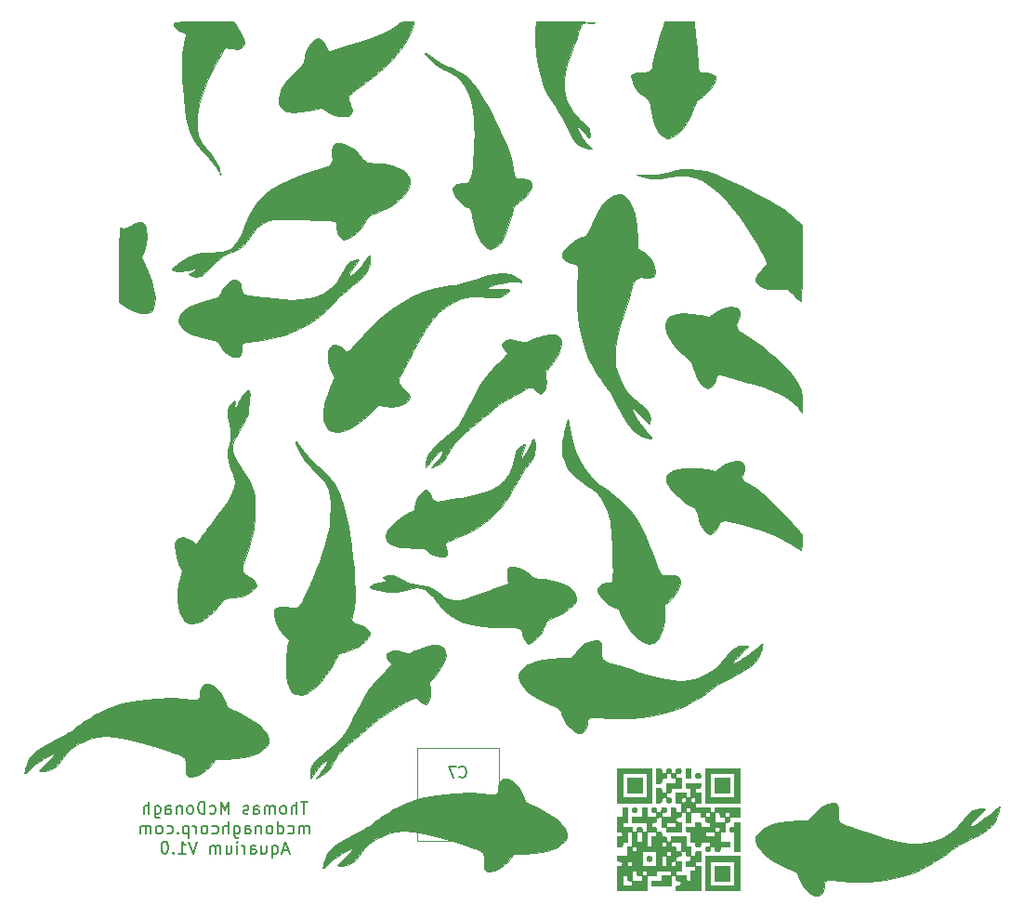
<source format=gbr>
G04 #@! TF.GenerationSoftware,KiCad,Pcbnew,(5.1.7)-1*
G04 #@! TF.CreationDate,2021-06-20T17:09:43-05:00*
G04 #@! TF.ProjectId,DaisySeedPedal,44616973-7953-4656-9564-506564616c2e,rev?*
G04 #@! TF.SameCoordinates,Original*
G04 #@! TF.FileFunction,Legend,Bot*
G04 #@! TF.FilePolarity,Positive*
%FSLAX46Y46*%
G04 Gerber Fmt 4.6, Leading zero omitted, Abs format (unit mm)*
G04 Created by KiCad (PCBNEW (5.1.7)-1) date 2021-06-20 17:09:43*
%MOMM*%
%LPD*%
G01*
G04 APERTURE LIST*
%ADD10C,0.160000*%
%ADD11C,0.010000*%
%ADD12C,0.120000*%
%ADD13C,0.150000*%
G04 APERTURE END LIST*
D10*
X61263857Y-115824619D02*
X60635285Y-115824619D01*
X60949571Y-116924619D02*
X60949571Y-115824619D01*
X60268619Y-116924619D02*
X60268619Y-115824619D01*
X59797190Y-116924619D02*
X59797190Y-116348428D01*
X59849571Y-116243666D01*
X59954333Y-116191285D01*
X60111476Y-116191285D01*
X60216238Y-116243666D01*
X60268619Y-116296047D01*
X59116238Y-116924619D02*
X59221000Y-116872238D01*
X59273380Y-116819857D01*
X59325761Y-116715095D01*
X59325761Y-116400809D01*
X59273380Y-116296047D01*
X59221000Y-116243666D01*
X59116238Y-116191285D01*
X58959095Y-116191285D01*
X58854333Y-116243666D01*
X58801952Y-116296047D01*
X58749571Y-116400809D01*
X58749571Y-116715095D01*
X58801952Y-116819857D01*
X58854333Y-116872238D01*
X58959095Y-116924619D01*
X59116238Y-116924619D01*
X58278142Y-116924619D02*
X58278142Y-116191285D01*
X58278142Y-116296047D02*
X58225761Y-116243666D01*
X58121000Y-116191285D01*
X57963857Y-116191285D01*
X57859095Y-116243666D01*
X57806714Y-116348428D01*
X57806714Y-116924619D01*
X57806714Y-116348428D02*
X57754333Y-116243666D01*
X57649571Y-116191285D01*
X57492428Y-116191285D01*
X57387666Y-116243666D01*
X57335285Y-116348428D01*
X57335285Y-116924619D01*
X56340047Y-116924619D02*
X56340047Y-116348428D01*
X56392428Y-116243666D01*
X56497190Y-116191285D01*
X56706714Y-116191285D01*
X56811476Y-116243666D01*
X56340047Y-116872238D02*
X56444809Y-116924619D01*
X56706714Y-116924619D01*
X56811476Y-116872238D01*
X56863857Y-116767476D01*
X56863857Y-116662714D01*
X56811476Y-116557952D01*
X56706714Y-116505571D01*
X56444809Y-116505571D01*
X56340047Y-116453190D01*
X55868619Y-116872238D02*
X55763857Y-116924619D01*
X55554333Y-116924619D01*
X55449571Y-116872238D01*
X55397190Y-116767476D01*
X55397190Y-116715095D01*
X55449571Y-116610333D01*
X55554333Y-116557952D01*
X55711476Y-116557952D01*
X55816238Y-116505571D01*
X55868619Y-116400809D01*
X55868619Y-116348428D01*
X55816238Y-116243666D01*
X55711476Y-116191285D01*
X55554333Y-116191285D01*
X55449571Y-116243666D01*
X54087666Y-116924619D02*
X54087666Y-115824619D01*
X53721000Y-116610333D01*
X53354333Y-115824619D01*
X53354333Y-116924619D01*
X52359095Y-116872238D02*
X52463857Y-116924619D01*
X52673380Y-116924619D01*
X52778142Y-116872238D01*
X52830523Y-116819857D01*
X52882904Y-116715095D01*
X52882904Y-116400809D01*
X52830523Y-116296047D01*
X52778142Y-116243666D01*
X52673380Y-116191285D01*
X52463857Y-116191285D01*
X52359095Y-116243666D01*
X51887666Y-116924619D02*
X51887666Y-115824619D01*
X51625761Y-115824619D01*
X51468619Y-115877000D01*
X51363857Y-115981761D01*
X51311476Y-116086523D01*
X51259095Y-116296047D01*
X51259095Y-116453190D01*
X51311476Y-116662714D01*
X51363857Y-116767476D01*
X51468619Y-116872238D01*
X51625761Y-116924619D01*
X51887666Y-116924619D01*
X50630523Y-116924619D02*
X50735285Y-116872238D01*
X50787666Y-116819857D01*
X50840047Y-116715095D01*
X50840047Y-116400809D01*
X50787666Y-116296047D01*
X50735285Y-116243666D01*
X50630523Y-116191285D01*
X50473380Y-116191285D01*
X50368619Y-116243666D01*
X50316238Y-116296047D01*
X50263857Y-116400809D01*
X50263857Y-116715095D01*
X50316238Y-116819857D01*
X50368619Y-116872238D01*
X50473380Y-116924619D01*
X50630523Y-116924619D01*
X49792428Y-116191285D02*
X49792428Y-116924619D01*
X49792428Y-116296047D02*
X49740047Y-116243666D01*
X49635285Y-116191285D01*
X49478142Y-116191285D01*
X49373380Y-116243666D01*
X49321000Y-116348428D01*
X49321000Y-116924619D01*
X48325761Y-116924619D02*
X48325761Y-116348428D01*
X48378142Y-116243666D01*
X48482904Y-116191285D01*
X48692428Y-116191285D01*
X48797190Y-116243666D01*
X48325761Y-116872238D02*
X48430523Y-116924619D01*
X48692428Y-116924619D01*
X48797190Y-116872238D01*
X48849571Y-116767476D01*
X48849571Y-116662714D01*
X48797190Y-116557952D01*
X48692428Y-116505571D01*
X48430523Y-116505571D01*
X48325761Y-116453190D01*
X47330523Y-116191285D02*
X47330523Y-117081761D01*
X47382904Y-117186523D01*
X47435285Y-117238904D01*
X47540047Y-117291285D01*
X47697190Y-117291285D01*
X47801952Y-117238904D01*
X47330523Y-116872238D02*
X47435285Y-116924619D01*
X47644809Y-116924619D01*
X47749571Y-116872238D01*
X47801952Y-116819857D01*
X47854333Y-116715095D01*
X47854333Y-116400809D01*
X47801952Y-116296047D01*
X47749571Y-116243666D01*
X47644809Y-116191285D01*
X47435285Y-116191285D01*
X47330523Y-116243666D01*
X46806714Y-116924619D02*
X46806714Y-115824619D01*
X46335285Y-116924619D02*
X46335285Y-116348428D01*
X46387666Y-116243666D01*
X46492428Y-116191285D01*
X46649571Y-116191285D01*
X46754333Y-116243666D01*
X46806714Y-116296047D01*
X61421000Y-118734619D02*
X61421000Y-118001285D01*
X61421000Y-118106047D02*
X61368619Y-118053666D01*
X61263857Y-118001285D01*
X61106714Y-118001285D01*
X61001952Y-118053666D01*
X60949571Y-118158428D01*
X60949571Y-118734619D01*
X60949571Y-118158428D02*
X60897190Y-118053666D01*
X60792428Y-118001285D01*
X60635285Y-118001285D01*
X60530523Y-118053666D01*
X60478142Y-118158428D01*
X60478142Y-118734619D01*
X59482904Y-118682238D02*
X59587666Y-118734619D01*
X59797190Y-118734619D01*
X59901952Y-118682238D01*
X59954333Y-118629857D01*
X60006714Y-118525095D01*
X60006714Y-118210809D01*
X59954333Y-118106047D01*
X59901952Y-118053666D01*
X59797190Y-118001285D01*
X59587666Y-118001285D01*
X59482904Y-118053666D01*
X58540047Y-118734619D02*
X58540047Y-117634619D01*
X58540047Y-118682238D02*
X58644809Y-118734619D01*
X58854333Y-118734619D01*
X58959095Y-118682238D01*
X59011476Y-118629857D01*
X59063857Y-118525095D01*
X59063857Y-118210809D01*
X59011476Y-118106047D01*
X58959095Y-118053666D01*
X58854333Y-118001285D01*
X58644809Y-118001285D01*
X58540047Y-118053666D01*
X57859095Y-118734619D02*
X57963857Y-118682238D01*
X58016238Y-118629857D01*
X58068619Y-118525095D01*
X58068619Y-118210809D01*
X58016238Y-118106047D01*
X57963857Y-118053666D01*
X57859095Y-118001285D01*
X57701952Y-118001285D01*
X57597190Y-118053666D01*
X57544809Y-118106047D01*
X57492428Y-118210809D01*
X57492428Y-118525095D01*
X57544809Y-118629857D01*
X57597190Y-118682238D01*
X57701952Y-118734619D01*
X57859095Y-118734619D01*
X57021000Y-118001285D02*
X57021000Y-118734619D01*
X57021000Y-118106047D02*
X56968619Y-118053666D01*
X56863857Y-118001285D01*
X56706714Y-118001285D01*
X56601952Y-118053666D01*
X56549571Y-118158428D01*
X56549571Y-118734619D01*
X55554333Y-118734619D02*
X55554333Y-118158428D01*
X55606714Y-118053666D01*
X55711476Y-118001285D01*
X55921000Y-118001285D01*
X56025761Y-118053666D01*
X55554333Y-118682238D02*
X55659095Y-118734619D01*
X55921000Y-118734619D01*
X56025761Y-118682238D01*
X56078142Y-118577476D01*
X56078142Y-118472714D01*
X56025761Y-118367952D01*
X55921000Y-118315571D01*
X55659095Y-118315571D01*
X55554333Y-118263190D01*
X54559095Y-118001285D02*
X54559095Y-118891761D01*
X54611476Y-118996523D01*
X54663857Y-119048904D01*
X54768619Y-119101285D01*
X54925761Y-119101285D01*
X55030523Y-119048904D01*
X54559095Y-118682238D02*
X54663857Y-118734619D01*
X54873380Y-118734619D01*
X54978142Y-118682238D01*
X55030523Y-118629857D01*
X55082904Y-118525095D01*
X55082904Y-118210809D01*
X55030523Y-118106047D01*
X54978142Y-118053666D01*
X54873380Y-118001285D01*
X54663857Y-118001285D01*
X54559095Y-118053666D01*
X54035285Y-118734619D02*
X54035285Y-117634619D01*
X53563857Y-118734619D02*
X53563857Y-118158428D01*
X53616238Y-118053666D01*
X53721000Y-118001285D01*
X53878142Y-118001285D01*
X53982904Y-118053666D01*
X54035285Y-118106047D01*
X52568619Y-118682238D02*
X52673380Y-118734619D01*
X52882904Y-118734619D01*
X52987666Y-118682238D01*
X53040047Y-118629857D01*
X53092428Y-118525095D01*
X53092428Y-118210809D01*
X53040047Y-118106047D01*
X52987666Y-118053666D01*
X52882904Y-118001285D01*
X52673380Y-118001285D01*
X52568619Y-118053666D01*
X51940047Y-118734619D02*
X52044809Y-118682238D01*
X52097190Y-118629857D01*
X52149571Y-118525095D01*
X52149571Y-118210809D01*
X52097190Y-118106047D01*
X52044809Y-118053666D01*
X51940047Y-118001285D01*
X51782904Y-118001285D01*
X51678142Y-118053666D01*
X51625761Y-118106047D01*
X51573380Y-118210809D01*
X51573380Y-118525095D01*
X51625761Y-118629857D01*
X51678142Y-118682238D01*
X51782904Y-118734619D01*
X51940047Y-118734619D01*
X51101952Y-118734619D02*
X51101952Y-118001285D01*
X51101952Y-118210809D02*
X51049571Y-118106047D01*
X50997190Y-118053666D01*
X50892428Y-118001285D01*
X50787666Y-118001285D01*
X50421000Y-118001285D02*
X50421000Y-119101285D01*
X50421000Y-118053666D02*
X50316238Y-118001285D01*
X50106714Y-118001285D01*
X50001952Y-118053666D01*
X49949571Y-118106047D01*
X49897190Y-118210809D01*
X49897190Y-118525095D01*
X49949571Y-118629857D01*
X50001952Y-118682238D01*
X50106714Y-118734619D01*
X50316238Y-118734619D01*
X50421000Y-118682238D01*
X49425761Y-118629857D02*
X49373380Y-118682238D01*
X49425761Y-118734619D01*
X49478142Y-118682238D01*
X49425761Y-118629857D01*
X49425761Y-118734619D01*
X48430523Y-118682238D02*
X48535285Y-118734619D01*
X48744809Y-118734619D01*
X48849571Y-118682238D01*
X48901952Y-118629857D01*
X48954333Y-118525095D01*
X48954333Y-118210809D01*
X48901952Y-118106047D01*
X48849571Y-118053666D01*
X48744809Y-118001285D01*
X48535285Y-118001285D01*
X48430523Y-118053666D01*
X47801952Y-118734619D02*
X47906714Y-118682238D01*
X47959095Y-118629857D01*
X48011476Y-118525095D01*
X48011476Y-118210809D01*
X47959095Y-118106047D01*
X47906714Y-118053666D01*
X47801952Y-118001285D01*
X47644809Y-118001285D01*
X47540047Y-118053666D01*
X47487666Y-118106047D01*
X47435285Y-118210809D01*
X47435285Y-118525095D01*
X47487666Y-118629857D01*
X47540047Y-118682238D01*
X47644809Y-118734619D01*
X47801952Y-118734619D01*
X46963857Y-118734619D02*
X46963857Y-118001285D01*
X46963857Y-118106047D02*
X46911476Y-118053666D01*
X46806714Y-118001285D01*
X46649571Y-118001285D01*
X46544809Y-118053666D01*
X46492428Y-118158428D01*
X46492428Y-118734619D01*
X46492428Y-118158428D02*
X46440047Y-118053666D01*
X46335285Y-118001285D01*
X46178142Y-118001285D01*
X46073380Y-118053666D01*
X46021000Y-118158428D01*
X46021000Y-118734619D01*
X59509095Y-120230333D02*
X58985285Y-120230333D01*
X59613857Y-120544619D02*
X59247190Y-119444619D01*
X58880523Y-120544619D01*
X58042428Y-119811285D02*
X58042428Y-120911285D01*
X58042428Y-120492238D02*
X58147190Y-120544619D01*
X58356714Y-120544619D01*
X58461476Y-120492238D01*
X58513857Y-120439857D01*
X58566238Y-120335095D01*
X58566238Y-120020809D01*
X58513857Y-119916047D01*
X58461476Y-119863666D01*
X58356714Y-119811285D01*
X58147190Y-119811285D01*
X58042428Y-119863666D01*
X57047190Y-119811285D02*
X57047190Y-120544619D01*
X57518619Y-119811285D02*
X57518619Y-120387476D01*
X57466238Y-120492238D01*
X57361476Y-120544619D01*
X57204333Y-120544619D01*
X57099571Y-120492238D01*
X57047190Y-120439857D01*
X56051952Y-120544619D02*
X56051952Y-119968428D01*
X56104333Y-119863666D01*
X56209095Y-119811285D01*
X56418619Y-119811285D01*
X56523380Y-119863666D01*
X56051952Y-120492238D02*
X56156714Y-120544619D01*
X56418619Y-120544619D01*
X56523380Y-120492238D01*
X56575761Y-120387476D01*
X56575761Y-120282714D01*
X56523380Y-120177952D01*
X56418619Y-120125571D01*
X56156714Y-120125571D01*
X56051952Y-120073190D01*
X55528142Y-120544619D02*
X55528142Y-119811285D01*
X55528142Y-120020809D02*
X55475761Y-119916047D01*
X55423380Y-119863666D01*
X55318619Y-119811285D01*
X55213857Y-119811285D01*
X54847190Y-120544619D02*
X54847190Y-119811285D01*
X54847190Y-119444619D02*
X54899571Y-119497000D01*
X54847190Y-119549380D01*
X54794809Y-119497000D01*
X54847190Y-119444619D01*
X54847190Y-119549380D01*
X53851952Y-119811285D02*
X53851952Y-120544619D01*
X54323380Y-119811285D02*
X54323380Y-120387476D01*
X54271000Y-120492238D01*
X54166238Y-120544619D01*
X54009095Y-120544619D01*
X53904333Y-120492238D01*
X53851952Y-120439857D01*
X53328142Y-120544619D02*
X53328142Y-119811285D01*
X53328142Y-119916047D02*
X53275761Y-119863666D01*
X53171000Y-119811285D01*
X53013857Y-119811285D01*
X52909095Y-119863666D01*
X52856714Y-119968428D01*
X52856714Y-120544619D01*
X52856714Y-119968428D02*
X52804333Y-119863666D01*
X52699571Y-119811285D01*
X52542428Y-119811285D01*
X52437666Y-119863666D01*
X52385285Y-119968428D01*
X52385285Y-120544619D01*
X51180523Y-119444619D02*
X50813857Y-120544619D01*
X50447190Y-119444619D01*
X49504333Y-120544619D02*
X50132904Y-120544619D01*
X49818619Y-120544619D02*
X49818619Y-119444619D01*
X49923380Y-119601761D01*
X50028142Y-119706523D01*
X50132904Y-119758904D01*
X49032904Y-120439857D02*
X48980523Y-120492238D01*
X49032904Y-120544619D01*
X49085285Y-120492238D01*
X49032904Y-120439857D01*
X49032904Y-120544619D01*
X48299571Y-119444619D02*
X48194809Y-119444619D01*
X48090047Y-119497000D01*
X48037666Y-119549380D01*
X47985285Y-119654142D01*
X47932904Y-119863666D01*
X47932904Y-120125571D01*
X47985285Y-120335095D01*
X48037666Y-120439857D01*
X48090047Y-120492238D01*
X48194809Y-120544619D01*
X48299571Y-120544619D01*
X48404333Y-120492238D01*
X48456714Y-120439857D01*
X48509095Y-120335095D01*
X48561476Y-120125571D01*
X48561476Y-119863666D01*
X48509095Y-119654142D01*
X48456714Y-119549380D01*
X48404333Y-119497000D01*
X48299571Y-119444619D01*
D11*
G04 #@! TO.C,G\u002A\u002A\u002A*
G36*
X72298623Y-101639339D02*
G01*
X71732176Y-101799442D01*
X71138738Y-102023951D01*
X71025879Y-102073420D01*
X70699982Y-102213468D01*
X70478635Y-102275179D01*
X70282102Y-102265823D01*
X70030647Y-102192670D01*
X69964379Y-102170216D01*
X69501703Y-102041296D01*
X69142110Y-102020452D01*
X68816742Y-102107462D01*
X68692786Y-102166150D01*
X68485139Y-102301738D01*
X68428058Y-102452452D01*
X68452074Y-102597950D01*
X68577536Y-102876806D01*
X68715243Y-103051757D01*
X68861199Y-103207635D01*
X68910200Y-103291963D01*
X68841844Y-103381463D01*
X68655406Y-103582988D01*
X68378833Y-103867262D01*
X68040070Y-104205008D01*
X68016879Y-104227805D01*
X67554866Y-104702762D01*
X67151280Y-105171096D01*
X66781311Y-105669770D01*
X66420153Y-106235747D01*
X66042999Y-106905989D01*
X65625040Y-107717458D01*
X65484622Y-108000800D01*
X65212877Y-108536033D01*
X64943585Y-109036506D01*
X64700676Y-109459795D01*
X64508077Y-109763474D01*
X64436434Y-109859222D01*
X64240634Y-110064163D01*
X63925494Y-110361721D01*
X63529653Y-110716717D01*
X63091751Y-111093969D01*
X62946064Y-111216131D01*
X62415717Y-111669873D01*
X62029431Y-112036704D01*
X61765642Y-112347440D01*
X61602787Y-112632892D01*
X61519302Y-112923876D01*
X61493622Y-113251203D01*
X61493400Y-113291913D01*
X61493400Y-113712753D01*
X61937205Y-113109887D01*
X62202556Y-112772578D01*
X62468523Y-112471903D01*
X62673805Y-112276217D01*
X62869444Y-112135955D01*
X62963191Y-112123051D01*
X63000412Y-112212502D01*
X62968053Y-112430172D01*
X62793104Y-112736716D01*
X62466815Y-113146389D01*
X62337351Y-113292370D01*
X62144158Y-113512421D01*
X62029778Y-113654998D01*
X62014978Y-113685909D01*
X62119359Y-113640667D01*
X62339795Y-113531611D01*
X62458600Y-113470619D01*
X62864777Y-113234445D01*
X63141115Y-112992593D01*
X63351717Y-112678744D01*
X63479303Y-112414640D01*
X63670889Y-112044436D01*
X63895349Y-111691114D01*
X63996734Y-111558531D01*
X64233078Y-111308099D01*
X64598288Y-110958510D01*
X65061454Y-110536152D01*
X65591666Y-110067410D01*
X66158012Y-109578671D01*
X66729582Y-109096323D01*
X67275464Y-108646752D01*
X67764749Y-108256346D01*
X68166524Y-107951490D01*
X68444170Y-107762010D01*
X69192682Y-107310816D01*
X69788455Y-106958291D01*
X70251557Y-106696203D01*
X70602056Y-106516318D01*
X70860019Y-106410401D01*
X71045515Y-106370220D01*
X71178610Y-106387541D01*
X71279372Y-106454130D01*
X71367868Y-106561753D01*
X71368239Y-106562276D01*
X71563747Y-106759240D01*
X71800985Y-106901327D01*
X72005701Y-106948974D01*
X72062623Y-106932255D01*
X72276444Y-106688209D01*
X72406914Y-106293628D01*
X72443337Y-105787747D01*
X72430938Y-105581322D01*
X72369989Y-104928627D01*
X72828035Y-104407313D01*
X73230738Y-103880854D01*
X73560566Y-103317344D01*
X73783671Y-102779719D01*
X73850618Y-102505896D01*
X73820150Y-102122532D01*
X73621692Y-101804227D01*
X73289596Y-101597407D01*
X73151067Y-101560493D01*
X72788210Y-101555677D01*
X72298623Y-101639339D01*
G37*
X72298623Y-101639339D02*
X71732176Y-101799442D01*
X71138738Y-102023951D01*
X71025879Y-102073420D01*
X70699982Y-102213468D01*
X70478635Y-102275179D01*
X70282102Y-102265823D01*
X70030647Y-102192670D01*
X69964379Y-102170216D01*
X69501703Y-102041296D01*
X69142110Y-102020452D01*
X68816742Y-102107462D01*
X68692786Y-102166150D01*
X68485139Y-102301738D01*
X68428058Y-102452452D01*
X68452074Y-102597950D01*
X68577536Y-102876806D01*
X68715243Y-103051757D01*
X68861199Y-103207635D01*
X68910200Y-103291963D01*
X68841844Y-103381463D01*
X68655406Y-103582988D01*
X68378833Y-103867262D01*
X68040070Y-104205008D01*
X68016879Y-104227805D01*
X67554866Y-104702762D01*
X67151280Y-105171096D01*
X66781311Y-105669770D01*
X66420153Y-106235747D01*
X66042999Y-106905989D01*
X65625040Y-107717458D01*
X65484622Y-108000800D01*
X65212877Y-108536033D01*
X64943585Y-109036506D01*
X64700676Y-109459795D01*
X64508077Y-109763474D01*
X64436434Y-109859222D01*
X64240634Y-110064163D01*
X63925494Y-110361721D01*
X63529653Y-110716717D01*
X63091751Y-111093969D01*
X62946064Y-111216131D01*
X62415717Y-111669873D01*
X62029431Y-112036704D01*
X61765642Y-112347440D01*
X61602787Y-112632892D01*
X61519302Y-112923876D01*
X61493622Y-113251203D01*
X61493400Y-113291913D01*
X61493400Y-113712753D01*
X61937205Y-113109887D01*
X62202556Y-112772578D01*
X62468523Y-112471903D01*
X62673805Y-112276217D01*
X62869444Y-112135955D01*
X62963191Y-112123051D01*
X63000412Y-112212502D01*
X62968053Y-112430172D01*
X62793104Y-112736716D01*
X62466815Y-113146389D01*
X62337351Y-113292370D01*
X62144158Y-113512421D01*
X62029778Y-113654998D01*
X62014978Y-113685909D01*
X62119359Y-113640667D01*
X62339795Y-113531611D01*
X62458600Y-113470619D01*
X62864777Y-113234445D01*
X63141115Y-112992593D01*
X63351717Y-112678744D01*
X63479303Y-112414640D01*
X63670889Y-112044436D01*
X63895349Y-111691114D01*
X63996734Y-111558531D01*
X64233078Y-111308099D01*
X64598288Y-110958510D01*
X65061454Y-110536152D01*
X65591666Y-110067410D01*
X66158012Y-109578671D01*
X66729582Y-109096323D01*
X67275464Y-108646752D01*
X67764749Y-108256346D01*
X68166524Y-107951490D01*
X68444170Y-107762010D01*
X69192682Y-107310816D01*
X69788455Y-106958291D01*
X70251557Y-106696203D01*
X70602056Y-106516318D01*
X70860019Y-106410401D01*
X71045515Y-106370220D01*
X71178610Y-106387541D01*
X71279372Y-106454130D01*
X71367868Y-106561753D01*
X71368239Y-106562276D01*
X71563747Y-106759240D01*
X71800985Y-106901327D01*
X72005701Y-106948974D01*
X72062623Y-106932255D01*
X72276444Y-106688209D01*
X72406914Y-106293628D01*
X72443337Y-105787747D01*
X72430938Y-105581322D01*
X72369989Y-104928627D01*
X72828035Y-104407313D01*
X73230738Y-103880854D01*
X73560566Y-103317344D01*
X73783671Y-102779719D01*
X73850618Y-102505896D01*
X73820150Y-102122532D01*
X73621692Y-101804227D01*
X73289596Y-101597407D01*
X73151067Y-101560493D01*
X72788210Y-101555677D01*
X72298623Y-101639339D01*
G36*
X102157090Y-119709612D02*
G01*
X102450773Y-120190852D01*
X102929266Y-120669629D01*
X103583589Y-121138138D01*
X104404758Y-121588579D01*
X105149739Y-121920088D01*
X105516509Y-122077428D01*
X105740340Y-122205950D01*
X105869310Y-122346138D01*
X105951496Y-122538481D01*
X105974995Y-122615042D01*
X106190500Y-123136774D01*
X106502512Y-123625725D01*
X106872516Y-124036408D01*
X107261996Y-124323334D01*
X107504317Y-124421169D01*
X107784518Y-124397049D01*
X108041634Y-124215604D01*
X108230260Y-123921481D01*
X108301093Y-123637720D01*
X108352501Y-123258732D01*
X108445853Y-123045228D01*
X108621199Y-122959500D01*
X108918588Y-122963841D01*
X109006667Y-122973405D01*
X110723996Y-123101096D01*
X112377539Y-123079989D01*
X113947627Y-122912500D01*
X115414591Y-122601045D01*
X116758765Y-122148039D01*
X117164191Y-121971528D01*
X117489476Y-121804293D01*
X117895998Y-121570516D01*
X118345464Y-121295214D01*
X118799581Y-121003402D01*
X119220053Y-120720094D01*
X119568588Y-120470307D01*
X119806890Y-120279056D01*
X119888612Y-120191809D01*
X119996010Y-120114492D01*
X120253772Y-119964264D01*
X120630245Y-119758547D01*
X121093776Y-119514760D01*
X121452609Y-119331034D01*
X122207297Y-118937029D01*
X122797378Y-118597352D01*
X123247111Y-118291360D01*
X123580753Y-117998415D01*
X123822564Y-117697875D01*
X123996802Y-117369099D01*
X124102456Y-117076374D01*
X124206655Y-116718905D01*
X124280500Y-116427179D01*
X124307600Y-116268068D01*
X124242410Y-116266785D01*
X124068496Y-116387579D01*
X123818342Y-116606407D01*
X123709740Y-116710570D01*
X123375999Y-117009195D01*
X122983699Y-117316511D01*
X122575720Y-117603835D01*
X122194941Y-117842480D01*
X121884245Y-118003763D01*
X121693711Y-118059200D01*
X121585718Y-118029706D01*
X121596257Y-117930657D01*
X121736276Y-117746199D01*
X122016722Y-117460480D01*
X122275600Y-117216564D01*
X122581992Y-116926780D01*
X122822138Y-116688023D01*
X122963249Y-116533519D01*
X122986800Y-116495851D01*
X122896242Y-116457898D01*
X122668523Y-116436076D01*
X122555000Y-116433979D01*
X122116928Y-116497205D01*
X121717921Y-116700386D01*
X121324693Y-117065009D01*
X121052606Y-117403935D01*
X120553469Y-118023003D01*
X120064299Y-118497767D01*
X119529957Y-118876411D01*
X119101054Y-119109312D01*
X118400682Y-119396650D01*
X117667473Y-119576073D01*
X116880607Y-119646097D01*
X116019263Y-119605237D01*
X115062623Y-119452008D01*
X113989868Y-119184928D01*
X112780177Y-118802513D01*
X112268000Y-118622226D01*
X111738728Y-118438124D01*
X111216157Y-118268061D01*
X110762861Y-118131736D01*
X110458095Y-118052451D01*
X110000632Y-117897417D01*
X109722018Y-117661613D01*
X109606964Y-117324282D01*
X109628940Y-116926563D01*
X109641043Y-116514946D01*
X109573188Y-116224577D01*
X109454037Y-116019041D01*
X109276157Y-115937338D01*
X109080673Y-115926553D01*
X108649460Y-116011249D01*
X108176455Y-116240559D01*
X107716528Y-116580360D01*
X107324545Y-116996527D01*
X107293248Y-117038229D01*
X106916693Y-117551200D01*
X106087146Y-117551967D01*
X104917885Y-117620737D01*
X103850550Y-117820677D01*
X103387064Y-117961207D01*
X102946453Y-118168866D01*
X102554290Y-118452342D01*
X102251925Y-118772069D01*
X102080707Y-119088481D01*
X102057200Y-119233711D01*
X102157090Y-119709612D01*
G37*
X102157090Y-119709612D02*
X102450773Y-120190852D01*
X102929266Y-120669629D01*
X103583589Y-121138138D01*
X104404758Y-121588579D01*
X105149739Y-121920088D01*
X105516509Y-122077428D01*
X105740340Y-122205950D01*
X105869310Y-122346138D01*
X105951496Y-122538481D01*
X105974995Y-122615042D01*
X106190500Y-123136774D01*
X106502512Y-123625725D01*
X106872516Y-124036408D01*
X107261996Y-124323334D01*
X107504317Y-124421169D01*
X107784518Y-124397049D01*
X108041634Y-124215604D01*
X108230260Y-123921481D01*
X108301093Y-123637720D01*
X108352501Y-123258732D01*
X108445853Y-123045228D01*
X108621199Y-122959500D01*
X108918588Y-122963841D01*
X109006667Y-122973405D01*
X110723996Y-123101096D01*
X112377539Y-123079989D01*
X113947627Y-122912500D01*
X115414591Y-122601045D01*
X116758765Y-122148039D01*
X117164191Y-121971528D01*
X117489476Y-121804293D01*
X117895998Y-121570516D01*
X118345464Y-121295214D01*
X118799581Y-121003402D01*
X119220053Y-120720094D01*
X119568588Y-120470307D01*
X119806890Y-120279056D01*
X119888612Y-120191809D01*
X119996010Y-120114492D01*
X120253772Y-119964264D01*
X120630245Y-119758547D01*
X121093776Y-119514760D01*
X121452609Y-119331034D01*
X122207297Y-118937029D01*
X122797378Y-118597352D01*
X123247111Y-118291360D01*
X123580753Y-117998415D01*
X123822564Y-117697875D01*
X123996802Y-117369099D01*
X124102456Y-117076374D01*
X124206655Y-116718905D01*
X124280500Y-116427179D01*
X124307600Y-116268068D01*
X124242410Y-116266785D01*
X124068496Y-116387579D01*
X123818342Y-116606407D01*
X123709740Y-116710570D01*
X123375999Y-117009195D01*
X122983699Y-117316511D01*
X122575720Y-117603835D01*
X122194941Y-117842480D01*
X121884245Y-118003763D01*
X121693711Y-118059200D01*
X121585718Y-118029706D01*
X121596257Y-117930657D01*
X121736276Y-117746199D01*
X122016722Y-117460480D01*
X122275600Y-117216564D01*
X122581992Y-116926780D01*
X122822138Y-116688023D01*
X122963249Y-116533519D01*
X122986800Y-116495851D01*
X122896242Y-116457898D01*
X122668523Y-116436076D01*
X122555000Y-116433979D01*
X122116928Y-116497205D01*
X121717921Y-116700386D01*
X121324693Y-117065009D01*
X121052606Y-117403935D01*
X120553469Y-118023003D01*
X120064299Y-118497767D01*
X119529957Y-118876411D01*
X119101054Y-119109312D01*
X118400682Y-119396650D01*
X117667473Y-119576073D01*
X116880607Y-119646097D01*
X116019263Y-119605237D01*
X115062623Y-119452008D01*
X113989868Y-119184928D01*
X112780177Y-118802513D01*
X112268000Y-118622226D01*
X111738728Y-118438124D01*
X111216157Y-118268061D01*
X110762861Y-118131736D01*
X110458095Y-118052451D01*
X110000632Y-117897417D01*
X109722018Y-117661613D01*
X109606964Y-117324282D01*
X109628940Y-116926563D01*
X109641043Y-116514946D01*
X109573188Y-116224577D01*
X109454037Y-116019041D01*
X109276157Y-115937338D01*
X109080673Y-115926553D01*
X108649460Y-116011249D01*
X108176455Y-116240559D01*
X107716528Y-116580360D01*
X107324545Y-116996527D01*
X107293248Y-117038229D01*
X106916693Y-117551200D01*
X106087146Y-117551967D01*
X104917885Y-117620737D01*
X103850550Y-117820677D01*
X103387064Y-117961207D01*
X102946453Y-118168866D01*
X102554290Y-118452342D01*
X102251925Y-118772069D01*
X102080707Y-119088481D01*
X102057200Y-119233711D01*
X102157090Y-119709612D01*
G36*
X57608910Y-109779388D02*
G01*
X57315227Y-109298148D01*
X56836734Y-108819371D01*
X56182411Y-108350862D01*
X55361242Y-107900421D01*
X54616261Y-107568912D01*
X54249491Y-107411572D01*
X54025660Y-107283050D01*
X53896690Y-107142862D01*
X53814504Y-106950519D01*
X53791005Y-106873958D01*
X53575500Y-106352226D01*
X53263488Y-105863275D01*
X52893484Y-105452592D01*
X52504004Y-105165666D01*
X52261683Y-105067831D01*
X51981482Y-105091951D01*
X51724366Y-105273396D01*
X51535740Y-105567519D01*
X51464907Y-105851280D01*
X51413499Y-106230268D01*
X51320147Y-106443772D01*
X51144801Y-106529500D01*
X50847412Y-106525159D01*
X50759333Y-106515595D01*
X49042004Y-106387904D01*
X47388461Y-106409011D01*
X45818373Y-106576500D01*
X44351409Y-106887955D01*
X43007235Y-107340961D01*
X42601809Y-107517472D01*
X42276524Y-107684707D01*
X41870002Y-107918484D01*
X41420536Y-108193786D01*
X40966419Y-108485598D01*
X40545947Y-108768906D01*
X40197412Y-109018693D01*
X39959110Y-109209944D01*
X39877388Y-109297191D01*
X39769990Y-109374508D01*
X39512228Y-109524736D01*
X39135755Y-109730453D01*
X38672224Y-109974240D01*
X38313391Y-110157966D01*
X37558703Y-110551971D01*
X36968622Y-110891648D01*
X36518889Y-111197640D01*
X36185247Y-111490585D01*
X35943436Y-111791125D01*
X35769198Y-112119901D01*
X35663544Y-112412626D01*
X35559345Y-112770095D01*
X35485500Y-113061821D01*
X35458400Y-113220932D01*
X35523590Y-113222215D01*
X35697504Y-113101421D01*
X35947658Y-112882593D01*
X36056260Y-112778430D01*
X36390001Y-112479805D01*
X36782301Y-112172489D01*
X37190280Y-111885165D01*
X37571059Y-111646520D01*
X37881755Y-111485237D01*
X38072289Y-111429800D01*
X38180282Y-111459294D01*
X38169743Y-111558343D01*
X38029724Y-111742801D01*
X37749278Y-112028520D01*
X37490400Y-112272436D01*
X37184008Y-112562220D01*
X36943862Y-112800977D01*
X36802751Y-112955481D01*
X36779200Y-112993149D01*
X36869758Y-113031102D01*
X37097477Y-113052924D01*
X37211000Y-113055021D01*
X37649072Y-112991795D01*
X38048079Y-112788614D01*
X38441307Y-112423991D01*
X38713394Y-112085065D01*
X39212531Y-111465997D01*
X39701701Y-110991233D01*
X40236043Y-110612589D01*
X40664946Y-110379688D01*
X41365318Y-110092350D01*
X42098527Y-109912927D01*
X42885393Y-109842903D01*
X43746737Y-109883763D01*
X44703377Y-110036992D01*
X45776132Y-110304072D01*
X46985823Y-110686487D01*
X47498000Y-110866774D01*
X48027272Y-111050876D01*
X48549843Y-111220939D01*
X49003139Y-111357264D01*
X49307905Y-111436549D01*
X49765368Y-111591583D01*
X50043982Y-111827387D01*
X50159036Y-112164718D01*
X50137060Y-112562437D01*
X50124957Y-112974054D01*
X50192812Y-113264423D01*
X50311963Y-113469959D01*
X50489843Y-113551662D01*
X50685327Y-113562447D01*
X51116540Y-113477751D01*
X51589545Y-113248441D01*
X52049472Y-112908640D01*
X52441455Y-112492473D01*
X52472752Y-112450771D01*
X52849307Y-111937800D01*
X53678854Y-111937033D01*
X54848115Y-111868263D01*
X55915450Y-111668323D01*
X56378936Y-111527793D01*
X56819547Y-111320134D01*
X57211710Y-111036658D01*
X57514075Y-110716931D01*
X57685293Y-110400519D01*
X57708800Y-110255289D01*
X57608910Y-109779388D01*
G37*
X57608910Y-109779388D02*
X57315227Y-109298148D01*
X56836734Y-108819371D01*
X56182411Y-108350862D01*
X55361242Y-107900421D01*
X54616261Y-107568912D01*
X54249491Y-107411572D01*
X54025660Y-107283050D01*
X53896690Y-107142862D01*
X53814504Y-106950519D01*
X53791005Y-106873958D01*
X53575500Y-106352226D01*
X53263488Y-105863275D01*
X52893484Y-105452592D01*
X52504004Y-105165666D01*
X52261683Y-105067831D01*
X51981482Y-105091951D01*
X51724366Y-105273396D01*
X51535740Y-105567519D01*
X51464907Y-105851280D01*
X51413499Y-106230268D01*
X51320147Y-106443772D01*
X51144801Y-106529500D01*
X50847412Y-106525159D01*
X50759333Y-106515595D01*
X49042004Y-106387904D01*
X47388461Y-106409011D01*
X45818373Y-106576500D01*
X44351409Y-106887955D01*
X43007235Y-107340961D01*
X42601809Y-107517472D01*
X42276524Y-107684707D01*
X41870002Y-107918484D01*
X41420536Y-108193786D01*
X40966419Y-108485598D01*
X40545947Y-108768906D01*
X40197412Y-109018693D01*
X39959110Y-109209944D01*
X39877388Y-109297191D01*
X39769990Y-109374508D01*
X39512228Y-109524736D01*
X39135755Y-109730453D01*
X38672224Y-109974240D01*
X38313391Y-110157966D01*
X37558703Y-110551971D01*
X36968622Y-110891648D01*
X36518889Y-111197640D01*
X36185247Y-111490585D01*
X35943436Y-111791125D01*
X35769198Y-112119901D01*
X35663544Y-112412626D01*
X35559345Y-112770095D01*
X35485500Y-113061821D01*
X35458400Y-113220932D01*
X35523590Y-113222215D01*
X35697504Y-113101421D01*
X35947658Y-112882593D01*
X36056260Y-112778430D01*
X36390001Y-112479805D01*
X36782301Y-112172489D01*
X37190280Y-111885165D01*
X37571059Y-111646520D01*
X37881755Y-111485237D01*
X38072289Y-111429800D01*
X38180282Y-111459294D01*
X38169743Y-111558343D01*
X38029724Y-111742801D01*
X37749278Y-112028520D01*
X37490400Y-112272436D01*
X37184008Y-112562220D01*
X36943862Y-112800977D01*
X36802751Y-112955481D01*
X36779200Y-112993149D01*
X36869758Y-113031102D01*
X37097477Y-113052924D01*
X37211000Y-113055021D01*
X37649072Y-112991795D01*
X38048079Y-112788614D01*
X38441307Y-112423991D01*
X38713394Y-112085065D01*
X39212531Y-111465997D01*
X39701701Y-110991233D01*
X40236043Y-110612589D01*
X40664946Y-110379688D01*
X41365318Y-110092350D01*
X42098527Y-109912927D01*
X42885393Y-109842903D01*
X43746737Y-109883763D01*
X44703377Y-110036992D01*
X45776132Y-110304072D01*
X46985823Y-110686487D01*
X47498000Y-110866774D01*
X48027272Y-111050876D01*
X48549843Y-111220939D01*
X49003139Y-111357264D01*
X49307905Y-111436549D01*
X49765368Y-111591583D01*
X50043982Y-111827387D01*
X50159036Y-112164718D01*
X50137060Y-112562437D01*
X50124957Y-112974054D01*
X50192812Y-113264423D01*
X50311963Y-113469959D01*
X50489843Y-113551662D01*
X50685327Y-113562447D01*
X51116540Y-113477751D01*
X51589545Y-113248441D01*
X52049472Y-112908640D01*
X52441455Y-112492473D01*
X52472752Y-112450771D01*
X52849307Y-111937800D01*
X53678854Y-111937033D01*
X54848115Y-111868263D01*
X55915450Y-111668323D01*
X56378936Y-111527793D01*
X56819547Y-111320134D01*
X57211710Y-111036658D01*
X57514075Y-110716931D01*
X57685293Y-110400519D01*
X57708800Y-110255289D01*
X57608910Y-109779388D01*
G36*
X84786910Y-118415388D02*
G01*
X84493227Y-117934148D01*
X84014734Y-117455371D01*
X83360411Y-116986862D01*
X82539242Y-116536421D01*
X81794261Y-116204912D01*
X81427491Y-116047572D01*
X81203660Y-115919050D01*
X81074690Y-115778862D01*
X80992504Y-115586519D01*
X80969005Y-115509958D01*
X80753500Y-114988226D01*
X80441488Y-114499275D01*
X80071484Y-114088592D01*
X79682004Y-113801666D01*
X79439683Y-113703831D01*
X79159482Y-113727951D01*
X78902366Y-113909396D01*
X78713740Y-114203519D01*
X78642907Y-114487280D01*
X78591499Y-114866268D01*
X78498147Y-115079772D01*
X78322801Y-115165500D01*
X78025412Y-115161159D01*
X77937333Y-115151595D01*
X76220004Y-115023904D01*
X74566461Y-115045011D01*
X72996373Y-115212500D01*
X71529409Y-115523955D01*
X70185235Y-115976961D01*
X69779809Y-116153472D01*
X69454524Y-116320707D01*
X69048002Y-116554484D01*
X68598536Y-116829786D01*
X68144419Y-117121598D01*
X67723947Y-117404906D01*
X67375412Y-117654693D01*
X67137110Y-117845944D01*
X67055388Y-117933191D01*
X66947990Y-118010508D01*
X66690228Y-118160736D01*
X66313755Y-118366453D01*
X65850224Y-118610240D01*
X65491391Y-118793966D01*
X64736703Y-119187971D01*
X64146622Y-119527648D01*
X63696889Y-119833640D01*
X63363247Y-120126585D01*
X63121436Y-120427125D01*
X62947198Y-120755901D01*
X62841544Y-121048626D01*
X62737345Y-121406095D01*
X62663500Y-121697821D01*
X62636400Y-121856932D01*
X62701590Y-121858215D01*
X62875504Y-121737421D01*
X63125658Y-121518593D01*
X63234260Y-121414430D01*
X63568001Y-121115805D01*
X63960301Y-120808489D01*
X64368280Y-120521165D01*
X64749059Y-120282520D01*
X65059755Y-120121237D01*
X65250289Y-120065800D01*
X65358282Y-120095294D01*
X65347743Y-120194343D01*
X65207724Y-120378801D01*
X64927278Y-120664520D01*
X64668400Y-120908436D01*
X64362008Y-121198220D01*
X64121862Y-121436977D01*
X63980751Y-121591481D01*
X63957200Y-121629149D01*
X64047758Y-121667102D01*
X64275477Y-121688924D01*
X64389000Y-121691021D01*
X64827072Y-121627795D01*
X65226079Y-121424614D01*
X65619307Y-121059991D01*
X65891394Y-120721065D01*
X66390531Y-120101997D01*
X66879701Y-119627233D01*
X67414043Y-119248589D01*
X67842946Y-119015688D01*
X68543318Y-118728350D01*
X69276527Y-118548927D01*
X70063393Y-118478903D01*
X70924737Y-118519763D01*
X71881377Y-118672992D01*
X72954132Y-118940072D01*
X74163823Y-119322487D01*
X74676000Y-119502774D01*
X75205272Y-119686876D01*
X75727843Y-119856939D01*
X76181139Y-119993264D01*
X76485905Y-120072549D01*
X76943368Y-120227583D01*
X77221982Y-120463387D01*
X77337036Y-120800718D01*
X77315060Y-121198437D01*
X77302957Y-121610054D01*
X77370812Y-121900423D01*
X77489963Y-122105959D01*
X77667843Y-122187662D01*
X77863327Y-122198447D01*
X78294540Y-122113751D01*
X78767545Y-121884441D01*
X79227472Y-121544640D01*
X79619455Y-121128473D01*
X79650752Y-121086771D01*
X80027307Y-120573800D01*
X80856854Y-120573033D01*
X82026115Y-120504263D01*
X83093450Y-120304323D01*
X83556936Y-120163793D01*
X83997547Y-119956134D01*
X84389710Y-119672658D01*
X84692075Y-119352931D01*
X84863293Y-119036519D01*
X84886800Y-118891289D01*
X84786910Y-118415388D01*
G37*
X84786910Y-118415388D02*
X84493227Y-117934148D01*
X84014734Y-117455371D01*
X83360411Y-116986862D01*
X82539242Y-116536421D01*
X81794261Y-116204912D01*
X81427491Y-116047572D01*
X81203660Y-115919050D01*
X81074690Y-115778862D01*
X80992504Y-115586519D01*
X80969005Y-115509958D01*
X80753500Y-114988226D01*
X80441488Y-114499275D01*
X80071484Y-114088592D01*
X79682004Y-113801666D01*
X79439683Y-113703831D01*
X79159482Y-113727951D01*
X78902366Y-113909396D01*
X78713740Y-114203519D01*
X78642907Y-114487280D01*
X78591499Y-114866268D01*
X78498147Y-115079772D01*
X78322801Y-115165500D01*
X78025412Y-115161159D01*
X77937333Y-115151595D01*
X76220004Y-115023904D01*
X74566461Y-115045011D01*
X72996373Y-115212500D01*
X71529409Y-115523955D01*
X70185235Y-115976961D01*
X69779809Y-116153472D01*
X69454524Y-116320707D01*
X69048002Y-116554484D01*
X68598536Y-116829786D01*
X68144419Y-117121598D01*
X67723947Y-117404906D01*
X67375412Y-117654693D01*
X67137110Y-117845944D01*
X67055388Y-117933191D01*
X66947990Y-118010508D01*
X66690228Y-118160736D01*
X66313755Y-118366453D01*
X65850224Y-118610240D01*
X65491391Y-118793966D01*
X64736703Y-119187971D01*
X64146622Y-119527648D01*
X63696889Y-119833640D01*
X63363247Y-120126585D01*
X63121436Y-120427125D01*
X62947198Y-120755901D01*
X62841544Y-121048626D01*
X62737345Y-121406095D01*
X62663500Y-121697821D01*
X62636400Y-121856932D01*
X62701590Y-121858215D01*
X62875504Y-121737421D01*
X63125658Y-121518593D01*
X63234260Y-121414430D01*
X63568001Y-121115805D01*
X63960301Y-120808489D01*
X64368280Y-120521165D01*
X64749059Y-120282520D01*
X65059755Y-120121237D01*
X65250289Y-120065800D01*
X65358282Y-120095294D01*
X65347743Y-120194343D01*
X65207724Y-120378801D01*
X64927278Y-120664520D01*
X64668400Y-120908436D01*
X64362008Y-121198220D01*
X64121862Y-121436977D01*
X63980751Y-121591481D01*
X63957200Y-121629149D01*
X64047758Y-121667102D01*
X64275477Y-121688924D01*
X64389000Y-121691021D01*
X64827072Y-121627795D01*
X65226079Y-121424614D01*
X65619307Y-121059991D01*
X65891394Y-120721065D01*
X66390531Y-120101997D01*
X66879701Y-119627233D01*
X67414043Y-119248589D01*
X67842946Y-119015688D01*
X68543318Y-118728350D01*
X69276527Y-118548927D01*
X70063393Y-118478903D01*
X70924737Y-118519763D01*
X71881377Y-118672992D01*
X72954132Y-118940072D01*
X74163823Y-119322487D01*
X74676000Y-119502774D01*
X75205272Y-119686876D01*
X75727843Y-119856939D01*
X76181139Y-119993264D01*
X76485905Y-120072549D01*
X76943368Y-120227583D01*
X77221982Y-120463387D01*
X77337036Y-120800718D01*
X77315060Y-121198437D01*
X77302957Y-121610054D01*
X77370812Y-121900423D01*
X77489963Y-122105959D01*
X77667843Y-122187662D01*
X77863327Y-122198447D01*
X78294540Y-122113751D01*
X78767545Y-121884441D01*
X79227472Y-121544640D01*
X79619455Y-121128473D01*
X79650752Y-121086771D01*
X80027307Y-120573800D01*
X80856854Y-120573033D01*
X82026115Y-120504263D01*
X83093450Y-120304323D01*
X83556936Y-120163793D01*
X83997547Y-119956134D01*
X84389710Y-119672658D01*
X84692075Y-119352931D01*
X84863293Y-119036519D01*
X84886800Y-118891289D01*
X84786910Y-118415388D01*
G36*
X80567090Y-104850612D02*
G01*
X80860773Y-105331852D01*
X81339266Y-105810629D01*
X81993589Y-106279138D01*
X82814758Y-106729579D01*
X83559739Y-107061088D01*
X83926509Y-107218428D01*
X84150340Y-107346950D01*
X84279310Y-107487138D01*
X84361496Y-107679481D01*
X84384995Y-107756042D01*
X84600500Y-108277774D01*
X84912512Y-108766725D01*
X85282516Y-109177408D01*
X85671996Y-109464334D01*
X85914317Y-109562169D01*
X86194518Y-109538049D01*
X86451634Y-109356604D01*
X86640260Y-109062481D01*
X86711093Y-108778720D01*
X86762501Y-108399732D01*
X86855853Y-108186228D01*
X87031199Y-108100500D01*
X87328588Y-108104841D01*
X87416667Y-108114405D01*
X89133996Y-108242096D01*
X90787539Y-108220989D01*
X92357627Y-108053500D01*
X93824591Y-107742045D01*
X95168765Y-107289039D01*
X95574191Y-107112528D01*
X95899476Y-106945293D01*
X96305998Y-106711516D01*
X96755464Y-106436214D01*
X97209581Y-106144402D01*
X97630053Y-105861094D01*
X97978588Y-105611307D01*
X98216890Y-105420056D01*
X98298612Y-105332809D01*
X98406010Y-105255492D01*
X98663772Y-105105264D01*
X99040245Y-104899547D01*
X99503776Y-104655760D01*
X99862609Y-104472034D01*
X100617297Y-104078029D01*
X101207378Y-103738352D01*
X101657111Y-103432360D01*
X101990753Y-103139415D01*
X102232564Y-102838875D01*
X102406802Y-102510099D01*
X102512456Y-102217374D01*
X102616655Y-101859905D01*
X102690500Y-101568179D01*
X102717600Y-101409068D01*
X102652410Y-101407785D01*
X102478496Y-101528579D01*
X102228342Y-101747407D01*
X102119740Y-101851570D01*
X101785999Y-102150195D01*
X101393699Y-102457511D01*
X100985720Y-102744835D01*
X100604941Y-102983480D01*
X100294245Y-103144763D01*
X100103711Y-103200200D01*
X99995718Y-103170706D01*
X100006257Y-103071657D01*
X100146276Y-102887199D01*
X100426722Y-102601480D01*
X100685600Y-102357564D01*
X100991992Y-102067780D01*
X101232138Y-101829023D01*
X101373249Y-101674519D01*
X101396800Y-101636851D01*
X101306242Y-101598898D01*
X101078523Y-101577076D01*
X100965000Y-101574979D01*
X100526928Y-101638205D01*
X100127921Y-101841386D01*
X99734693Y-102206009D01*
X99462606Y-102544935D01*
X98963469Y-103164003D01*
X98474299Y-103638767D01*
X97939957Y-104017411D01*
X97511054Y-104250312D01*
X96810682Y-104537650D01*
X96077473Y-104717073D01*
X95290607Y-104787097D01*
X94429263Y-104746237D01*
X93472623Y-104593008D01*
X92399868Y-104325928D01*
X91190177Y-103943513D01*
X90678000Y-103763226D01*
X90148728Y-103579124D01*
X89626157Y-103409061D01*
X89172861Y-103272736D01*
X88868095Y-103193451D01*
X88410632Y-103038417D01*
X88132018Y-102802613D01*
X88016964Y-102465282D01*
X88038940Y-102067563D01*
X88051043Y-101655946D01*
X87983188Y-101365577D01*
X87864037Y-101160041D01*
X87686157Y-101078338D01*
X87490673Y-101067553D01*
X87059460Y-101152249D01*
X86586455Y-101381559D01*
X86126528Y-101721360D01*
X85734545Y-102137527D01*
X85703248Y-102179229D01*
X85326693Y-102692200D01*
X84497146Y-102692967D01*
X83327885Y-102761737D01*
X82260550Y-102961677D01*
X81797064Y-103102207D01*
X81356453Y-103309866D01*
X80964290Y-103593342D01*
X80661925Y-103913069D01*
X80490707Y-104229481D01*
X80467200Y-104374711D01*
X80567090Y-104850612D01*
G37*
X80567090Y-104850612D02*
X80860773Y-105331852D01*
X81339266Y-105810629D01*
X81993589Y-106279138D01*
X82814758Y-106729579D01*
X83559739Y-107061088D01*
X83926509Y-107218428D01*
X84150340Y-107346950D01*
X84279310Y-107487138D01*
X84361496Y-107679481D01*
X84384995Y-107756042D01*
X84600500Y-108277774D01*
X84912512Y-108766725D01*
X85282516Y-109177408D01*
X85671996Y-109464334D01*
X85914317Y-109562169D01*
X86194518Y-109538049D01*
X86451634Y-109356604D01*
X86640260Y-109062481D01*
X86711093Y-108778720D01*
X86762501Y-108399732D01*
X86855853Y-108186228D01*
X87031199Y-108100500D01*
X87328588Y-108104841D01*
X87416667Y-108114405D01*
X89133996Y-108242096D01*
X90787539Y-108220989D01*
X92357627Y-108053500D01*
X93824591Y-107742045D01*
X95168765Y-107289039D01*
X95574191Y-107112528D01*
X95899476Y-106945293D01*
X96305998Y-106711516D01*
X96755464Y-106436214D01*
X97209581Y-106144402D01*
X97630053Y-105861094D01*
X97978588Y-105611307D01*
X98216890Y-105420056D01*
X98298612Y-105332809D01*
X98406010Y-105255492D01*
X98663772Y-105105264D01*
X99040245Y-104899547D01*
X99503776Y-104655760D01*
X99862609Y-104472034D01*
X100617297Y-104078029D01*
X101207378Y-103738352D01*
X101657111Y-103432360D01*
X101990753Y-103139415D01*
X102232564Y-102838875D01*
X102406802Y-102510099D01*
X102512456Y-102217374D01*
X102616655Y-101859905D01*
X102690500Y-101568179D01*
X102717600Y-101409068D01*
X102652410Y-101407785D01*
X102478496Y-101528579D01*
X102228342Y-101747407D01*
X102119740Y-101851570D01*
X101785999Y-102150195D01*
X101393699Y-102457511D01*
X100985720Y-102744835D01*
X100604941Y-102983480D01*
X100294245Y-103144763D01*
X100103711Y-103200200D01*
X99995718Y-103170706D01*
X100006257Y-103071657D01*
X100146276Y-102887199D01*
X100426722Y-102601480D01*
X100685600Y-102357564D01*
X100991992Y-102067780D01*
X101232138Y-101829023D01*
X101373249Y-101674519D01*
X101396800Y-101636851D01*
X101306242Y-101598898D01*
X101078523Y-101577076D01*
X100965000Y-101574979D01*
X100526928Y-101638205D01*
X100127921Y-101841386D01*
X99734693Y-102206009D01*
X99462606Y-102544935D01*
X98963469Y-103164003D01*
X98474299Y-103638767D01*
X97939957Y-104017411D01*
X97511054Y-104250312D01*
X96810682Y-104537650D01*
X96077473Y-104717073D01*
X95290607Y-104787097D01*
X94429263Y-104746237D01*
X93472623Y-104593008D01*
X92399868Y-104325928D01*
X91190177Y-103943513D01*
X90678000Y-103763226D01*
X90148728Y-103579124D01*
X89626157Y-103409061D01*
X89172861Y-103272736D01*
X88868095Y-103193451D01*
X88410632Y-103038417D01*
X88132018Y-102802613D01*
X88016964Y-102465282D01*
X88038940Y-102067563D01*
X88051043Y-101655946D01*
X87983188Y-101365577D01*
X87864037Y-101160041D01*
X87686157Y-101078338D01*
X87490673Y-101067553D01*
X87059460Y-101152249D01*
X86586455Y-101381559D01*
X86126528Y-101721360D01*
X85734545Y-102137527D01*
X85703248Y-102179229D01*
X85326693Y-102692200D01*
X84497146Y-102692967D01*
X83327885Y-102761737D01*
X82260550Y-102961677D01*
X81797064Y-103102207D01*
X81356453Y-103309866D01*
X80964290Y-103593342D01*
X80661925Y-103913069D01*
X80490707Y-104229481D01*
X80467200Y-104374711D01*
X80567090Y-104850612D01*
G36*
X60175615Y-83161489D02*
G01*
X60291877Y-83469659D01*
X60506191Y-83926078D01*
X60736082Y-84330381D01*
X61031962Y-84740160D01*
X61426816Y-85197368D01*
X61866489Y-85656231D01*
X62380545Y-86192576D01*
X62760189Y-86644766D01*
X63025220Y-87060960D01*
X63195439Y-87489320D01*
X63290649Y-87978009D01*
X63330650Y-88575186D01*
X63335898Y-89230200D01*
X63327725Y-89818307D01*
X63304285Y-90285869D01*
X63256131Y-90702437D01*
X63173816Y-91137564D01*
X63047891Y-91660805D01*
X62959746Y-91999502D01*
X62778790Y-92640990D01*
X62562370Y-93340188D01*
X62338287Y-94010503D01*
X62143525Y-94541947D01*
X61938637Y-95043129D01*
X61698365Y-95594585D01*
X61438928Y-96162968D01*
X61176543Y-96714935D01*
X60927428Y-97217140D01*
X60707800Y-97636239D01*
X60533877Y-97938886D01*
X60421876Y-98091737D01*
X60414012Y-98097989D01*
X60250066Y-98133672D01*
X59971435Y-98130344D01*
X59842400Y-98116859D01*
X59223553Y-98049298D01*
X58777501Y-98042628D01*
X58480117Y-98107619D01*
X58307276Y-98255037D01*
X58234852Y-98495653D01*
X58238104Y-98832921D01*
X58396079Y-99536379D01*
X58741601Y-100202277D01*
X59138641Y-100682476D01*
X59554997Y-101102995D01*
X59426735Y-101694397D01*
X59373905Y-102041096D01*
X59330194Y-102521781D01*
X59300787Y-103067279D01*
X59291036Y-103505000D01*
X59311567Y-104291661D01*
X59388249Y-104906199D01*
X59527596Y-105373536D01*
X59736124Y-105718592D01*
X59914888Y-105891507D01*
X60232509Y-106038116D01*
X60635332Y-106090196D01*
X61023101Y-106036253D01*
X61061600Y-106022955D01*
X61463011Y-105798511D01*
X61919448Y-105417044D01*
X62405033Y-104907932D01*
X62893885Y-104300549D01*
X63360123Y-103624273D01*
X63734923Y-102988549D01*
X64122245Y-102274417D01*
X64813484Y-102112193D01*
X65242918Y-101986027D01*
X65659749Y-101822255D01*
X65925288Y-101684477D01*
X66205435Y-101466906D01*
X66491203Y-101180607D01*
X66739493Y-100877184D01*
X66907206Y-100608241D01*
X66954400Y-100452281D01*
X66871459Y-100276689D01*
X66663773Y-100066960D01*
X66393051Y-99869739D01*
X66121001Y-99731672D01*
X65952576Y-99695000D01*
X65654218Y-99612628D01*
X65445968Y-99457570D01*
X65329269Y-99323583D01*
X65276889Y-99200670D01*
X65285924Y-99028962D01*
X65353470Y-98748588D01*
X65402858Y-98568570D01*
X65497897Y-98043257D01*
X65546646Y-97351194D01*
X65552322Y-96522707D01*
X65518140Y-95588123D01*
X65447318Y-94577770D01*
X65343072Y-93521973D01*
X65208619Y-92451059D01*
X65047177Y-91395355D01*
X64861961Y-90385188D01*
X64656188Y-89450884D01*
X64433076Y-88622770D01*
X64306175Y-88229427D01*
X64106285Y-87682501D01*
X63908451Y-87228281D01*
X63686387Y-86831171D01*
X63413808Y-86455576D01*
X63064429Y-86065901D01*
X62611966Y-85626549D01*
X62030134Y-85101925D01*
X61934336Y-85017427D01*
X61385251Y-84483403D01*
X60893354Y-83910630D01*
X60638936Y-83556591D01*
X60389068Y-83199125D01*
X60226819Y-83018961D01*
X60154798Y-83008836D01*
X60175615Y-83161489D01*
G37*
X60175615Y-83161489D02*
X60291877Y-83469659D01*
X60506191Y-83926078D01*
X60736082Y-84330381D01*
X61031962Y-84740160D01*
X61426816Y-85197368D01*
X61866489Y-85656231D01*
X62380545Y-86192576D01*
X62760189Y-86644766D01*
X63025220Y-87060960D01*
X63195439Y-87489320D01*
X63290649Y-87978009D01*
X63330650Y-88575186D01*
X63335898Y-89230200D01*
X63327725Y-89818307D01*
X63304285Y-90285869D01*
X63256131Y-90702437D01*
X63173816Y-91137564D01*
X63047891Y-91660805D01*
X62959746Y-91999502D01*
X62778790Y-92640990D01*
X62562370Y-93340188D01*
X62338287Y-94010503D01*
X62143525Y-94541947D01*
X61938637Y-95043129D01*
X61698365Y-95594585D01*
X61438928Y-96162968D01*
X61176543Y-96714935D01*
X60927428Y-97217140D01*
X60707800Y-97636239D01*
X60533877Y-97938886D01*
X60421876Y-98091737D01*
X60414012Y-98097989D01*
X60250066Y-98133672D01*
X59971435Y-98130344D01*
X59842400Y-98116859D01*
X59223553Y-98049298D01*
X58777501Y-98042628D01*
X58480117Y-98107619D01*
X58307276Y-98255037D01*
X58234852Y-98495653D01*
X58238104Y-98832921D01*
X58396079Y-99536379D01*
X58741601Y-100202277D01*
X59138641Y-100682476D01*
X59554997Y-101102995D01*
X59426735Y-101694397D01*
X59373905Y-102041096D01*
X59330194Y-102521781D01*
X59300787Y-103067279D01*
X59291036Y-103505000D01*
X59311567Y-104291661D01*
X59388249Y-104906199D01*
X59527596Y-105373536D01*
X59736124Y-105718592D01*
X59914888Y-105891507D01*
X60232509Y-106038116D01*
X60635332Y-106090196D01*
X61023101Y-106036253D01*
X61061600Y-106022955D01*
X61463011Y-105798511D01*
X61919448Y-105417044D01*
X62405033Y-104907932D01*
X62893885Y-104300549D01*
X63360123Y-103624273D01*
X63734923Y-102988549D01*
X64122245Y-102274417D01*
X64813484Y-102112193D01*
X65242918Y-101986027D01*
X65659749Y-101822255D01*
X65925288Y-101684477D01*
X66205435Y-101466906D01*
X66491203Y-101180607D01*
X66739493Y-100877184D01*
X66907206Y-100608241D01*
X66954400Y-100452281D01*
X66871459Y-100276689D01*
X66663773Y-100066960D01*
X66393051Y-99869739D01*
X66121001Y-99731672D01*
X65952576Y-99695000D01*
X65654218Y-99612628D01*
X65445968Y-99457570D01*
X65329269Y-99323583D01*
X65276889Y-99200670D01*
X65285924Y-99028962D01*
X65353470Y-98748588D01*
X65402858Y-98568570D01*
X65497897Y-98043257D01*
X65546646Y-97351194D01*
X65552322Y-96522707D01*
X65518140Y-95588123D01*
X65447318Y-94577770D01*
X65343072Y-93521973D01*
X65208619Y-92451059D01*
X65047177Y-91395355D01*
X64861961Y-90385188D01*
X64656188Y-89450884D01*
X64433076Y-88622770D01*
X64306175Y-88229427D01*
X64106285Y-87682501D01*
X63908451Y-87228281D01*
X63686387Y-86831171D01*
X63413808Y-86455576D01*
X63064429Y-86065901D01*
X62611966Y-85626549D01*
X62030134Y-85101925D01*
X61934336Y-85017427D01*
X61385251Y-84483403D01*
X60893354Y-83910630D01*
X60638936Y-83556591D01*
X60389068Y-83199125D01*
X60226819Y-83018961D01*
X60154798Y-83008836D01*
X60175615Y-83161489D01*
G36*
X84844447Y-81254600D02*
G01*
X84761368Y-81530647D01*
X84689420Y-81905985D01*
X84659798Y-82143600D01*
X84616372Y-82457288D01*
X84560651Y-82669338D01*
X84517089Y-82727800D01*
X84462305Y-82819987D01*
X84434574Y-83063010D01*
X84432116Y-83406561D01*
X84453151Y-83800332D01*
X84495897Y-84194016D01*
X84558575Y-84537304D01*
X84584605Y-84635276D01*
X84779922Y-85123897D01*
X85077037Y-85578853D01*
X85502113Y-86030815D01*
X86081315Y-86510457D01*
X86357635Y-86713798D01*
X86779349Y-87023699D01*
X87175135Y-87327964D01*
X87494102Y-87586743D01*
X87655196Y-87729798D01*
X87980662Y-88134025D01*
X88293069Y-88683495D01*
X88565887Y-89320698D01*
X88772585Y-89988125D01*
X88839547Y-90297000D01*
X88885800Y-90630402D01*
X88929206Y-91092970D01*
X88968748Y-91652525D01*
X89003411Y-92276890D01*
X89032178Y-92933888D01*
X89054034Y-93591339D01*
X89067961Y-94217067D01*
X89072944Y-94778894D01*
X89067966Y-95244642D01*
X89052012Y-95582133D01*
X89024064Y-95759190D01*
X89012598Y-95776603D01*
X88856576Y-95823547D01*
X88586128Y-95867220D01*
X88491700Y-95877531D01*
X88107847Y-95972261D01*
X87818398Y-96153755D01*
X87663016Y-96388703D01*
X87657779Y-96577843D01*
X87845153Y-96986114D01*
X88174369Y-97397323D01*
X88591159Y-97761211D01*
X89041251Y-98027522D01*
X89328561Y-98125067D01*
X89532344Y-98203259D01*
X89611200Y-98295411D01*
X89666842Y-98512795D01*
X89815687Y-98846502D01*
X90030614Y-99249112D01*
X90284503Y-99673202D01*
X90550232Y-100071352D01*
X90800682Y-100396139D01*
X90835091Y-100435416D01*
X91352912Y-100936250D01*
X91848504Y-101263024D01*
X92309353Y-101410821D01*
X92722947Y-101374729D01*
X92942754Y-101263086D01*
X93230698Y-100952171D01*
X93468244Y-100475661D01*
X93644997Y-99867180D01*
X93750563Y-99160356D01*
X93776800Y-98564916D01*
X93776800Y-97851233D01*
X94323701Y-97351397D01*
X94778097Y-96876537D01*
X95059164Y-96429032D01*
X95186661Y-95972943D01*
X95199200Y-95758953D01*
X95137829Y-95432614D01*
X94944090Y-95235318D01*
X94603547Y-95158865D01*
X94185164Y-95183129D01*
X93858986Y-95201930D01*
X93595615Y-95174992D01*
X93521251Y-95148542D01*
X93403785Y-95006768D01*
X93262464Y-94727773D01*
X93126830Y-94370395D01*
X93120109Y-94349593D01*
X92928370Y-93804087D01*
X92667986Y-93137666D01*
X92364436Y-92409500D01*
X92043200Y-91678759D01*
X91729758Y-91004614D01*
X91449588Y-90446235D01*
X91397987Y-90350361D01*
X90959161Y-89680741D01*
X90374323Y-88986614D01*
X89687990Y-88314094D01*
X88944683Y-87709295D01*
X88646000Y-87499756D01*
X87784744Y-86864172D01*
X87064225Y-86192577D01*
X86469220Y-85458587D01*
X85984508Y-84635821D01*
X85594867Y-83697899D01*
X85285076Y-82618439D01*
X85039913Y-81371058D01*
X85013330Y-81203800D01*
X84973876Y-80949800D01*
X84844447Y-81254600D01*
G37*
X84844447Y-81254600D02*
X84761368Y-81530647D01*
X84689420Y-81905985D01*
X84659798Y-82143600D01*
X84616372Y-82457288D01*
X84560651Y-82669338D01*
X84517089Y-82727800D01*
X84462305Y-82819987D01*
X84434574Y-83063010D01*
X84432116Y-83406561D01*
X84453151Y-83800332D01*
X84495897Y-84194016D01*
X84558575Y-84537304D01*
X84584605Y-84635276D01*
X84779922Y-85123897D01*
X85077037Y-85578853D01*
X85502113Y-86030815D01*
X86081315Y-86510457D01*
X86357635Y-86713798D01*
X86779349Y-87023699D01*
X87175135Y-87327964D01*
X87494102Y-87586743D01*
X87655196Y-87729798D01*
X87980662Y-88134025D01*
X88293069Y-88683495D01*
X88565887Y-89320698D01*
X88772585Y-89988125D01*
X88839547Y-90297000D01*
X88885800Y-90630402D01*
X88929206Y-91092970D01*
X88968748Y-91652525D01*
X89003411Y-92276890D01*
X89032178Y-92933888D01*
X89054034Y-93591339D01*
X89067961Y-94217067D01*
X89072944Y-94778894D01*
X89067966Y-95244642D01*
X89052012Y-95582133D01*
X89024064Y-95759190D01*
X89012598Y-95776603D01*
X88856576Y-95823547D01*
X88586128Y-95867220D01*
X88491700Y-95877531D01*
X88107847Y-95972261D01*
X87818398Y-96153755D01*
X87663016Y-96388703D01*
X87657779Y-96577843D01*
X87845153Y-96986114D01*
X88174369Y-97397323D01*
X88591159Y-97761211D01*
X89041251Y-98027522D01*
X89328561Y-98125067D01*
X89532344Y-98203259D01*
X89611200Y-98295411D01*
X89666842Y-98512795D01*
X89815687Y-98846502D01*
X90030614Y-99249112D01*
X90284503Y-99673202D01*
X90550232Y-100071352D01*
X90800682Y-100396139D01*
X90835091Y-100435416D01*
X91352912Y-100936250D01*
X91848504Y-101263024D01*
X92309353Y-101410821D01*
X92722947Y-101374729D01*
X92942754Y-101263086D01*
X93230698Y-100952171D01*
X93468244Y-100475661D01*
X93644997Y-99867180D01*
X93750563Y-99160356D01*
X93776800Y-98564916D01*
X93776800Y-97851233D01*
X94323701Y-97351397D01*
X94778097Y-96876537D01*
X95059164Y-96429032D01*
X95186661Y-95972943D01*
X95199200Y-95758953D01*
X95137829Y-95432614D01*
X94944090Y-95235318D01*
X94603547Y-95158865D01*
X94185164Y-95183129D01*
X93858986Y-95201930D01*
X93595615Y-95174992D01*
X93521251Y-95148542D01*
X93403785Y-95006768D01*
X93262464Y-94727773D01*
X93126830Y-94370395D01*
X93120109Y-94349593D01*
X92928370Y-93804087D01*
X92667986Y-93137666D01*
X92364436Y-92409500D01*
X92043200Y-91678759D01*
X91729758Y-91004614D01*
X91449588Y-90446235D01*
X91397987Y-90350361D01*
X90959161Y-89680741D01*
X90374323Y-88986614D01*
X89687990Y-88314094D01*
X88944683Y-87709295D01*
X88646000Y-87499756D01*
X87784744Y-86864172D01*
X87064225Y-86192577D01*
X86469220Y-85458587D01*
X85984508Y-84635821D01*
X85594867Y-83697899D01*
X85285076Y-82618439D01*
X85039913Y-81371058D01*
X85013330Y-81203800D01*
X84973876Y-80949800D01*
X84844447Y-81254600D01*
G36*
X79742081Y-94431900D02*
G01*
X79570465Y-94516002D01*
X79481853Y-94699804D01*
X79456968Y-95019006D01*
X79471340Y-95420264D01*
X79502000Y-95966574D01*
X78079600Y-96468913D01*
X77503735Y-96672579D01*
X76927797Y-96876777D01*
X76411305Y-97060372D01*
X76013775Y-97202232D01*
X75947855Y-97225863D01*
X75455999Y-97378330D01*
X75034295Y-97443596D01*
X74606702Y-97440242D01*
X74235880Y-97403545D01*
X73972234Y-97326194D01*
X73726432Y-97170541D01*
X73487247Y-96968450D01*
X72876591Y-96508769D01*
X72265669Y-96223757D01*
X71620345Y-96092025D01*
X71102684Y-96031822D01*
X70705055Y-95951148D01*
X70344347Y-95824721D01*
X69937450Y-95627256D01*
X69735893Y-95518754D01*
X69289358Y-95289441D01*
X68959351Y-95165412D01*
X68695097Y-95136625D01*
X68445819Y-95193042D01*
X68330781Y-95240908D01*
X68119236Y-95365845D01*
X68105400Y-95465941D01*
X68291616Y-95552337D01*
X68402200Y-95580870D01*
X68581449Y-95626819D01*
X68615050Y-95660253D01*
X68484234Y-95696230D01*
X68197074Y-95745412D01*
X67769987Y-95835995D01*
X67391204Y-95953086D01*
X67106884Y-96078839D01*
X66963187Y-96195408D01*
X66954400Y-96225865D01*
X67047789Y-96328083D01*
X67297834Y-96440614D01*
X67659360Y-96550261D01*
X68087188Y-96643827D01*
X68536139Y-96708117D01*
X68636888Y-96717315D01*
X69050739Y-96735536D01*
X69421768Y-96708769D01*
X69831730Y-96626475D01*
X70262736Y-96507682D01*
X70791465Y-96368547D01*
X71219882Y-96308882D01*
X71583999Y-96343727D01*
X71919831Y-96488120D01*
X72263389Y-96757102D01*
X72650688Y-97165711D01*
X73082536Y-97685251D01*
X73624635Y-98296447D01*
X74184966Y-98792174D01*
X74790208Y-99182332D01*
X75467036Y-99476824D01*
X76242130Y-99685550D01*
X77142166Y-99818413D01*
X78193824Y-99885313D01*
X79044895Y-99898200D01*
X79663077Y-99902630D01*
X80109286Y-99923938D01*
X80414692Y-99974145D01*
X80610465Y-100065274D01*
X80727774Y-100209348D01*
X80797789Y-100418388D01*
X80831362Y-100587266D01*
X80920754Y-100862788D01*
X81070042Y-101136895D01*
X81237083Y-101344757D01*
X81373911Y-101421820D01*
X81491387Y-101373531D01*
X81704330Y-101255321D01*
X81745301Y-101230634D01*
X82180693Y-100870928D01*
X82551553Y-100391783D01*
X82795200Y-99875851D01*
X82809653Y-99827209D01*
X82943092Y-99489436D01*
X83126205Y-99303050D01*
X83200834Y-99267118D01*
X83978728Y-98920869D01*
X84637637Y-98549550D01*
X85159794Y-98167247D01*
X85527434Y-97788045D01*
X85722789Y-97426030D01*
X85750400Y-97245831D01*
X85666049Y-96947907D01*
X85441972Y-96613867D01*
X85121640Y-96295513D01*
X84748522Y-96044651D01*
X84737926Y-96039198D01*
X84187233Y-95818041D01*
X83533991Y-95645817D01*
X82877190Y-95545544D01*
X82545599Y-95529400D01*
X82195998Y-95517297D01*
X81965166Y-95459549D01*
X81769119Y-95323995D01*
X81614745Y-95172947D01*
X81083674Y-94740844D01*
X80510387Y-94482800D01*
X80015984Y-94411800D01*
X79742081Y-94431900D01*
G37*
X79742081Y-94431900D02*
X79570465Y-94516002D01*
X79481853Y-94699804D01*
X79456968Y-95019006D01*
X79471340Y-95420264D01*
X79502000Y-95966574D01*
X78079600Y-96468913D01*
X77503735Y-96672579D01*
X76927797Y-96876777D01*
X76411305Y-97060372D01*
X76013775Y-97202232D01*
X75947855Y-97225863D01*
X75455999Y-97378330D01*
X75034295Y-97443596D01*
X74606702Y-97440242D01*
X74235880Y-97403545D01*
X73972234Y-97326194D01*
X73726432Y-97170541D01*
X73487247Y-96968450D01*
X72876591Y-96508769D01*
X72265669Y-96223757D01*
X71620345Y-96092025D01*
X71102684Y-96031822D01*
X70705055Y-95951148D01*
X70344347Y-95824721D01*
X69937450Y-95627256D01*
X69735893Y-95518754D01*
X69289358Y-95289441D01*
X68959351Y-95165412D01*
X68695097Y-95136625D01*
X68445819Y-95193042D01*
X68330781Y-95240908D01*
X68119236Y-95365845D01*
X68105400Y-95465941D01*
X68291616Y-95552337D01*
X68402200Y-95580870D01*
X68581449Y-95626819D01*
X68615050Y-95660253D01*
X68484234Y-95696230D01*
X68197074Y-95745412D01*
X67769987Y-95835995D01*
X67391204Y-95953086D01*
X67106884Y-96078839D01*
X66963187Y-96195408D01*
X66954400Y-96225865D01*
X67047789Y-96328083D01*
X67297834Y-96440614D01*
X67659360Y-96550261D01*
X68087188Y-96643827D01*
X68536139Y-96708117D01*
X68636888Y-96717315D01*
X69050739Y-96735536D01*
X69421768Y-96708769D01*
X69831730Y-96626475D01*
X70262736Y-96507682D01*
X70791465Y-96368547D01*
X71219882Y-96308882D01*
X71583999Y-96343727D01*
X71919831Y-96488120D01*
X72263389Y-96757102D01*
X72650688Y-97165711D01*
X73082536Y-97685251D01*
X73624635Y-98296447D01*
X74184966Y-98792174D01*
X74790208Y-99182332D01*
X75467036Y-99476824D01*
X76242130Y-99685550D01*
X77142166Y-99818413D01*
X78193824Y-99885313D01*
X79044895Y-99898200D01*
X79663077Y-99902630D01*
X80109286Y-99923938D01*
X80414692Y-99974145D01*
X80610465Y-100065274D01*
X80727774Y-100209348D01*
X80797789Y-100418388D01*
X80831362Y-100587266D01*
X80920754Y-100862788D01*
X81070042Y-101136895D01*
X81237083Y-101344757D01*
X81373911Y-101421820D01*
X81491387Y-101373531D01*
X81704330Y-101255321D01*
X81745301Y-101230634D01*
X82180693Y-100870928D01*
X82551553Y-100391783D01*
X82795200Y-99875851D01*
X82809653Y-99827209D01*
X82943092Y-99489436D01*
X83126205Y-99303050D01*
X83200834Y-99267118D01*
X83978728Y-98920869D01*
X84637637Y-98549550D01*
X85159794Y-98167247D01*
X85527434Y-97788045D01*
X85722789Y-97426030D01*
X85750400Y-97245831D01*
X85666049Y-96947907D01*
X85441972Y-96613867D01*
X85121640Y-96295513D01*
X84748522Y-96044651D01*
X84737926Y-96039198D01*
X84187233Y-95818041D01*
X83533991Y-95645817D01*
X82877190Y-95545544D01*
X82545599Y-95529400D01*
X82195998Y-95517297D01*
X81965166Y-95459549D01*
X81769119Y-95323995D01*
X81614745Y-95172947D01*
X81083674Y-94740844D01*
X80510387Y-94482800D01*
X80015984Y-94411800D01*
X79742081Y-94431900D01*
G36*
X55770210Y-78349518D02*
G01*
X55570986Y-78514620D01*
X55344814Y-78783192D01*
X55123996Y-79116265D01*
X54940833Y-79474871D01*
X54922801Y-79518055D01*
X54779107Y-79836502D01*
X54680633Y-79968374D01*
X54623231Y-79931642D01*
X54596774Y-79704836D01*
X54621105Y-79519326D01*
X54634509Y-79323376D01*
X54545046Y-79290474D01*
X54367749Y-79418167D01*
X54212632Y-79585995D01*
X54040727Y-79857913D01*
X53962737Y-80179572D01*
X53975900Y-80593423D01*
X54077453Y-81141914D01*
X54104033Y-81254600D01*
X54236765Y-82079083D01*
X54209978Y-82822263D01*
X54103100Y-83295852D01*
X53984814Y-83805995D01*
X53964435Y-84286102D01*
X54047348Y-84796822D01*
X54238937Y-85398803D01*
X54305200Y-85572599D01*
X54460768Y-85994861D01*
X54581785Y-86369287D01*
X54651002Y-86640193D01*
X54660800Y-86720713D01*
X54580106Y-87222569D01*
X54347007Y-87816348D01*
X53974976Y-88476610D01*
X53477488Y-89177914D01*
X53143353Y-89585800D01*
X52848696Y-89945450D01*
X52497256Y-90399498D01*
X52145781Y-90873818D01*
X51989064Y-91093564D01*
X51717650Y-91479971D01*
X51480106Y-91817470D01*
X51306672Y-92063140D01*
X51237536Y-92160364D01*
X51138197Y-92265984D01*
X51020508Y-92258938D01*
X50831136Y-92153001D01*
X50295856Y-91864451D01*
X49876144Y-91734905D01*
X49561615Y-91763911D01*
X49341884Y-91951015D01*
X49271830Y-92085067D01*
X49185774Y-92495078D01*
X49199809Y-93011106D01*
X49305989Y-93567073D01*
X49496365Y-94096898D01*
X49519656Y-94145752D01*
X49803572Y-94726055D01*
X49617354Y-95457927D01*
X49505401Y-96059632D01*
X49444807Y-96739121D01*
X49436640Y-97426522D01*
X49481969Y-98051965D01*
X49570700Y-98508684D01*
X49795351Y-99029603D01*
X50112901Y-99386754D01*
X50510310Y-99568001D01*
X50731616Y-99588909D01*
X51113350Y-99534525D01*
X51488605Y-99407354D01*
X51529492Y-99386929D01*
X51863630Y-99167468D01*
X52268699Y-98839022D01*
X52689841Y-98452192D01*
X53072198Y-98057579D01*
X53360914Y-97705782D01*
X53377265Y-97682532D01*
X53528066Y-97478017D01*
X53667981Y-97355107D01*
X53856566Y-97287428D01*
X54153379Y-97248606D01*
X54402257Y-97228643D01*
X55205546Y-97096365D01*
X55854254Y-96832612D01*
X56326144Y-96461877D01*
X56507343Y-96249659D01*
X56563368Y-96091343D01*
X56516509Y-95901029D01*
X56489240Y-95833330D01*
X56266581Y-95531341D01*
X55867023Y-95268823D01*
X55544245Y-95074256D01*
X55360204Y-94863674D01*
X55304943Y-94595568D01*
X55368506Y-94228426D01*
X55513385Y-93794346D01*
X55651432Y-93393610D01*
X55816578Y-92871545D01*
X55985503Y-92303668D01*
X56101341Y-91890564D01*
X56233423Y-91384607D01*
X56324111Y-90968929D01*
X56381254Y-90579855D01*
X56412697Y-90153709D01*
X56426285Y-89626816D01*
X56429154Y-89230200D01*
X56423091Y-88554680D01*
X56389010Y-88007758D01*
X56311506Y-87541662D01*
X56175178Y-87108618D01*
X55964620Y-86660857D01*
X55664429Y-86150605D01*
X55259202Y-85530092D01*
X55214675Y-85463662D01*
X54807416Y-84826704D01*
X54532374Y-84302680D01*
X54387083Y-83852368D01*
X54369080Y-83436547D01*
X54475899Y-83015997D01*
X54705074Y-82551497D01*
X55002071Y-82081105D01*
X55269192Y-81648959D01*
X55508283Y-81203168D01*
X55680929Y-80817541D01*
X55723039Y-80695800D01*
X55807569Y-80341753D01*
X55878305Y-79913045D01*
X55931468Y-79457503D01*
X55963281Y-79022953D01*
X55969966Y-78657222D01*
X55947743Y-78408136D01*
X55910186Y-78326855D01*
X55770210Y-78349518D01*
G37*
X55770210Y-78349518D02*
X55570986Y-78514620D01*
X55344814Y-78783192D01*
X55123996Y-79116265D01*
X54940833Y-79474871D01*
X54922801Y-79518055D01*
X54779107Y-79836502D01*
X54680633Y-79968374D01*
X54623231Y-79931642D01*
X54596774Y-79704836D01*
X54621105Y-79519326D01*
X54634509Y-79323376D01*
X54545046Y-79290474D01*
X54367749Y-79418167D01*
X54212632Y-79585995D01*
X54040727Y-79857913D01*
X53962737Y-80179572D01*
X53975900Y-80593423D01*
X54077453Y-81141914D01*
X54104033Y-81254600D01*
X54236765Y-82079083D01*
X54209978Y-82822263D01*
X54103100Y-83295852D01*
X53984814Y-83805995D01*
X53964435Y-84286102D01*
X54047348Y-84796822D01*
X54238937Y-85398803D01*
X54305200Y-85572599D01*
X54460768Y-85994861D01*
X54581785Y-86369287D01*
X54651002Y-86640193D01*
X54660800Y-86720713D01*
X54580106Y-87222569D01*
X54347007Y-87816348D01*
X53974976Y-88476610D01*
X53477488Y-89177914D01*
X53143353Y-89585800D01*
X52848696Y-89945450D01*
X52497256Y-90399498D01*
X52145781Y-90873818D01*
X51989064Y-91093564D01*
X51717650Y-91479971D01*
X51480106Y-91817470D01*
X51306672Y-92063140D01*
X51237536Y-92160364D01*
X51138197Y-92265984D01*
X51020508Y-92258938D01*
X50831136Y-92153001D01*
X50295856Y-91864451D01*
X49876144Y-91734905D01*
X49561615Y-91763911D01*
X49341884Y-91951015D01*
X49271830Y-92085067D01*
X49185774Y-92495078D01*
X49199809Y-93011106D01*
X49305989Y-93567073D01*
X49496365Y-94096898D01*
X49519656Y-94145752D01*
X49803572Y-94726055D01*
X49617354Y-95457927D01*
X49505401Y-96059632D01*
X49444807Y-96739121D01*
X49436640Y-97426522D01*
X49481969Y-98051965D01*
X49570700Y-98508684D01*
X49795351Y-99029603D01*
X50112901Y-99386754D01*
X50510310Y-99568001D01*
X50731616Y-99588909D01*
X51113350Y-99534525D01*
X51488605Y-99407354D01*
X51529492Y-99386929D01*
X51863630Y-99167468D01*
X52268699Y-98839022D01*
X52689841Y-98452192D01*
X53072198Y-98057579D01*
X53360914Y-97705782D01*
X53377265Y-97682532D01*
X53528066Y-97478017D01*
X53667981Y-97355107D01*
X53856566Y-97287428D01*
X54153379Y-97248606D01*
X54402257Y-97228643D01*
X55205546Y-97096365D01*
X55854254Y-96832612D01*
X56326144Y-96461877D01*
X56507343Y-96249659D01*
X56563368Y-96091343D01*
X56516509Y-95901029D01*
X56489240Y-95833330D01*
X56266581Y-95531341D01*
X55867023Y-95268823D01*
X55544245Y-95074256D01*
X55360204Y-94863674D01*
X55304943Y-94595568D01*
X55368506Y-94228426D01*
X55513385Y-93794346D01*
X55651432Y-93393610D01*
X55816578Y-92871545D01*
X55985503Y-92303668D01*
X56101341Y-91890564D01*
X56233423Y-91384607D01*
X56324111Y-90968929D01*
X56381254Y-90579855D01*
X56412697Y-90153709D01*
X56426285Y-89626816D01*
X56429154Y-89230200D01*
X56423091Y-88554680D01*
X56389010Y-88007758D01*
X56311506Y-87541662D01*
X56175178Y-87108618D01*
X55964620Y-86660857D01*
X55664429Y-86150605D01*
X55259202Y-85530092D01*
X55214675Y-85463662D01*
X54807416Y-84826704D01*
X54532374Y-84302680D01*
X54387083Y-83852368D01*
X54369080Y-83436547D01*
X54475899Y-83015997D01*
X54705074Y-82551497D01*
X55002071Y-82081105D01*
X55269192Y-81648959D01*
X55508283Y-81203168D01*
X55680929Y-80817541D01*
X55723039Y-80695800D01*
X55807569Y-80341753D01*
X55878305Y-79913045D01*
X55931468Y-79457503D01*
X55963281Y-79022953D01*
X55969966Y-78657222D01*
X55947743Y-78408136D01*
X55910186Y-78326855D01*
X55770210Y-78349518D01*
G36*
X81727409Y-82815727D02*
G01*
X81629982Y-83040692D01*
X81567840Y-83219832D01*
X81441953Y-83546128D01*
X81277484Y-83883037D01*
X81097890Y-84194240D01*
X80926631Y-84443419D01*
X80787162Y-84594255D01*
X80702943Y-84610430D01*
X80690867Y-84577605D01*
X80709955Y-84379966D01*
X80791367Y-84075893D01*
X80872391Y-83848467D01*
X80979061Y-83548591D01*
X81034624Y-83332018D01*
X81032895Y-83259628D01*
X80915648Y-83268687D01*
X80720099Y-83382898D01*
X80506549Y-83558820D01*
X80335301Y-83753013D01*
X80323564Y-83770615D01*
X80228627Y-83989505D01*
X80129524Y-84329421D01*
X80060074Y-84652675D01*
X79881736Y-85349334D01*
X79597611Y-85938290D01*
X79167373Y-86499699D01*
X79086465Y-86587855D01*
X78603625Y-87010423D01*
X77999305Y-87367164D01*
X77255142Y-87665051D01*
X76352769Y-87911058D01*
X75273821Y-88112154D01*
X74944279Y-88160431D01*
X74445008Y-88234759D01*
X73977473Y-88312912D01*
X73604932Y-88383883D01*
X73437276Y-88422657D01*
X73029117Y-88459182D01*
X72724556Y-88329748D01*
X72540019Y-88042981D01*
X72512366Y-87937029D01*
X72367563Y-87651203D01*
X72193123Y-87506383D01*
X72000792Y-87427021D01*
X71849326Y-87461978D01*
X71665030Y-87612634D01*
X71398500Y-87938291D01*
X71176796Y-88350493D01*
X71042196Y-88761585D01*
X71020632Y-88948735D01*
X70980465Y-89145807D01*
X70832488Y-89302374D01*
X70586600Y-89443711D01*
X69909525Y-89831201D01*
X69328887Y-90255139D01*
X68867034Y-90693176D01*
X68546316Y-91122964D01*
X68389081Y-91522154D01*
X68376800Y-91653512D01*
X68453718Y-92006942D01*
X68689574Y-92282878D01*
X69092023Y-92484518D01*
X69668718Y-92615060D01*
X70427315Y-92677703D01*
X70844444Y-92684600D01*
X71328664Y-92688650D01*
X71653300Y-92705771D01*
X71861890Y-92743413D01*
X71997975Y-92809028D01*
X72094854Y-92898611D01*
X72471888Y-93196524D01*
X72948713Y-93410762D01*
X73425810Y-93497220D01*
X73445906Y-93497400D01*
X73726115Y-93473700D01*
X73869902Y-93383177D01*
X73918616Y-93279656D01*
X73932304Y-93044023D01*
X73878613Y-92737128D01*
X73858234Y-92669552D01*
X73786506Y-92415962D01*
X73764471Y-92258598D01*
X73770572Y-92239962D01*
X73876910Y-92188238D01*
X74128850Y-92079438D01*
X74483310Y-91931913D01*
X74726800Y-91832636D01*
X75801647Y-91332791D01*
X76824168Y-90732571D01*
X77753065Y-90060784D01*
X78547039Y-89346239D01*
X78972302Y-88871146D01*
X79244062Y-88498769D01*
X79550201Y-88023806D01*
X79839197Y-87527821D01*
X79939164Y-87340438D01*
X80212881Y-86845475D01*
X80555421Y-86276708D01*
X80912742Y-85722182D01*
X81098642Y-85451411D01*
X81381695Y-85040421D01*
X81627418Y-84663643D01*
X81806923Y-84366606D01*
X81886042Y-84210358D01*
X81955176Y-83922584D01*
X81982720Y-83576431D01*
X81972154Y-83228902D01*
X81926958Y-82937003D01*
X81850611Y-82757740D01*
X81795544Y-82727800D01*
X81727409Y-82815727D01*
G37*
X81727409Y-82815727D02*
X81629982Y-83040692D01*
X81567840Y-83219832D01*
X81441953Y-83546128D01*
X81277484Y-83883037D01*
X81097890Y-84194240D01*
X80926631Y-84443419D01*
X80787162Y-84594255D01*
X80702943Y-84610430D01*
X80690867Y-84577605D01*
X80709955Y-84379966D01*
X80791367Y-84075893D01*
X80872391Y-83848467D01*
X80979061Y-83548591D01*
X81034624Y-83332018D01*
X81032895Y-83259628D01*
X80915648Y-83268687D01*
X80720099Y-83382898D01*
X80506549Y-83558820D01*
X80335301Y-83753013D01*
X80323564Y-83770615D01*
X80228627Y-83989505D01*
X80129524Y-84329421D01*
X80060074Y-84652675D01*
X79881736Y-85349334D01*
X79597611Y-85938290D01*
X79167373Y-86499699D01*
X79086465Y-86587855D01*
X78603625Y-87010423D01*
X77999305Y-87367164D01*
X77255142Y-87665051D01*
X76352769Y-87911058D01*
X75273821Y-88112154D01*
X74944279Y-88160431D01*
X74445008Y-88234759D01*
X73977473Y-88312912D01*
X73604932Y-88383883D01*
X73437276Y-88422657D01*
X73029117Y-88459182D01*
X72724556Y-88329748D01*
X72540019Y-88042981D01*
X72512366Y-87937029D01*
X72367563Y-87651203D01*
X72193123Y-87506383D01*
X72000792Y-87427021D01*
X71849326Y-87461978D01*
X71665030Y-87612634D01*
X71398500Y-87938291D01*
X71176796Y-88350493D01*
X71042196Y-88761585D01*
X71020632Y-88948735D01*
X70980465Y-89145807D01*
X70832488Y-89302374D01*
X70586600Y-89443711D01*
X69909525Y-89831201D01*
X69328887Y-90255139D01*
X68867034Y-90693176D01*
X68546316Y-91122964D01*
X68389081Y-91522154D01*
X68376800Y-91653512D01*
X68453718Y-92006942D01*
X68689574Y-92282878D01*
X69092023Y-92484518D01*
X69668718Y-92615060D01*
X70427315Y-92677703D01*
X70844444Y-92684600D01*
X71328664Y-92688650D01*
X71653300Y-92705771D01*
X71861890Y-92743413D01*
X71997975Y-92809028D01*
X72094854Y-92898611D01*
X72471888Y-93196524D01*
X72948713Y-93410762D01*
X73425810Y-93497220D01*
X73445906Y-93497400D01*
X73726115Y-93473700D01*
X73869902Y-93383177D01*
X73918616Y-93279656D01*
X73932304Y-93044023D01*
X73878613Y-92737128D01*
X73858234Y-92669552D01*
X73786506Y-92415962D01*
X73764471Y-92258598D01*
X73770572Y-92239962D01*
X73876910Y-92188238D01*
X74128850Y-92079438D01*
X74483310Y-91931913D01*
X74726800Y-91832636D01*
X75801647Y-91332791D01*
X76824168Y-90732571D01*
X77753065Y-90060784D01*
X78547039Y-89346239D01*
X78972302Y-88871146D01*
X79244062Y-88498769D01*
X79550201Y-88023806D01*
X79839197Y-87527821D01*
X79939164Y-87340438D01*
X80212881Y-86845475D01*
X80555421Y-86276708D01*
X80912742Y-85722182D01*
X81098642Y-85451411D01*
X81381695Y-85040421D01*
X81627418Y-84663643D01*
X81806923Y-84366606D01*
X81886042Y-84210358D01*
X81955176Y-83922584D01*
X81982720Y-83576431D01*
X81972154Y-83228902D01*
X81926958Y-82937003D01*
X81850611Y-82757740D01*
X81795544Y-82727800D01*
X81727409Y-82815727D01*
G36*
X99852029Y-84847917D02*
G01*
X99395778Y-85015673D01*
X98969924Y-85257326D01*
X98733907Y-85446873D01*
X98458613Y-85704349D01*
X97667107Y-85562274D01*
X96945722Y-85463339D01*
X96230621Y-85420370D01*
X95569481Y-85432520D01*
X95009983Y-85498944D01*
X94604663Y-85616588D01*
X94198689Y-85881923D01*
X93972595Y-86224196D01*
X93934519Y-86630086D01*
X93945513Y-86695560D01*
X94077445Y-86995067D01*
X94348933Y-87364063D01*
X94725346Y-87767402D01*
X95172050Y-88169936D01*
X95654413Y-88536520D01*
X95942529Y-88722200D01*
X96309547Y-88945413D01*
X96539016Y-89108206D01*
X96668248Y-89253666D01*
X96734555Y-89424880D01*
X96775251Y-89664933D01*
X96778378Y-89687400D01*
X96862455Y-90080051D01*
X96989433Y-90460470D01*
X97040012Y-90572230D01*
X97230732Y-90876635D01*
X97468369Y-91160328D01*
X97704465Y-91373114D01*
X97890564Y-91464799D01*
X97902261Y-91465400D01*
X98118890Y-91383000D01*
X98352161Y-91179292D01*
X98538145Y-90919508D01*
X98603829Y-90749519D01*
X98729271Y-90474681D01*
X98907692Y-90287597D01*
X99019598Y-90227945D01*
X99152355Y-90200929D01*
X99343260Y-90210538D01*
X99629612Y-90260765D01*
X100048709Y-90355600D01*
X100448263Y-90452435D01*
X101608423Y-90772339D01*
X102740965Y-91151961D01*
X103804658Y-91574573D01*
X104758270Y-92023451D01*
X105560568Y-92481867D01*
X105733106Y-92596302D01*
X105986671Y-92763137D01*
X106167161Y-92868620D01*
X106215706Y-92887800D01*
X106243549Y-92794637D01*
X106263462Y-92548819D01*
X106271611Y-92200846D01*
X106271608Y-92151200D01*
X106269615Y-91414600D01*
X104857208Y-89878349D01*
X104139296Y-89110447D01*
X103523764Y-88482915D01*
X102988060Y-87975869D01*
X102509632Y-87569422D01*
X102065927Y-87243691D01*
X101634394Y-86978788D01*
X101466715Y-86888802D01*
X101075359Y-86665872D01*
X100856546Y-86473065D01*
X100791011Y-86273417D01*
X100859491Y-86029965D01*
X100939600Y-85877400D01*
X101069872Y-85509491D01*
X101057335Y-85158178D01*
X100920138Y-84907251D01*
X100662510Y-84781784D01*
X100290373Y-84765980D01*
X99852029Y-84847917D01*
G37*
X99852029Y-84847917D02*
X99395778Y-85015673D01*
X98969924Y-85257326D01*
X98733907Y-85446873D01*
X98458613Y-85704349D01*
X97667107Y-85562274D01*
X96945722Y-85463339D01*
X96230621Y-85420370D01*
X95569481Y-85432520D01*
X95009983Y-85498944D01*
X94604663Y-85616588D01*
X94198689Y-85881923D01*
X93972595Y-86224196D01*
X93934519Y-86630086D01*
X93945513Y-86695560D01*
X94077445Y-86995067D01*
X94348933Y-87364063D01*
X94725346Y-87767402D01*
X95172050Y-88169936D01*
X95654413Y-88536520D01*
X95942529Y-88722200D01*
X96309547Y-88945413D01*
X96539016Y-89108206D01*
X96668248Y-89253666D01*
X96734555Y-89424880D01*
X96775251Y-89664933D01*
X96778378Y-89687400D01*
X96862455Y-90080051D01*
X96989433Y-90460470D01*
X97040012Y-90572230D01*
X97230732Y-90876635D01*
X97468369Y-91160328D01*
X97704465Y-91373114D01*
X97890564Y-91464799D01*
X97902261Y-91465400D01*
X98118890Y-91383000D01*
X98352161Y-91179292D01*
X98538145Y-90919508D01*
X98603829Y-90749519D01*
X98729271Y-90474681D01*
X98907692Y-90287597D01*
X99019598Y-90227945D01*
X99152355Y-90200929D01*
X99343260Y-90210538D01*
X99629612Y-90260765D01*
X100048709Y-90355600D01*
X100448263Y-90452435D01*
X101608423Y-90772339D01*
X102740965Y-91151961D01*
X103804658Y-91574573D01*
X104758270Y-92023451D01*
X105560568Y-92481867D01*
X105733106Y-92596302D01*
X105986671Y-92763137D01*
X106167161Y-92868620D01*
X106215706Y-92887800D01*
X106243549Y-92794637D01*
X106263462Y-92548819D01*
X106271611Y-92200846D01*
X106271608Y-92151200D01*
X106269615Y-91414600D01*
X104857208Y-89878349D01*
X104139296Y-89110447D01*
X103523764Y-88482915D01*
X102988060Y-87975869D01*
X102509632Y-87569422D01*
X102065927Y-87243691D01*
X101634394Y-86978788D01*
X101466715Y-86888802D01*
X101075359Y-86665872D01*
X100856546Y-86473065D01*
X100791011Y-86273417D01*
X100859491Y-86029965D01*
X100939600Y-85877400D01*
X101069872Y-85509491D01*
X101057335Y-85158178D01*
X100920138Y-84907251D01*
X100662510Y-84781784D01*
X100290373Y-84765980D01*
X99852029Y-84847917D01*
G36*
X82839623Y-73318339D02*
G01*
X82273176Y-73478442D01*
X81679738Y-73702951D01*
X81566879Y-73752420D01*
X81240982Y-73892468D01*
X81019635Y-73954179D01*
X80823102Y-73944823D01*
X80571647Y-73871670D01*
X80505379Y-73849216D01*
X80042703Y-73720296D01*
X79683110Y-73699452D01*
X79357742Y-73786462D01*
X79233786Y-73845150D01*
X79026139Y-73980738D01*
X78969058Y-74131452D01*
X78993074Y-74276950D01*
X79118536Y-74555806D01*
X79256243Y-74730757D01*
X79402199Y-74886635D01*
X79451200Y-74970963D01*
X79382844Y-75060463D01*
X79196406Y-75261988D01*
X78919833Y-75546262D01*
X78581070Y-75884008D01*
X78557879Y-75906805D01*
X78095866Y-76381762D01*
X77692280Y-76850096D01*
X77322311Y-77348770D01*
X76961153Y-77914747D01*
X76583999Y-78584989D01*
X76166040Y-79396458D01*
X76025622Y-79679800D01*
X75753877Y-80215033D01*
X75484585Y-80715506D01*
X75241676Y-81138795D01*
X75049077Y-81442474D01*
X74977434Y-81538222D01*
X74781634Y-81743163D01*
X74466494Y-82040721D01*
X74070653Y-82395717D01*
X73632751Y-82772969D01*
X73487064Y-82895131D01*
X72956717Y-83348873D01*
X72570431Y-83715704D01*
X72306642Y-84026440D01*
X72143787Y-84311892D01*
X72060302Y-84602876D01*
X72034622Y-84930203D01*
X72034400Y-84970913D01*
X72034400Y-85391753D01*
X72478205Y-84788887D01*
X72743556Y-84451578D01*
X73009523Y-84150903D01*
X73214805Y-83955217D01*
X73410444Y-83814955D01*
X73504191Y-83802051D01*
X73541412Y-83891502D01*
X73509053Y-84109172D01*
X73334104Y-84415716D01*
X73007815Y-84825389D01*
X72878351Y-84971370D01*
X72685158Y-85191421D01*
X72570778Y-85333998D01*
X72555978Y-85364909D01*
X72660359Y-85319667D01*
X72880795Y-85210611D01*
X72999600Y-85149619D01*
X73405777Y-84913445D01*
X73682115Y-84671593D01*
X73892717Y-84357744D01*
X74020303Y-84093640D01*
X74211889Y-83723436D01*
X74436349Y-83370114D01*
X74537734Y-83237531D01*
X74774078Y-82987099D01*
X75139288Y-82637510D01*
X75602454Y-82215152D01*
X76132666Y-81746410D01*
X76699012Y-81257671D01*
X77270582Y-80775323D01*
X77816464Y-80325752D01*
X78305749Y-79935346D01*
X78707524Y-79630490D01*
X78985170Y-79441010D01*
X79733682Y-78989816D01*
X80329455Y-78637291D01*
X80792557Y-78375203D01*
X81143056Y-78195318D01*
X81401019Y-78089401D01*
X81586515Y-78049220D01*
X81719610Y-78066541D01*
X81820372Y-78133130D01*
X81908868Y-78240753D01*
X81909239Y-78241276D01*
X82104747Y-78438240D01*
X82341985Y-78580327D01*
X82546701Y-78627974D01*
X82603623Y-78611255D01*
X82817444Y-78367209D01*
X82947914Y-77972628D01*
X82984337Y-77466747D01*
X82971938Y-77260322D01*
X82910989Y-76607627D01*
X83369035Y-76086313D01*
X83771738Y-75559854D01*
X84101566Y-74996344D01*
X84324671Y-74458719D01*
X84391618Y-74184896D01*
X84361150Y-73801532D01*
X84162692Y-73483227D01*
X83830596Y-73276407D01*
X83692067Y-73239493D01*
X83329210Y-73234677D01*
X82839623Y-73318339D01*
G37*
X82839623Y-73318339D02*
X82273176Y-73478442D01*
X81679738Y-73702951D01*
X81566879Y-73752420D01*
X81240982Y-73892468D01*
X81019635Y-73954179D01*
X80823102Y-73944823D01*
X80571647Y-73871670D01*
X80505379Y-73849216D01*
X80042703Y-73720296D01*
X79683110Y-73699452D01*
X79357742Y-73786462D01*
X79233786Y-73845150D01*
X79026139Y-73980738D01*
X78969058Y-74131452D01*
X78993074Y-74276950D01*
X79118536Y-74555806D01*
X79256243Y-74730757D01*
X79402199Y-74886635D01*
X79451200Y-74970963D01*
X79382844Y-75060463D01*
X79196406Y-75261988D01*
X78919833Y-75546262D01*
X78581070Y-75884008D01*
X78557879Y-75906805D01*
X78095866Y-76381762D01*
X77692280Y-76850096D01*
X77322311Y-77348770D01*
X76961153Y-77914747D01*
X76583999Y-78584989D01*
X76166040Y-79396458D01*
X76025622Y-79679800D01*
X75753877Y-80215033D01*
X75484585Y-80715506D01*
X75241676Y-81138795D01*
X75049077Y-81442474D01*
X74977434Y-81538222D01*
X74781634Y-81743163D01*
X74466494Y-82040721D01*
X74070653Y-82395717D01*
X73632751Y-82772969D01*
X73487064Y-82895131D01*
X72956717Y-83348873D01*
X72570431Y-83715704D01*
X72306642Y-84026440D01*
X72143787Y-84311892D01*
X72060302Y-84602876D01*
X72034622Y-84930203D01*
X72034400Y-84970913D01*
X72034400Y-85391753D01*
X72478205Y-84788887D01*
X72743556Y-84451578D01*
X73009523Y-84150903D01*
X73214805Y-83955217D01*
X73410444Y-83814955D01*
X73504191Y-83802051D01*
X73541412Y-83891502D01*
X73509053Y-84109172D01*
X73334104Y-84415716D01*
X73007815Y-84825389D01*
X72878351Y-84971370D01*
X72685158Y-85191421D01*
X72570778Y-85333998D01*
X72555978Y-85364909D01*
X72660359Y-85319667D01*
X72880795Y-85210611D01*
X72999600Y-85149619D01*
X73405777Y-84913445D01*
X73682115Y-84671593D01*
X73892717Y-84357744D01*
X74020303Y-84093640D01*
X74211889Y-83723436D01*
X74436349Y-83370114D01*
X74537734Y-83237531D01*
X74774078Y-82987099D01*
X75139288Y-82637510D01*
X75602454Y-82215152D01*
X76132666Y-81746410D01*
X76699012Y-81257671D01*
X77270582Y-80775323D01*
X77816464Y-80325752D01*
X78305749Y-79935346D01*
X78707524Y-79630490D01*
X78985170Y-79441010D01*
X79733682Y-78989816D01*
X80329455Y-78637291D01*
X80792557Y-78375203D01*
X81143056Y-78195318D01*
X81401019Y-78089401D01*
X81586515Y-78049220D01*
X81719610Y-78066541D01*
X81820372Y-78133130D01*
X81908868Y-78240753D01*
X81909239Y-78241276D01*
X82104747Y-78438240D01*
X82341985Y-78580327D01*
X82546701Y-78627974D01*
X82603623Y-78611255D01*
X82817444Y-78367209D01*
X82947914Y-77972628D01*
X82984337Y-77466747D01*
X82971938Y-77260322D01*
X82910989Y-76607627D01*
X83369035Y-76086313D01*
X83771738Y-75559854D01*
X84101566Y-74996344D01*
X84324671Y-74458719D01*
X84391618Y-74184896D01*
X84361150Y-73801532D01*
X84162692Y-73483227D01*
X83830596Y-73276407D01*
X83692067Y-73239493D01*
X83329210Y-73234677D01*
X82839623Y-73318339D01*
G36*
X89179988Y-60577290D02*
G01*
X88698748Y-60870973D01*
X88219971Y-61349466D01*
X87751462Y-62003789D01*
X87301021Y-62824958D01*
X86969512Y-63569939D01*
X86812172Y-63936709D01*
X86683650Y-64160540D01*
X86543462Y-64289510D01*
X86351119Y-64371696D01*
X86274558Y-64395195D01*
X85752826Y-64610700D01*
X85263875Y-64922712D01*
X84853192Y-65292716D01*
X84566266Y-65682196D01*
X84468431Y-65924517D01*
X84492551Y-66204718D01*
X84673996Y-66461834D01*
X84968119Y-66650460D01*
X85251880Y-66721293D01*
X85630868Y-66772701D01*
X85844372Y-66866053D01*
X85930100Y-67041399D01*
X85925759Y-67338788D01*
X85916195Y-67426867D01*
X85788504Y-69144196D01*
X85809611Y-70797739D01*
X85977100Y-72367827D01*
X86288555Y-73834791D01*
X86741561Y-75178965D01*
X86918072Y-75584391D01*
X87085307Y-75909676D01*
X87319084Y-76316198D01*
X87594386Y-76765664D01*
X87886198Y-77219781D01*
X88169506Y-77640253D01*
X88419293Y-77988788D01*
X88610544Y-78227090D01*
X88697791Y-78308812D01*
X88775108Y-78416210D01*
X88925336Y-78673972D01*
X89131053Y-79050445D01*
X89374840Y-79513976D01*
X89558566Y-79872809D01*
X89952571Y-80627497D01*
X90292248Y-81217578D01*
X90598240Y-81667311D01*
X90891185Y-82000953D01*
X91191725Y-82242764D01*
X91520501Y-82417002D01*
X91813226Y-82522656D01*
X92170695Y-82626855D01*
X92462421Y-82700700D01*
X92621532Y-82727800D01*
X92622815Y-82662610D01*
X92502021Y-82488696D01*
X92283193Y-82238542D01*
X92179030Y-82129940D01*
X91880405Y-81796199D01*
X91573089Y-81403899D01*
X91285765Y-80995920D01*
X91047120Y-80615141D01*
X90885837Y-80304445D01*
X90830400Y-80113911D01*
X90859894Y-80005918D01*
X90958943Y-80016457D01*
X91143401Y-80156476D01*
X91429120Y-80436922D01*
X91673036Y-80695800D01*
X91962820Y-81002192D01*
X92201577Y-81242338D01*
X92356081Y-81383449D01*
X92393749Y-81407000D01*
X92431702Y-81316442D01*
X92453524Y-81088723D01*
X92455621Y-80975200D01*
X92392395Y-80537128D01*
X92189214Y-80138121D01*
X91824591Y-79744893D01*
X91485665Y-79472806D01*
X90866597Y-78973669D01*
X90391833Y-78484499D01*
X90013189Y-77950157D01*
X89780288Y-77521254D01*
X89492950Y-76820882D01*
X89313527Y-76087673D01*
X89243503Y-75300807D01*
X89284363Y-74439463D01*
X89437592Y-73482823D01*
X89704672Y-72410068D01*
X90087087Y-71200377D01*
X90267374Y-70688200D01*
X90451476Y-70158928D01*
X90621539Y-69636357D01*
X90757864Y-69183061D01*
X90837149Y-68878295D01*
X90992183Y-68420832D01*
X91227987Y-68142218D01*
X91565318Y-68027164D01*
X91963037Y-68049140D01*
X92374654Y-68061243D01*
X92665023Y-67993388D01*
X92870559Y-67874237D01*
X92952262Y-67696357D01*
X92963047Y-67500873D01*
X92878351Y-67069660D01*
X92649041Y-66596655D01*
X92309240Y-66136728D01*
X91893073Y-65744745D01*
X91851371Y-65713448D01*
X91338400Y-65336893D01*
X91337633Y-64507346D01*
X91268863Y-63338085D01*
X91068923Y-62270750D01*
X90928393Y-61807264D01*
X90720734Y-61366653D01*
X90437258Y-60974490D01*
X90117531Y-60672125D01*
X89801119Y-60500907D01*
X89655889Y-60477400D01*
X89179988Y-60577290D01*
G37*
X89179988Y-60577290D02*
X88698748Y-60870973D01*
X88219971Y-61349466D01*
X87751462Y-62003789D01*
X87301021Y-62824958D01*
X86969512Y-63569939D01*
X86812172Y-63936709D01*
X86683650Y-64160540D01*
X86543462Y-64289510D01*
X86351119Y-64371696D01*
X86274558Y-64395195D01*
X85752826Y-64610700D01*
X85263875Y-64922712D01*
X84853192Y-65292716D01*
X84566266Y-65682196D01*
X84468431Y-65924517D01*
X84492551Y-66204718D01*
X84673996Y-66461834D01*
X84968119Y-66650460D01*
X85251880Y-66721293D01*
X85630868Y-66772701D01*
X85844372Y-66866053D01*
X85930100Y-67041399D01*
X85925759Y-67338788D01*
X85916195Y-67426867D01*
X85788504Y-69144196D01*
X85809611Y-70797739D01*
X85977100Y-72367827D01*
X86288555Y-73834791D01*
X86741561Y-75178965D01*
X86918072Y-75584391D01*
X87085307Y-75909676D01*
X87319084Y-76316198D01*
X87594386Y-76765664D01*
X87886198Y-77219781D01*
X88169506Y-77640253D01*
X88419293Y-77988788D01*
X88610544Y-78227090D01*
X88697791Y-78308812D01*
X88775108Y-78416210D01*
X88925336Y-78673972D01*
X89131053Y-79050445D01*
X89374840Y-79513976D01*
X89558566Y-79872809D01*
X89952571Y-80627497D01*
X90292248Y-81217578D01*
X90598240Y-81667311D01*
X90891185Y-82000953D01*
X91191725Y-82242764D01*
X91520501Y-82417002D01*
X91813226Y-82522656D01*
X92170695Y-82626855D01*
X92462421Y-82700700D01*
X92621532Y-82727800D01*
X92622815Y-82662610D01*
X92502021Y-82488696D01*
X92283193Y-82238542D01*
X92179030Y-82129940D01*
X91880405Y-81796199D01*
X91573089Y-81403899D01*
X91285765Y-80995920D01*
X91047120Y-80615141D01*
X90885837Y-80304445D01*
X90830400Y-80113911D01*
X90859894Y-80005918D01*
X90958943Y-80016457D01*
X91143401Y-80156476D01*
X91429120Y-80436922D01*
X91673036Y-80695800D01*
X91962820Y-81002192D01*
X92201577Y-81242338D01*
X92356081Y-81383449D01*
X92393749Y-81407000D01*
X92431702Y-81316442D01*
X92453524Y-81088723D01*
X92455621Y-80975200D01*
X92392395Y-80537128D01*
X92189214Y-80138121D01*
X91824591Y-79744893D01*
X91485665Y-79472806D01*
X90866597Y-78973669D01*
X90391833Y-78484499D01*
X90013189Y-77950157D01*
X89780288Y-77521254D01*
X89492950Y-76820882D01*
X89313527Y-76087673D01*
X89243503Y-75300807D01*
X89284363Y-74439463D01*
X89437592Y-73482823D01*
X89704672Y-72410068D01*
X90087087Y-71200377D01*
X90267374Y-70688200D01*
X90451476Y-70158928D01*
X90621539Y-69636357D01*
X90757864Y-69183061D01*
X90837149Y-68878295D01*
X90992183Y-68420832D01*
X91227987Y-68142218D01*
X91565318Y-68027164D01*
X91963037Y-68049140D01*
X92374654Y-68061243D01*
X92665023Y-67993388D01*
X92870559Y-67874237D01*
X92952262Y-67696357D01*
X92963047Y-67500873D01*
X92878351Y-67069660D01*
X92649041Y-66596655D01*
X92309240Y-66136728D01*
X91893073Y-65744745D01*
X91851371Y-65713448D01*
X91338400Y-65336893D01*
X91337633Y-64507346D01*
X91268863Y-63338085D01*
X91068923Y-62270750D01*
X90928393Y-61807264D01*
X90720734Y-61366653D01*
X90437258Y-60974490D01*
X90117531Y-60672125D01*
X89801119Y-60500907D01*
X89655889Y-60477400D01*
X89179988Y-60577290D01*
G36*
X78317960Y-67716163D02*
G01*
X77714336Y-67861548D01*
X76972273Y-68082780D01*
X76454000Y-68250427D01*
X75869239Y-68429137D01*
X75256968Y-68592799D01*
X74690320Y-68723158D01*
X74247239Y-68801333D01*
X72961836Y-69030037D01*
X71788138Y-69375577D01*
X70670044Y-69859555D01*
X69551452Y-70503571D01*
X69171587Y-70755622D01*
X68471961Y-71277869D01*
X67724313Y-71911543D01*
X66983055Y-72605391D01*
X66302603Y-73308165D01*
X65737369Y-73968612D01*
X65674921Y-74049038D01*
X65346541Y-74452955D01*
X65092636Y-74694798D01*
X64885383Y-74788062D01*
X64696958Y-74746245D01*
X64523691Y-74607490D01*
X64110973Y-74301641D01*
X63678678Y-74193696D01*
X63653896Y-74193400D01*
X63416182Y-74283972D01*
X63243312Y-74530498D01*
X63138852Y-74895188D01*
X63106372Y-75340256D01*
X63149440Y-75827911D01*
X63271624Y-76320367D01*
X63419595Y-76674598D01*
X63671047Y-77169374D01*
X63377734Y-77867481D01*
X63031238Y-78799438D01*
X62808826Y-79639391D01*
X62707848Y-80376820D01*
X62725654Y-81001202D01*
X62859596Y-81502014D01*
X63107023Y-81868734D01*
X63465287Y-82090840D01*
X63931738Y-82157810D01*
X64437855Y-82077832D01*
X64893199Y-81897467D01*
X65439222Y-81589686D01*
X66034897Y-81181817D01*
X66639200Y-80701183D01*
X67027506Y-80352976D01*
X67717302Y-79702258D01*
X68275651Y-79792523D01*
X68877791Y-79826065D01*
X69463658Y-79744659D01*
X69982726Y-79563067D01*
X70384466Y-79296048D01*
X70525424Y-79135296D01*
X70549911Y-78941633D01*
X70451018Y-78680977D01*
X70261953Y-78415835D01*
X70041722Y-78224765D01*
X69782472Y-77991147D01*
X69603564Y-77712781D01*
X69591372Y-77680070D01*
X69540080Y-77458559D01*
X69572556Y-77260438D01*
X69706789Y-77003755D01*
X69757870Y-76921598D01*
X69896050Y-76681023D01*
X70099282Y-76299198D01*
X70345691Y-75818536D01*
X70613395Y-75281453D01*
X70777285Y-74945325D01*
X71392858Y-73745137D01*
X71993817Y-72732017D01*
X72593852Y-71891813D01*
X73206656Y-71210375D01*
X73845921Y-70673550D01*
X74525337Y-70267189D01*
X75258596Y-69977139D01*
X75697068Y-69860417D01*
X76084513Y-69782692D01*
X76417250Y-69747085D01*
X76770949Y-69751842D01*
X77221281Y-69795205D01*
X77424774Y-69820329D01*
X77886470Y-69868821D01*
X78303039Y-69894153D01*
X78612823Y-69893394D01*
X78712098Y-69881528D01*
X78937910Y-69787083D01*
X79203819Y-69616541D01*
X79450068Y-69416634D01*
X79616902Y-69234093D01*
X79654500Y-69144527D01*
X79560236Y-69113398D01*
X79305968Y-69094865D01*
X78934614Y-69090913D01*
X78638500Y-69097520D01*
X78136302Y-69104837D01*
X77795546Y-69087894D01*
X77633627Y-69047857D01*
X77622400Y-69029485D01*
X77716453Y-68928409D01*
X77969992Y-68818120D01*
X78340093Y-68707269D01*
X78783829Y-68604508D01*
X79258274Y-68518488D01*
X79720502Y-68457861D01*
X80127588Y-68431279D01*
X80436605Y-68447392D01*
X80474631Y-68454632D01*
X80703245Y-68479550D01*
X80753678Y-68419347D01*
X80628621Y-68281517D01*
X80340019Y-68079375D01*
X79965506Y-67865911D01*
X79606916Y-67721498D01*
X79233377Y-67647497D01*
X78814016Y-67645265D01*
X78317960Y-67716163D01*
G37*
X78317960Y-67716163D02*
X77714336Y-67861548D01*
X76972273Y-68082780D01*
X76454000Y-68250427D01*
X75869239Y-68429137D01*
X75256968Y-68592799D01*
X74690320Y-68723158D01*
X74247239Y-68801333D01*
X72961836Y-69030037D01*
X71788138Y-69375577D01*
X70670044Y-69859555D01*
X69551452Y-70503571D01*
X69171587Y-70755622D01*
X68471961Y-71277869D01*
X67724313Y-71911543D01*
X66983055Y-72605391D01*
X66302603Y-73308165D01*
X65737369Y-73968612D01*
X65674921Y-74049038D01*
X65346541Y-74452955D01*
X65092636Y-74694798D01*
X64885383Y-74788062D01*
X64696958Y-74746245D01*
X64523691Y-74607490D01*
X64110973Y-74301641D01*
X63678678Y-74193696D01*
X63653896Y-74193400D01*
X63416182Y-74283972D01*
X63243312Y-74530498D01*
X63138852Y-74895188D01*
X63106372Y-75340256D01*
X63149440Y-75827911D01*
X63271624Y-76320367D01*
X63419595Y-76674598D01*
X63671047Y-77169374D01*
X63377734Y-77867481D01*
X63031238Y-78799438D01*
X62808826Y-79639391D01*
X62707848Y-80376820D01*
X62725654Y-81001202D01*
X62859596Y-81502014D01*
X63107023Y-81868734D01*
X63465287Y-82090840D01*
X63931738Y-82157810D01*
X64437855Y-82077832D01*
X64893199Y-81897467D01*
X65439222Y-81589686D01*
X66034897Y-81181817D01*
X66639200Y-80701183D01*
X67027506Y-80352976D01*
X67717302Y-79702258D01*
X68275651Y-79792523D01*
X68877791Y-79826065D01*
X69463658Y-79744659D01*
X69982726Y-79563067D01*
X70384466Y-79296048D01*
X70525424Y-79135296D01*
X70549911Y-78941633D01*
X70451018Y-78680977D01*
X70261953Y-78415835D01*
X70041722Y-78224765D01*
X69782472Y-77991147D01*
X69603564Y-77712781D01*
X69591372Y-77680070D01*
X69540080Y-77458559D01*
X69572556Y-77260438D01*
X69706789Y-77003755D01*
X69757870Y-76921598D01*
X69896050Y-76681023D01*
X70099282Y-76299198D01*
X70345691Y-75818536D01*
X70613395Y-75281453D01*
X70777285Y-74945325D01*
X71392858Y-73745137D01*
X71993817Y-72732017D01*
X72593852Y-71891813D01*
X73206656Y-71210375D01*
X73845921Y-70673550D01*
X74525337Y-70267189D01*
X75258596Y-69977139D01*
X75697068Y-69860417D01*
X76084513Y-69782692D01*
X76417250Y-69747085D01*
X76770949Y-69751842D01*
X77221281Y-69795205D01*
X77424774Y-69820329D01*
X77886470Y-69868821D01*
X78303039Y-69894153D01*
X78612823Y-69893394D01*
X78712098Y-69881528D01*
X78937910Y-69787083D01*
X79203819Y-69616541D01*
X79450068Y-69416634D01*
X79616902Y-69234093D01*
X79654500Y-69144527D01*
X79560236Y-69113398D01*
X79305968Y-69094865D01*
X78934614Y-69090913D01*
X78638500Y-69097520D01*
X78136302Y-69104837D01*
X77795546Y-69087894D01*
X77633627Y-69047857D01*
X77622400Y-69029485D01*
X77716453Y-68928409D01*
X77969992Y-68818120D01*
X78340093Y-68707269D01*
X78783829Y-68604508D01*
X79258274Y-68518488D01*
X79720502Y-68457861D01*
X80127588Y-68431279D01*
X80436605Y-68447392D01*
X80474631Y-68454632D01*
X80703245Y-68479550D01*
X80753678Y-68419347D01*
X80628621Y-68281517D01*
X80340019Y-68079375D01*
X79965506Y-67865911D01*
X79606916Y-67721498D01*
X79233377Y-67647497D01*
X78814016Y-67645265D01*
X78317960Y-67716163D01*
G36*
X99122759Y-70892088D02*
G01*
X98446532Y-71234380D01*
X98329812Y-71310578D01*
X97792264Y-71672321D01*
X97075725Y-71503579D01*
X96255076Y-71355424D01*
X95517645Y-71311899D01*
X94889061Y-71371271D01*
X94394952Y-71531809D01*
X94144773Y-71701631D01*
X93924679Y-72035477D01*
X93863533Y-72461470D01*
X93952056Y-72957789D01*
X94180967Y-73502609D01*
X94540986Y-74074109D01*
X95022832Y-74650466D01*
X95617225Y-75209858D01*
X95647440Y-75235087D01*
X95965482Y-75509484D01*
X96166569Y-75728111D01*
X96294903Y-75958971D01*
X96394686Y-76270063D01*
X96443342Y-76459520D01*
X96629314Y-77015178D01*
X96877942Y-77486224D01*
X97166168Y-77845557D01*
X97470935Y-78066077D01*
X97769184Y-78120683D01*
X97842836Y-78104353D01*
X98048733Y-77961481D01*
X98255778Y-77705819D01*
X98407150Y-77419336D01*
X98450021Y-77228440D01*
X98484617Y-77033895D01*
X98603982Y-76928970D01*
X98833134Y-76911963D01*
X99197090Y-76981172D01*
X99720867Y-77134895D01*
X99739132Y-77140738D01*
X100280416Y-77306749D01*
X100864764Y-77474166D01*
X101393241Y-77614992D01*
X101558997Y-77655748D01*
X102723430Y-77982628D01*
X103760027Y-78376227D01*
X104651146Y-78827407D01*
X105379143Y-79327030D01*
X105926376Y-79865959D01*
X105994200Y-79952849D01*
X106273600Y-80325597D01*
X106273600Y-79338921D01*
X106265972Y-78842371D01*
X106236241Y-78486834D01*
X106174142Y-78210469D01*
X106069410Y-77951434D01*
X106030002Y-77871526D01*
X105638105Y-77218387D01*
X105128377Y-76544406D01*
X104561411Y-75925984D01*
X104281307Y-75666600D01*
X103859198Y-75313567D01*
X103346803Y-74905205D01*
X102786144Y-74473038D01*
X102219244Y-74048589D01*
X101688127Y-73663380D01*
X101234815Y-73348934D01*
X100936321Y-73157397D01*
X100555445Y-72889409D01*
X100357797Y-72630869D01*
X100329082Y-72343537D01*
X100455005Y-71989170D01*
X100480714Y-71938626D01*
X100618396Y-71555872D01*
X100635865Y-71205959D01*
X100538830Y-70937060D01*
X100345848Y-70800538D01*
X99756240Y-70747378D01*
X99122759Y-70892088D01*
G37*
X99122759Y-70892088D02*
X98446532Y-71234380D01*
X98329812Y-71310578D01*
X97792264Y-71672321D01*
X97075725Y-71503579D01*
X96255076Y-71355424D01*
X95517645Y-71311899D01*
X94889061Y-71371271D01*
X94394952Y-71531809D01*
X94144773Y-71701631D01*
X93924679Y-72035477D01*
X93863533Y-72461470D01*
X93952056Y-72957789D01*
X94180967Y-73502609D01*
X94540986Y-74074109D01*
X95022832Y-74650466D01*
X95617225Y-75209858D01*
X95647440Y-75235087D01*
X95965482Y-75509484D01*
X96166569Y-75728111D01*
X96294903Y-75958971D01*
X96394686Y-76270063D01*
X96443342Y-76459520D01*
X96629314Y-77015178D01*
X96877942Y-77486224D01*
X97166168Y-77845557D01*
X97470935Y-78066077D01*
X97769184Y-78120683D01*
X97842836Y-78104353D01*
X98048733Y-77961481D01*
X98255778Y-77705819D01*
X98407150Y-77419336D01*
X98450021Y-77228440D01*
X98484617Y-77033895D01*
X98603982Y-76928970D01*
X98833134Y-76911963D01*
X99197090Y-76981172D01*
X99720867Y-77134895D01*
X99739132Y-77140738D01*
X100280416Y-77306749D01*
X100864764Y-77474166D01*
X101393241Y-77614992D01*
X101558997Y-77655748D01*
X102723430Y-77982628D01*
X103760027Y-78376227D01*
X104651146Y-78827407D01*
X105379143Y-79327030D01*
X105926376Y-79865959D01*
X105994200Y-79952849D01*
X106273600Y-80325597D01*
X106273600Y-79338921D01*
X106265972Y-78842371D01*
X106236241Y-78486834D01*
X106174142Y-78210469D01*
X106069410Y-77951434D01*
X106030002Y-77871526D01*
X105638105Y-77218387D01*
X105128377Y-76544406D01*
X104561411Y-75925984D01*
X104281307Y-75666600D01*
X103859198Y-75313567D01*
X103346803Y-74905205D01*
X102786144Y-74473038D01*
X102219244Y-74048589D01*
X101688127Y-73663380D01*
X101234815Y-73348934D01*
X100936321Y-73157397D01*
X100555445Y-72889409D01*
X100357797Y-72630869D01*
X100329082Y-72343537D01*
X100455005Y-71989170D01*
X100480714Y-71938626D01*
X100618396Y-71555872D01*
X100635865Y-71205959D01*
X100538830Y-70937060D01*
X100345848Y-70800538D01*
X99756240Y-70747378D01*
X99122759Y-70892088D01*
G36*
X66791429Y-66147226D02*
G01*
X66621749Y-66349987D01*
X66461656Y-66572430D01*
X66226230Y-66883769D01*
X65941481Y-67208958D01*
X65646699Y-67509060D01*
X65381176Y-67745139D01*
X65184201Y-67878258D01*
X65127871Y-67894200D01*
X65040809Y-67861051D01*
X65053308Y-67746250D01*
X65175432Y-67526764D01*
X65417243Y-67179562D01*
X65473900Y-67102209D01*
X65683347Y-66802822D01*
X65825941Y-66569801D01*
X65875412Y-66446775D01*
X65872652Y-66439917D01*
X65742332Y-66428877D01*
X65500012Y-66482816D01*
X65218448Y-66582120D01*
X65047615Y-66662362D01*
X64913002Y-66799513D01*
X64725986Y-67074080D01*
X64517585Y-67438189D01*
X64415469Y-67638022D01*
X63940083Y-68430214D01*
X63366069Y-69054371D01*
X62674527Y-69524776D01*
X61846554Y-69855712D01*
X61306457Y-69987389D01*
X60639392Y-70072717D01*
X59852234Y-70098771D01*
X59018867Y-70066802D01*
X58213176Y-69978060D01*
X57932548Y-69930266D01*
X57579302Y-69875959D01*
X57107434Y-69820404D01*
X56601235Y-69773153D01*
X56435897Y-69760650D01*
X55902108Y-69706564D01*
X55540876Y-69619227D01*
X55321954Y-69478138D01*
X55215100Y-69262792D01*
X55190069Y-68952689D01*
X55190874Y-68916646D01*
X55126616Y-68577468D01*
X54940974Y-68332595D01*
X54676378Y-68224924D01*
X54519507Y-68237933D01*
X54156740Y-68414948D01*
X53792088Y-68740216D01*
X53474443Y-69165236D01*
X53348927Y-69399142D01*
X53192917Y-69699170D01*
X53047280Y-69862131D01*
X52852556Y-69941781D01*
X52721126Y-69966698D01*
X52170328Y-70088238D01*
X51561901Y-70275952D01*
X50967947Y-70503359D01*
X50460564Y-70743975D01*
X50231345Y-70881186D01*
X49791050Y-71253989D01*
X49551409Y-71638581D01*
X49513092Y-72030808D01*
X49676767Y-72426515D01*
X49934699Y-72725175D01*
X50282259Y-72972317D01*
X50780075Y-73218645D01*
X51376193Y-73443327D01*
X52018659Y-73625529D01*
X52359890Y-73697692D01*
X52730007Y-73777813D01*
X52958637Y-73869468D01*
X53106478Y-74004479D01*
X53189040Y-74132377D01*
X53562875Y-74660013D01*
X53990067Y-75045322D01*
X54441339Y-75266129D01*
X54745029Y-75311000D01*
X54989690Y-75260843D01*
X55139725Y-75073141D01*
X55162330Y-75021820D01*
X55228601Y-74718431D01*
X55214111Y-74461700D01*
X55204159Y-74169155D01*
X55355354Y-73983614D01*
X55676748Y-73897224D01*
X55874537Y-73888600D01*
X56445818Y-73851890D01*
X57142318Y-73750107D01*
X57901454Y-73595774D01*
X58660646Y-73401409D01*
X59277378Y-73207791D01*
X60201820Y-72858424D01*
X60997559Y-72488877D01*
X61709249Y-72068913D01*
X62381545Y-71568292D01*
X63059102Y-70956777D01*
X63786575Y-70204130D01*
X63906400Y-70073190D01*
X64173701Y-69804570D01*
X64549524Y-69459827D01*
X64980952Y-69086240D01*
X65356399Y-68777699D01*
X65918057Y-68309790D01*
X66329227Y-67914453D01*
X66613504Y-67559443D01*
X66794479Y-67212517D01*
X66895745Y-66841429D01*
X66924017Y-66635229D01*
X66941363Y-66327508D01*
X66925327Y-66121676D01*
X66892415Y-66068019D01*
X66791429Y-66147226D01*
G37*
X66791429Y-66147226D02*
X66621749Y-66349987D01*
X66461656Y-66572430D01*
X66226230Y-66883769D01*
X65941481Y-67208958D01*
X65646699Y-67509060D01*
X65381176Y-67745139D01*
X65184201Y-67878258D01*
X65127871Y-67894200D01*
X65040809Y-67861051D01*
X65053308Y-67746250D01*
X65175432Y-67526764D01*
X65417243Y-67179562D01*
X65473900Y-67102209D01*
X65683347Y-66802822D01*
X65825941Y-66569801D01*
X65875412Y-66446775D01*
X65872652Y-66439917D01*
X65742332Y-66428877D01*
X65500012Y-66482816D01*
X65218448Y-66582120D01*
X65047615Y-66662362D01*
X64913002Y-66799513D01*
X64725986Y-67074080D01*
X64517585Y-67438189D01*
X64415469Y-67638022D01*
X63940083Y-68430214D01*
X63366069Y-69054371D01*
X62674527Y-69524776D01*
X61846554Y-69855712D01*
X61306457Y-69987389D01*
X60639392Y-70072717D01*
X59852234Y-70098771D01*
X59018867Y-70066802D01*
X58213176Y-69978060D01*
X57932548Y-69930266D01*
X57579302Y-69875959D01*
X57107434Y-69820404D01*
X56601235Y-69773153D01*
X56435897Y-69760650D01*
X55902108Y-69706564D01*
X55540876Y-69619227D01*
X55321954Y-69478138D01*
X55215100Y-69262792D01*
X55190069Y-68952689D01*
X55190874Y-68916646D01*
X55126616Y-68577468D01*
X54940974Y-68332595D01*
X54676378Y-68224924D01*
X54519507Y-68237933D01*
X54156740Y-68414948D01*
X53792088Y-68740216D01*
X53474443Y-69165236D01*
X53348927Y-69399142D01*
X53192917Y-69699170D01*
X53047280Y-69862131D01*
X52852556Y-69941781D01*
X52721126Y-69966698D01*
X52170328Y-70088238D01*
X51561901Y-70275952D01*
X50967947Y-70503359D01*
X50460564Y-70743975D01*
X50231345Y-70881186D01*
X49791050Y-71253989D01*
X49551409Y-71638581D01*
X49513092Y-72030808D01*
X49676767Y-72426515D01*
X49934699Y-72725175D01*
X50282259Y-72972317D01*
X50780075Y-73218645D01*
X51376193Y-73443327D01*
X52018659Y-73625529D01*
X52359890Y-73697692D01*
X52730007Y-73777813D01*
X52958637Y-73869468D01*
X53106478Y-74004479D01*
X53189040Y-74132377D01*
X53562875Y-74660013D01*
X53990067Y-75045322D01*
X54441339Y-75266129D01*
X54745029Y-75311000D01*
X54989690Y-75260843D01*
X55139725Y-75073141D01*
X55162330Y-75021820D01*
X55228601Y-74718431D01*
X55214111Y-74461700D01*
X55204159Y-74169155D01*
X55355354Y-73983614D01*
X55676748Y-73897224D01*
X55874537Y-73888600D01*
X56445818Y-73851890D01*
X57142318Y-73750107D01*
X57901454Y-73595774D01*
X58660646Y-73401409D01*
X59277378Y-73207791D01*
X60201820Y-72858424D01*
X60997559Y-72488877D01*
X61709249Y-72068913D01*
X62381545Y-71568292D01*
X63059102Y-70956777D01*
X63786575Y-70204130D01*
X63906400Y-70073190D01*
X64173701Y-69804570D01*
X64549524Y-69459827D01*
X64980952Y-69086240D01*
X65356399Y-68777699D01*
X65918057Y-68309790D01*
X66329227Y-67914453D01*
X66613504Y-67559443D01*
X66794479Y-67212517D01*
X66895745Y-66841429D01*
X66924017Y-66635229D01*
X66941363Y-66327508D01*
X66925327Y-66121676D01*
X66892415Y-66068019D01*
X66791429Y-66147226D01*
G36*
X45565865Y-63072550D02*
G01*
X45244848Y-63264595D01*
X45176723Y-63322200D01*
X44830492Y-63549743D01*
X44507318Y-63622568D01*
X44247399Y-63533021D01*
X44216321Y-63505080D01*
X44182304Y-63513773D01*
X44154772Y-63624921D01*
X44133169Y-63853790D01*
X44116939Y-64215648D01*
X44105525Y-64725763D01*
X44098372Y-65399402D01*
X44094923Y-66251833D01*
X44094400Y-66852709D01*
X44094400Y-70322258D01*
X44425338Y-70574677D01*
X44956873Y-70918112D01*
X45506340Y-71164939D01*
X46033685Y-71305139D01*
X46498855Y-71328693D01*
X46861800Y-71225582D01*
X46908819Y-71195884D01*
X47167777Y-70893312D01*
X47308666Y-70442381D01*
X47333108Y-69858941D01*
X47242723Y-69158842D01*
X47039132Y-68357934D01*
X46723956Y-67472067D01*
X46466712Y-66872838D01*
X46116443Y-66105477D01*
X46334416Y-65602838D01*
X46543068Y-64946937D01*
X46617010Y-64286309D01*
X46551817Y-63682363D01*
X46487649Y-63475251D01*
X46369932Y-63198726D01*
X46253017Y-63064201D01*
X46073676Y-63020827D01*
X45918333Y-63017400D01*
X45565865Y-63072550D01*
G37*
X45565865Y-63072550D02*
X45244848Y-63264595D01*
X45176723Y-63322200D01*
X44830492Y-63549743D01*
X44507318Y-63622568D01*
X44247399Y-63533021D01*
X44216321Y-63505080D01*
X44182304Y-63513773D01*
X44154772Y-63624921D01*
X44133169Y-63853790D01*
X44116939Y-64215648D01*
X44105525Y-64725763D01*
X44098372Y-65399402D01*
X44094923Y-66251833D01*
X44094400Y-66852709D01*
X44094400Y-70322258D01*
X44425338Y-70574677D01*
X44956873Y-70918112D01*
X45506340Y-71164939D01*
X46033685Y-71305139D01*
X46498855Y-71328693D01*
X46861800Y-71225582D01*
X46908819Y-71195884D01*
X47167777Y-70893312D01*
X47308666Y-70442381D01*
X47333108Y-69858941D01*
X47242723Y-69158842D01*
X47039132Y-68357934D01*
X46723956Y-67472067D01*
X46466712Y-66872838D01*
X46116443Y-66105477D01*
X46334416Y-65602838D01*
X46543068Y-64946937D01*
X46617010Y-64286309D01*
X46551817Y-63682363D01*
X46487649Y-63475251D01*
X46369932Y-63198726D01*
X46253017Y-63064201D01*
X46073676Y-63020827D01*
X45918333Y-63017400D01*
X45565865Y-63072550D01*
G36*
X95475931Y-58190564D02*
G01*
X94775112Y-58299659D01*
X94335600Y-58400104D01*
X93618076Y-58559381D01*
X92983567Y-58648742D01*
X92329821Y-58681734D01*
X92202000Y-58682732D01*
X91186000Y-58685298D01*
X91744800Y-58863942D01*
X92519933Y-59020768D01*
X93390756Y-59022334D01*
X94263684Y-58892899D01*
X95073438Y-58778522D01*
X95829243Y-58790508D01*
X96549307Y-58938174D01*
X97251836Y-59230838D01*
X97955037Y-59677816D01*
X98677117Y-60288425D01*
X99436282Y-61071983D01*
X100139622Y-61899800D01*
X100556152Y-62438953D01*
X100987218Y-63041479D01*
X101416488Y-63679926D01*
X101827629Y-64326841D01*
X102204310Y-64954771D01*
X102530198Y-65536264D01*
X102788961Y-66043868D01*
X102964266Y-66450130D01*
X103039782Y-66727598D01*
X103040964Y-66776600D01*
X102943483Y-67017139D01*
X102699524Y-67315538D01*
X102572751Y-67437000D01*
X102213790Y-67817368D01*
X102047899Y-68144601D01*
X102075889Y-68431340D01*
X102298569Y-68690229D01*
X102667233Y-68910409D01*
X102932011Y-69022155D01*
X103195021Y-69084953D01*
X103522220Y-69107886D01*
X103979567Y-69100039D01*
X104030072Y-69098106D01*
X104931835Y-69062600D01*
X105544375Y-69646800D01*
X105831648Y-69914553D01*
X106062065Y-70117724D01*
X106197649Y-70223243D01*
X106215258Y-70231000D01*
X106228951Y-70133268D01*
X106241502Y-69855545D01*
X106252522Y-69421036D01*
X106261624Y-68852949D01*
X106268419Y-68174490D01*
X106272520Y-67408866D01*
X106273600Y-66740537D01*
X106273600Y-63250075D01*
X105740200Y-62747906D01*
X105390167Y-62436433D01*
X105017410Y-62132468D01*
X104749600Y-61934931D01*
X104314481Y-61656916D01*
X103736763Y-61313962D01*
X103057303Y-60928505D01*
X102316960Y-60522983D01*
X101556589Y-60119830D01*
X100817049Y-59741483D01*
X100237372Y-59457124D01*
X99216062Y-58988402D01*
X98328909Y-58630444D01*
X97543616Y-58377466D01*
X96827887Y-58223682D01*
X96149424Y-58163310D01*
X95475931Y-58190564D01*
G37*
X95475931Y-58190564D02*
X94775112Y-58299659D01*
X94335600Y-58400104D01*
X93618076Y-58559381D01*
X92983567Y-58648742D01*
X92329821Y-58681734D01*
X92202000Y-58682732D01*
X91186000Y-58685298D01*
X91744800Y-58863942D01*
X92519933Y-59020768D01*
X93390756Y-59022334D01*
X94263684Y-58892899D01*
X95073438Y-58778522D01*
X95829243Y-58790508D01*
X96549307Y-58938174D01*
X97251836Y-59230838D01*
X97955037Y-59677816D01*
X98677117Y-60288425D01*
X99436282Y-61071983D01*
X100139622Y-61899800D01*
X100556152Y-62438953D01*
X100987218Y-63041479D01*
X101416488Y-63679926D01*
X101827629Y-64326841D01*
X102204310Y-64954771D01*
X102530198Y-65536264D01*
X102788961Y-66043868D01*
X102964266Y-66450130D01*
X103039782Y-66727598D01*
X103040964Y-66776600D01*
X102943483Y-67017139D01*
X102699524Y-67315538D01*
X102572751Y-67437000D01*
X102213790Y-67817368D01*
X102047899Y-68144601D01*
X102075889Y-68431340D01*
X102298569Y-68690229D01*
X102667233Y-68910409D01*
X102932011Y-69022155D01*
X103195021Y-69084953D01*
X103522220Y-69107886D01*
X103979567Y-69100039D01*
X104030072Y-69098106D01*
X104931835Y-69062600D01*
X105544375Y-69646800D01*
X105831648Y-69914553D01*
X106062065Y-70117724D01*
X106197649Y-70223243D01*
X106215258Y-70231000D01*
X106228951Y-70133268D01*
X106241502Y-69855545D01*
X106252522Y-69421036D01*
X106261624Y-68852949D01*
X106268419Y-68174490D01*
X106272520Y-67408866D01*
X106273600Y-66740537D01*
X106273600Y-63250075D01*
X105740200Y-62747906D01*
X105390167Y-62436433D01*
X105017410Y-62132468D01*
X104749600Y-61934931D01*
X104314481Y-61656916D01*
X103736763Y-61313962D01*
X103057303Y-60928505D01*
X102316960Y-60522983D01*
X101556589Y-60119830D01*
X100817049Y-59741483D01*
X100237372Y-59457124D01*
X99216062Y-58988402D01*
X98328909Y-58630444D01*
X97543616Y-58377466D01*
X96827887Y-58223682D01*
X96149424Y-58163310D01*
X95475931Y-58190564D01*
G36*
X63866280Y-55822913D02*
G01*
X63703279Y-55913442D01*
X63572737Y-56127912D01*
X63555350Y-56164162D01*
X63437865Y-56565819D01*
X63461343Y-56849962D01*
X63513176Y-57320167D01*
X63407633Y-57667385D01*
X63134569Y-57908678D01*
X62749925Y-58046402D01*
X62010983Y-58249299D01*
X61197292Y-58520620D01*
X60359933Y-58839373D01*
X59549986Y-59184563D01*
X58818530Y-59535196D01*
X58216644Y-59870277D01*
X58047072Y-59979306D01*
X57476246Y-60392660D01*
X56995786Y-60813117D01*
X56584743Y-61271878D01*
X56222165Y-61800142D01*
X55887105Y-62429110D01*
X55558610Y-63189981D01*
X55215733Y-64113956D01*
X55156202Y-64284598D01*
X54935760Y-64709413D01*
X54600117Y-65115954D01*
X54206860Y-65446455D01*
X53813578Y-65643149D01*
X53797200Y-65647819D01*
X53499987Y-65701033D01*
X53080584Y-65740949D01*
X52619914Y-65760345D01*
X52527200Y-65761133D01*
X52052744Y-65780180D01*
X51587993Y-65829009D01*
X51222064Y-65897758D01*
X51176267Y-65910664D01*
X50775535Y-66057392D01*
X50343377Y-66256643D01*
X49913257Y-66487326D01*
X49518638Y-66728352D01*
X49192983Y-66958630D01*
X48969755Y-67157072D01*
X48882418Y-67302586D01*
X48897788Y-67346654D01*
X49073992Y-67416839D01*
X49388633Y-67454812D01*
X49779498Y-67460441D01*
X50184373Y-67433592D01*
X50541043Y-67374132D01*
X50627927Y-67350353D01*
X50942250Y-67279167D01*
X51079878Y-67301691D01*
X51034372Y-67400716D01*
X50799291Y-67559031D01*
X50721401Y-67600155D01*
X50400902Y-67763310D01*
X50656032Y-67879555D01*
X51095931Y-67987058D01*
X51504281Y-67906313D01*
X51562000Y-67877081D01*
X51712935Y-67761575D01*
X51967380Y-67534092D01*
X52287968Y-67229089D01*
X52590234Y-66928884D01*
X52986505Y-66539135D01*
X53301656Y-66265124D01*
X53588008Y-66069341D01*
X53897881Y-65914279D01*
X54144692Y-65814498D01*
X54799607Y-65520531D01*
X55312606Y-65175548D01*
X55739780Y-64731378D01*
X56137216Y-64139852D01*
X56179803Y-64066715D01*
X56612131Y-63486241D01*
X57150376Y-63074085D01*
X57678820Y-62852557D01*
X57862190Y-62807660D01*
X58091916Y-62774866D01*
X58393527Y-62753565D01*
X58792552Y-62743150D01*
X59314521Y-62743012D01*
X59984962Y-62752542D01*
X60829406Y-62771132D01*
X60960000Y-62774349D01*
X61929492Y-62802575D01*
X62701434Y-62834071D01*
X63274487Y-62868751D01*
X63647312Y-62906531D01*
X63818571Y-62947325D01*
X63828645Y-62956027D01*
X63873530Y-63118831D01*
X63901003Y-63401293D01*
X63904845Y-63549197D01*
X63938246Y-63911995D01*
X64060359Y-64182524D01*
X64185800Y-64337502D01*
X64378258Y-64529859D01*
X64536386Y-64592817D01*
X64756391Y-64552704D01*
X64858303Y-64521544D01*
X65281802Y-64311345D01*
X65723003Y-63964217D01*
X66126283Y-63532740D01*
X66436021Y-63069495D01*
X66474005Y-62994226D01*
X66613676Y-62721215D01*
X66749165Y-62539902D01*
X66934440Y-62406868D01*
X67223467Y-62278696D01*
X67486500Y-62179653D01*
X68254185Y-61844075D01*
X68946412Y-61440302D01*
X69542944Y-60988466D01*
X70023542Y-60508698D01*
X70367966Y-60021129D01*
X70555979Y-59545892D01*
X70569291Y-59113194D01*
X70398242Y-58730466D01*
X70052011Y-58386839D01*
X69556750Y-58093927D01*
X68938609Y-57863345D01*
X68223740Y-57706710D01*
X67438294Y-57635638D01*
X67235923Y-57632599D01*
X66920656Y-57622311D01*
X66684062Y-57571626D01*
X66479558Y-57450814D01*
X66260564Y-57230146D01*
X65980499Y-56879892D01*
X65908055Y-56785109D01*
X65549018Y-56420866D01*
X65094309Y-56110944D01*
X64611764Y-55893096D01*
X64169221Y-55805079D01*
X64146577Y-55804753D01*
X63866280Y-55822913D01*
G37*
X63866280Y-55822913D02*
X63703279Y-55913442D01*
X63572737Y-56127912D01*
X63555350Y-56164162D01*
X63437865Y-56565819D01*
X63461343Y-56849962D01*
X63513176Y-57320167D01*
X63407633Y-57667385D01*
X63134569Y-57908678D01*
X62749925Y-58046402D01*
X62010983Y-58249299D01*
X61197292Y-58520620D01*
X60359933Y-58839373D01*
X59549986Y-59184563D01*
X58818530Y-59535196D01*
X58216644Y-59870277D01*
X58047072Y-59979306D01*
X57476246Y-60392660D01*
X56995786Y-60813117D01*
X56584743Y-61271878D01*
X56222165Y-61800142D01*
X55887105Y-62429110D01*
X55558610Y-63189981D01*
X55215733Y-64113956D01*
X55156202Y-64284598D01*
X54935760Y-64709413D01*
X54600117Y-65115954D01*
X54206860Y-65446455D01*
X53813578Y-65643149D01*
X53797200Y-65647819D01*
X53499987Y-65701033D01*
X53080584Y-65740949D01*
X52619914Y-65760345D01*
X52527200Y-65761133D01*
X52052744Y-65780180D01*
X51587993Y-65829009D01*
X51222064Y-65897758D01*
X51176267Y-65910664D01*
X50775535Y-66057392D01*
X50343377Y-66256643D01*
X49913257Y-66487326D01*
X49518638Y-66728352D01*
X49192983Y-66958630D01*
X48969755Y-67157072D01*
X48882418Y-67302586D01*
X48897788Y-67346654D01*
X49073992Y-67416839D01*
X49388633Y-67454812D01*
X49779498Y-67460441D01*
X50184373Y-67433592D01*
X50541043Y-67374132D01*
X50627927Y-67350353D01*
X50942250Y-67279167D01*
X51079878Y-67301691D01*
X51034372Y-67400716D01*
X50799291Y-67559031D01*
X50721401Y-67600155D01*
X50400902Y-67763310D01*
X50656032Y-67879555D01*
X51095931Y-67987058D01*
X51504281Y-67906313D01*
X51562000Y-67877081D01*
X51712935Y-67761575D01*
X51967380Y-67534092D01*
X52287968Y-67229089D01*
X52590234Y-66928884D01*
X52986505Y-66539135D01*
X53301656Y-66265124D01*
X53588008Y-66069341D01*
X53897881Y-65914279D01*
X54144692Y-65814498D01*
X54799607Y-65520531D01*
X55312606Y-65175548D01*
X55739780Y-64731378D01*
X56137216Y-64139852D01*
X56179803Y-64066715D01*
X56612131Y-63486241D01*
X57150376Y-63074085D01*
X57678820Y-62852557D01*
X57862190Y-62807660D01*
X58091916Y-62774866D01*
X58393527Y-62753565D01*
X58792552Y-62743150D01*
X59314521Y-62743012D01*
X59984962Y-62752542D01*
X60829406Y-62771132D01*
X60960000Y-62774349D01*
X61929492Y-62802575D01*
X62701434Y-62834071D01*
X63274487Y-62868751D01*
X63647312Y-62906531D01*
X63818571Y-62947325D01*
X63828645Y-62956027D01*
X63873530Y-63118831D01*
X63901003Y-63401293D01*
X63904845Y-63549197D01*
X63938246Y-63911995D01*
X64060359Y-64182524D01*
X64185800Y-64337502D01*
X64378258Y-64529859D01*
X64536386Y-64592817D01*
X64756391Y-64552704D01*
X64858303Y-64521544D01*
X65281802Y-64311345D01*
X65723003Y-63964217D01*
X66126283Y-63532740D01*
X66436021Y-63069495D01*
X66474005Y-62994226D01*
X66613676Y-62721215D01*
X66749165Y-62539902D01*
X66934440Y-62406868D01*
X67223467Y-62278696D01*
X67486500Y-62179653D01*
X68254185Y-61844075D01*
X68946412Y-61440302D01*
X69542944Y-60988466D01*
X70023542Y-60508698D01*
X70367966Y-60021129D01*
X70555979Y-59545892D01*
X70569291Y-59113194D01*
X70398242Y-58730466D01*
X70052011Y-58386839D01*
X69556750Y-58093927D01*
X68938609Y-57863345D01*
X68223740Y-57706710D01*
X67438294Y-57635638D01*
X67235923Y-57632599D01*
X66920656Y-57622311D01*
X66684062Y-57571626D01*
X66479558Y-57450814D01*
X66260564Y-57230146D01*
X65980499Y-56879892D01*
X65908055Y-56785109D01*
X65549018Y-56420866D01*
X65094309Y-56110944D01*
X64611764Y-55893096D01*
X64169221Y-55805079D01*
X64146577Y-55804753D01*
X63866280Y-55822913D01*
G36*
X71946363Y-47602383D02*
G01*
X72011955Y-47735459D01*
X72254038Y-48053337D01*
X72646306Y-48411833D01*
X73148858Y-48779756D01*
X73721792Y-49125913D01*
X73931983Y-49236366D01*
X74364148Y-49471553D01*
X74765464Y-49719763D01*
X75073576Y-49941250D01*
X75167729Y-50024091D01*
X75566519Y-50532942D01*
X75908856Y-51201319D01*
X76175889Y-51989058D01*
X76263962Y-52359725D01*
X76350264Y-52902605D01*
X76409949Y-53551234D01*
X76444441Y-54276069D01*
X76455161Y-55047565D01*
X76443531Y-55836181D01*
X76410973Y-56612374D01*
X76358909Y-57346599D01*
X76288760Y-58009314D01*
X76201949Y-58570977D01*
X76099898Y-59002043D01*
X75984028Y-59272970D01*
X75928265Y-59334400D01*
X75714253Y-59418645D01*
X75414233Y-59460411D01*
X75364207Y-59461400D01*
X74917669Y-59524594D01*
X74626233Y-59699887D01*
X74491838Y-59965848D01*
X74516422Y-60301045D01*
X74701922Y-60684043D01*
X75050278Y-61093412D01*
X75204012Y-61232957D01*
X75487474Y-61451425D01*
X75746426Y-61611136D01*
X75863435Y-61659655D01*
X76002936Y-61712949D01*
X76096702Y-61817443D01*
X76163630Y-62017053D01*
X76222618Y-62355694D01*
X76250946Y-62560200D01*
X76373838Y-63192080D01*
X76563795Y-63823643D01*
X76799137Y-64398784D01*
X77058181Y-64861396D01*
X77218730Y-65064528D01*
X77570413Y-65361783D01*
X77898360Y-65469542D01*
X78229710Y-65386835D01*
X78591600Y-65112691D01*
X78692215Y-65011846D01*
X79014368Y-64577006D01*
X79317169Y-63981199D01*
X79583270Y-63266647D01*
X79795324Y-62475571D01*
X79854668Y-62182474D01*
X79930446Y-61813669D01*
X80013158Y-61582864D01*
X80140556Y-61427208D01*
X80350393Y-61283852D01*
X80418757Y-61243390D01*
X80857876Y-60922860D01*
X81238133Y-60528759D01*
X81514585Y-60114893D01*
X81634322Y-59788084D01*
X81627514Y-59440788D01*
X81453891Y-59204931D01*
X81110888Y-59078292D01*
X80786145Y-59053444D01*
X80476952Y-59036813D01*
X80246945Y-58996678D01*
X80193871Y-58974999D01*
X80125889Y-58844218D01*
X80051920Y-58564440D01*
X79985188Y-58188957D01*
X79968886Y-58068252D01*
X79898805Y-57632674D01*
X79791460Y-57182682D01*
X79636864Y-56692757D01*
X79425028Y-56137381D01*
X79145962Y-55491035D01*
X78789679Y-54728201D01*
X78346190Y-53823360D01*
X78167817Y-53467000D01*
X77647482Y-52459866D01*
X77179152Y-51622459D01*
X76744558Y-50933843D01*
X76325431Y-50373083D01*
X75903500Y-49919243D01*
X75460496Y-49551389D01*
X74978149Y-49248586D01*
X74438190Y-48989898D01*
X74164460Y-48879577D01*
X73492628Y-48569490D01*
X72748145Y-48124044D01*
X72145567Y-47706115D01*
X71978926Y-47590609D01*
X71946363Y-47602383D01*
G37*
X71946363Y-47602383D02*
X72011955Y-47735459D01*
X72254038Y-48053337D01*
X72646306Y-48411833D01*
X73148858Y-48779756D01*
X73721792Y-49125913D01*
X73931983Y-49236366D01*
X74364148Y-49471553D01*
X74765464Y-49719763D01*
X75073576Y-49941250D01*
X75167729Y-50024091D01*
X75566519Y-50532942D01*
X75908856Y-51201319D01*
X76175889Y-51989058D01*
X76263962Y-52359725D01*
X76350264Y-52902605D01*
X76409949Y-53551234D01*
X76444441Y-54276069D01*
X76455161Y-55047565D01*
X76443531Y-55836181D01*
X76410973Y-56612374D01*
X76358909Y-57346599D01*
X76288760Y-58009314D01*
X76201949Y-58570977D01*
X76099898Y-59002043D01*
X75984028Y-59272970D01*
X75928265Y-59334400D01*
X75714253Y-59418645D01*
X75414233Y-59460411D01*
X75364207Y-59461400D01*
X74917669Y-59524594D01*
X74626233Y-59699887D01*
X74491838Y-59965848D01*
X74516422Y-60301045D01*
X74701922Y-60684043D01*
X75050278Y-61093412D01*
X75204012Y-61232957D01*
X75487474Y-61451425D01*
X75746426Y-61611136D01*
X75863435Y-61659655D01*
X76002936Y-61712949D01*
X76096702Y-61817443D01*
X76163630Y-62017053D01*
X76222618Y-62355694D01*
X76250946Y-62560200D01*
X76373838Y-63192080D01*
X76563795Y-63823643D01*
X76799137Y-64398784D01*
X77058181Y-64861396D01*
X77218730Y-65064528D01*
X77570413Y-65361783D01*
X77898360Y-65469542D01*
X78229710Y-65386835D01*
X78591600Y-65112691D01*
X78692215Y-65011846D01*
X79014368Y-64577006D01*
X79317169Y-63981199D01*
X79583270Y-63266647D01*
X79795324Y-62475571D01*
X79854668Y-62182474D01*
X79930446Y-61813669D01*
X80013158Y-61582864D01*
X80140556Y-61427208D01*
X80350393Y-61283852D01*
X80418757Y-61243390D01*
X80857876Y-60922860D01*
X81238133Y-60528759D01*
X81514585Y-60114893D01*
X81634322Y-59788084D01*
X81627514Y-59440788D01*
X81453891Y-59204931D01*
X81110888Y-59078292D01*
X80786145Y-59053444D01*
X80476952Y-59036813D01*
X80246945Y-58996678D01*
X80193871Y-58974999D01*
X80125889Y-58844218D01*
X80051920Y-58564440D01*
X79985188Y-58188957D01*
X79968886Y-58068252D01*
X79898805Y-57632674D01*
X79791460Y-57182682D01*
X79636864Y-56692757D01*
X79425028Y-56137381D01*
X79145962Y-55491035D01*
X78789679Y-54728201D01*
X78346190Y-53823360D01*
X78167817Y-53467000D01*
X77647482Y-52459866D01*
X77179152Y-51622459D01*
X76744558Y-50933843D01*
X76325431Y-50373083D01*
X75903500Y-49919243D01*
X75460496Y-49551389D01*
X74978149Y-49248586D01*
X74438190Y-48989898D01*
X74164460Y-48879577D01*
X73492628Y-48569490D01*
X72748145Y-48124044D01*
X72145567Y-47706115D01*
X71978926Y-47590609D01*
X71946363Y-47602383D01*
G36*
X53238400Y-58597800D02*
G01*
X53289200Y-58648600D01*
X53340000Y-58597800D01*
X53289200Y-58547000D01*
X53238400Y-58597800D01*
G37*
X53238400Y-58597800D02*
X53289200Y-58648600D01*
X53340000Y-58597800D01*
X53289200Y-58547000D01*
X53238400Y-58597800D01*
G36*
X50962498Y-44730643D02*
G01*
X50324687Y-44735245D01*
X49844958Y-44744514D01*
X49500757Y-44759758D01*
X49269529Y-44782286D01*
X49128721Y-44813406D01*
X49055779Y-44854425D01*
X49033385Y-44888769D01*
X49045830Y-45112568D01*
X49208556Y-45349667D01*
X49478236Y-45551676D01*
X49713033Y-45647870D01*
X49972879Y-45748388D01*
X50134246Y-45862394D01*
X50150073Y-45888455D01*
X50149429Y-46043821D01*
X50102382Y-46337983D01*
X50018532Y-46714408D01*
X49992441Y-46816665D01*
X49896305Y-47240538D01*
X49831638Y-47678969D01*
X49797466Y-48167250D01*
X49792812Y-48740674D01*
X49816700Y-49434532D01*
X49868154Y-50284116D01*
X49888583Y-50571400D01*
X49979684Y-51703278D01*
X50079233Y-52657974D01*
X50195577Y-53461505D01*
X50337062Y-54139887D01*
X50512038Y-54719138D01*
X50728849Y-55225275D01*
X50995845Y-55684314D01*
X51321372Y-56122275D01*
X51713776Y-56565172D01*
X51860688Y-56718200D01*
X52219773Y-57104266D01*
X52545085Y-57486065D01*
X52796956Y-57815172D01*
X52921806Y-58013600D01*
X53089085Y-58316883D01*
X53191618Y-58435718D01*
X53235600Y-58376069D01*
X53238320Y-58318400D01*
X53178776Y-58078938D01*
X53019975Y-57732360D01*
X52791345Y-57328809D01*
X52522314Y-56918429D01*
X52242311Y-56551361D01*
X52120315Y-56413400D01*
X51704427Y-55934269D01*
X51425093Y-55503016D01*
X51258172Y-55056777D01*
X51179521Y-54532684D01*
X51164399Y-53924200D01*
X51187725Y-53296606D01*
X51255956Y-52763103D01*
X51384926Y-52216669D01*
X51449992Y-51993800D01*
X51796353Y-50983788D01*
X52234969Y-49910663D01*
X52726050Y-48865760D01*
X53176241Y-48031400D01*
X53709044Y-47117000D01*
X54108722Y-47134248D01*
X54465759Y-47164370D01*
X54798139Y-47214538D01*
X54822216Y-47219575D01*
X55149108Y-47211021D01*
X55371545Y-47035807D01*
X55469658Y-46712030D01*
X55472608Y-46627142D01*
X55411703Y-46289102D01*
X55253156Y-45868845D01*
X55030709Y-45439170D01*
X54778100Y-45072873D01*
X54722540Y-45008800D01*
X54467347Y-44729400D01*
X51780944Y-44729400D01*
X50962498Y-44730643D01*
G37*
X50962498Y-44730643D02*
X50324687Y-44735245D01*
X49844958Y-44744514D01*
X49500757Y-44759758D01*
X49269529Y-44782286D01*
X49128721Y-44813406D01*
X49055779Y-44854425D01*
X49033385Y-44888769D01*
X49045830Y-45112568D01*
X49208556Y-45349667D01*
X49478236Y-45551676D01*
X49713033Y-45647870D01*
X49972879Y-45748388D01*
X50134246Y-45862394D01*
X50150073Y-45888455D01*
X50149429Y-46043821D01*
X50102382Y-46337983D01*
X50018532Y-46714408D01*
X49992441Y-46816665D01*
X49896305Y-47240538D01*
X49831638Y-47678969D01*
X49797466Y-48167250D01*
X49792812Y-48740674D01*
X49816700Y-49434532D01*
X49868154Y-50284116D01*
X49888583Y-50571400D01*
X49979684Y-51703278D01*
X50079233Y-52657974D01*
X50195577Y-53461505D01*
X50337062Y-54139887D01*
X50512038Y-54719138D01*
X50728849Y-55225275D01*
X50995845Y-55684314D01*
X51321372Y-56122275D01*
X51713776Y-56565172D01*
X51860688Y-56718200D01*
X52219773Y-57104266D01*
X52545085Y-57486065D01*
X52796956Y-57815172D01*
X52921806Y-58013600D01*
X53089085Y-58316883D01*
X53191618Y-58435718D01*
X53235600Y-58376069D01*
X53238320Y-58318400D01*
X53178776Y-58078938D01*
X53019975Y-57732360D01*
X52791345Y-57328809D01*
X52522314Y-56918429D01*
X52242311Y-56551361D01*
X52120315Y-56413400D01*
X51704427Y-55934269D01*
X51425093Y-55503016D01*
X51258172Y-55056777D01*
X51179521Y-54532684D01*
X51164399Y-53924200D01*
X51187725Y-53296606D01*
X51255956Y-52763103D01*
X51384926Y-52216669D01*
X51449992Y-51993800D01*
X51796353Y-50983788D01*
X52234969Y-49910663D01*
X52726050Y-48865760D01*
X53176241Y-48031400D01*
X53709044Y-47117000D01*
X54108722Y-47134248D01*
X54465759Y-47164370D01*
X54798139Y-47214538D01*
X54822216Y-47219575D01*
X55149108Y-47211021D01*
X55371545Y-47035807D01*
X55469658Y-46712030D01*
X55472608Y-46627142D01*
X55411703Y-46289102D01*
X55253156Y-45868845D01*
X55030709Y-45439170D01*
X54778100Y-45072873D01*
X54722540Y-45008800D01*
X54467347Y-44729400D01*
X51780944Y-44729400D01*
X50962498Y-44730643D01*
G36*
X82036017Y-45618400D02*
G01*
X82009741Y-46606980D01*
X82082209Y-47662236D01*
X82243368Y-48726738D01*
X82483167Y-49743056D01*
X82791553Y-50653761D01*
X82997167Y-51109533D01*
X83218412Y-51506390D01*
X83498955Y-51955217D01*
X83735159Y-52298600D01*
X83943864Y-52615996D01*
X84208232Y-53064622D01*
X84498379Y-53591391D01*
X84784420Y-54143219D01*
X84864139Y-54304036D01*
X85198409Y-54958214D01*
X85487132Y-55447387D01*
X85754644Y-55797353D01*
X86025282Y-56033911D01*
X86323383Y-56182862D01*
X86673283Y-56270003D01*
X86726759Y-56278582D01*
X87122000Y-56338812D01*
X86798365Y-55995106D01*
X86569347Y-55719368D01*
X86322129Y-55371035D01*
X86087347Y-55000299D01*
X85895638Y-54657352D01*
X85777641Y-54392384D01*
X85754981Y-54285776D01*
X85818232Y-54274020D01*
X85987315Y-54400671D01*
X86238780Y-54647370D01*
X86298834Y-54711600D01*
X86561024Y-54987157D01*
X86771515Y-55192716D01*
X86892608Y-55291872D01*
X86903853Y-55295800D01*
X86960996Y-55209446D01*
X86971241Y-54997083D01*
X86941099Y-54728755D01*
X86877082Y-54474507D01*
X86815159Y-54341742D01*
X86657999Y-54161606D01*
X86393570Y-53914706D01*
X86078727Y-53654082D01*
X86074514Y-53650807D01*
X85685116Y-53307918D01*
X85376783Y-52927175D01*
X85091440Y-52442289D01*
X84888007Y-52034377D01*
X84763579Y-51704455D01*
X84694716Y-51365433D01*
X84657978Y-50930221D01*
X84651651Y-50808246D01*
X84654766Y-50099731D01*
X84740510Y-49384096D01*
X84918236Y-48616307D01*
X85197294Y-47751330D01*
X85397065Y-47218600D01*
X85591074Y-46707554D01*
X85775038Y-46199586D01*
X85925098Y-45761825D01*
X86001916Y-45516936D01*
X86154080Y-45119721D01*
X86350202Y-44898468D01*
X86629337Y-44825999D01*
X86947938Y-44858602D01*
X87232764Y-44868118D01*
X87426800Y-44826895D01*
X87385031Y-44804589D01*
X87162608Y-44784129D01*
X86782075Y-44766310D01*
X86265975Y-44751930D01*
X85636851Y-44741785D01*
X84917247Y-44736673D01*
X84870521Y-44736540D01*
X82111042Y-44729400D01*
X82036017Y-45618400D01*
G37*
X82036017Y-45618400D02*
X82009741Y-46606980D01*
X82082209Y-47662236D01*
X82243368Y-48726738D01*
X82483167Y-49743056D01*
X82791553Y-50653761D01*
X82997167Y-51109533D01*
X83218412Y-51506390D01*
X83498955Y-51955217D01*
X83735159Y-52298600D01*
X83943864Y-52615996D01*
X84208232Y-53064622D01*
X84498379Y-53591391D01*
X84784420Y-54143219D01*
X84864139Y-54304036D01*
X85198409Y-54958214D01*
X85487132Y-55447387D01*
X85754644Y-55797353D01*
X86025282Y-56033911D01*
X86323383Y-56182862D01*
X86673283Y-56270003D01*
X86726759Y-56278582D01*
X87122000Y-56338812D01*
X86798365Y-55995106D01*
X86569347Y-55719368D01*
X86322129Y-55371035D01*
X86087347Y-55000299D01*
X85895638Y-54657352D01*
X85777641Y-54392384D01*
X85754981Y-54285776D01*
X85818232Y-54274020D01*
X85987315Y-54400671D01*
X86238780Y-54647370D01*
X86298834Y-54711600D01*
X86561024Y-54987157D01*
X86771515Y-55192716D01*
X86892608Y-55291872D01*
X86903853Y-55295800D01*
X86960996Y-55209446D01*
X86971241Y-54997083D01*
X86941099Y-54728755D01*
X86877082Y-54474507D01*
X86815159Y-54341742D01*
X86657999Y-54161606D01*
X86393570Y-53914706D01*
X86078727Y-53654082D01*
X86074514Y-53650807D01*
X85685116Y-53307918D01*
X85376783Y-52927175D01*
X85091440Y-52442289D01*
X84888007Y-52034377D01*
X84763579Y-51704455D01*
X84694716Y-51365433D01*
X84657978Y-50930221D01*
X84651651Y-50808246D01*
X84654766Y-50099731D01*
X84740510Y-49384096D01*
X84918236Y-48616307D01*
X85197294Y-47751330D01*
X85397065Y-47218600D01*
X85591074Y-46707554D01*
X85775038Y-46199586D01*
X85925098Y-45761825D01*
X86001916Y-45516936D01*
X86154080Y-45119721D01*
X86350202Y-44898468D01*
X86629337Y-44825999D01*
X86947938Y-44858602D01*
X87232764Y-44868118D01*
X87426800Y-44826895D01*
X87385031Y-44804589D01*
X87162608Y-44784129D01*
X86782075Y-44766310D01*
X86265975Y-44751930D01*
X85636851Y-44741785D01*
X84917247Y-44736673D01*
X84870521Y-44736540D01*
X82111042Y-44729400D01*
X82036017Y-45618400D01*
G36*
X93587220Y-45364399D02*
G01*
X93386126Y-46004525D01*
X93189958Y-46666208D01*
X93010599Y-47305857D01*
X92859931Y-47879883D01*
X92749839Y-48344693D01*
X92694502Y-48639141D01*
X92626164Y-48957938D01*
X92504325Y-49148343D01*
X92337092Y-49259550D01*
X91926028Y-49364074D01*
X91703513Y-49347281D01*
X91259691Y-49364233D01*
X91042193Y-49449356D01*
X90833645Y-49578013D01*
X90761643Y-49721979D01*
X90785416Y-49968781D01*
X90789537Y-49991748D01*
X90980829Y-50523975D01*
X91340669Y-51032514D01*
X91835597Y-51471725D01*
X91913696Y-51525041D01*
X92194435Y-51717741D01*
X92356329Y-51875491D01*
X92440475Y-52067976D01*
X92487969Y-52364879D01*
X92506006Y-52529389D01*
X92634061Y-53321735D01*
X92832109Y-54016211D01*
X93088470Y-54586873D01*
X93391467Y-55007774D01*
X93729422Y-55252969D01*
X93732432Y-55254235D01*
X93950301Y-55346093D01*
X94086560Y-55379548D01*
X94223003Y-55349841D01*
X94441425Y-55252212D01*
X94538800Y-55207305D01*
X95018008Y-54894396D01*
X95482679Y-54417944D01*
X95905516Y-53817203D01*
X96259220Y-53131428D01*
X96516490Y-52399874D01*
X96531880Y-52341357D01*
X96641719Y-52013268D01*
X96786415Y-51823234D01*
X96954590Y-51728123D01*
X97317044Y-51511066D01*
X97694349Y-51178476D01*
X98031943Y-50789656D01*
X98275262Y-50403906D01*
X98349926Y-50211618D01*
X98414363Y-49931954D01*
X98401999Y-49768497D01*
X98297992Y-49643932D01*
X98230642Y-49590165D01*
X97927859Y-49454428D01*
X97536000Y-49403703D01*
X97233452Y-49385738D01*
X97012890Y-49345065D01*
X96967227Y-49325244D01*
X96912326Y-49197189D01*
X96856844Y-48914856D01*
X96809126Y-48526973D01*
X96789151Y-48285400D01*
X96751350Y-47779552D01*
X96700552Y-47158082D01*
X96644015Y-46507556D01*
X96599571Y-46024800D01*
X96476495Y-44729400D01*
X93793367Y-44729400D01*
X93587220Y-45364399D01*
G37*
X93587220Y-45364399D02*
X93386126Y-46004525D01*
X93189958Y-46666208D01*
X93010599Y-47305857D01*
X92859931Y-47879883D01*
X92749839Y-48344693D01*
X92694502Y-48639141D01*
X92626164Y-48957938D01*
X92504325Y-49148343D01*
X92337092Y-49259550D01*
X91926028Y-49364074D01*
X91703513Y-49347281D01*
X91259691Y-49364233D01*
X91042193Y-49449356D01*
X90833645Y-49578013D01*
X90761643Y-49721979D01*
X90785416Y-49968781D01*
X90789537Y-49991748D01*
X90980829Y-50523975D01*
X91340669Y-51032514D01*
X91835597Y-51471725D01*
X91913696Y-51525041D01*
X92194435Y-51717741D01*
X92356329Y-51875491D01*
X92440475Y-52067976D01*
X92487969Y-52364879D01*
X92506006Y-52529389D01*
X92634061Y-53321735D01*
X92832109Y-54016211D01*
X93088470Y-54586873D01*
X93391467Y-55007774D01*
X93729422Y-55252969D01*
X93732432Y-55254235D01*
X93950301Y-55346093D01*
X94086560Y-55379548D01*
X94223003Y-55349841D01*
X94441425Y-55252212D01*
X94538800Y-55207305D01*
X95018008Y-54894396D01*
X95482679Y-54417944D01*
X95905516Y-53817203D01*
X96259220Y-53131428D01*
X96516490Y-52399874D01*
X96531880Y-52341357D01*
X96641719Y-52013268D01*
X96786415Y-51823234D01*
X96954590Y-51728123D01*
X97317044Y-51511066D01*
X97694349Y-51178476D01*
X98031943Y-50789656D01*
X98275262Y-50403906D01*
X98349926Y-50211618D01*
X98414363Y-49931954D01*
X98401999Y-49768497D01*
X98297992Y-49643932D01*
X98230642Y-49590165D01*
X97927859Y-49454428D01*
X97536000Y-49403703D01*
X97233452Y-49385738D01*
X97012890Y-49345065D01*
X96967227Y-49325244D01*
X96912326Y-49197189D01*
X96856844Y-48914856D01*
X96809126Y-48526973D01*
X96789151Y-48285400D01*
X96751350Y-47779552D01*
X96700552Y-47158082D01*
X96644015Y-46507556D01*
X96599571Y-46024800D01*
X96476495Y-44729400D01*
X93793367Y-44729400D01*
X93587220Y-45364399D01*
G36*
X70014455Y-44746411D02*
G01*
X69747962Y-44819992D01*
X69474714Y-44983962D01*
X69317480Y-45101297D01*
X68768652Y-45462231D01*
X68077001Y-45822628D01*
X67301171Y-46155477D01*
X66499808Y-46433762D01*
X66294000Y-46493988D01*
X65775591Y-46646789D01*
X65167727Y-46837119D01*
X64571855Y-47032883D01*
X64344565Y-47110745D01*
X63905825Y-47253273D01*
X63527735Y-47357256D01*
X63257175Y-47410910D01*
X63151868Y-47410606D01*
X63026241Y-47280286D01*
X62911118Y-47032274D01*
X62888589Y-46957872D01*
X62719422Y-46594617D01*
X62460962Y-46344715D01*
X62164409Y-46253400D01*
X61910493Y-46345462D01*
X61641116Y-46592935D01*
X61384346Y-46952745D01*
X61168252Y-47381820D01*
X61020904Y-47837088D01*
X60980791Y-48069686D01*
X60945810Y-48276182D01*
X60875283Y-48460803D01*
X60743139Y-48660561D01*
X60523309Y-48912472D01*
X60189720Y-49253547D01*
X60047609Y-49394567D01*
X59489642Y-49987369D01*
X59089257Y-50516262D01*
X58826107Y-51015477D01*
X58679846Y-51519248D01*
X58647358Y-51750385D01*
X58653878Y-52206452D01*
X58794444Y-52536517D01*
X59089299Y-52782922D01*
X59159223Y-52821091D01*
X59519331Y-52929576D01*
X60020945Y-52974095D01*
X60613080Y-52955767D01*
X61244748Y-52875712D01*
X61759525Y-52763982D01*
X62508249Y-52566624D01*
X63067591Y-52938006D01*
X63426575Y-53155298D01*
X63736134Y-53274416D01*
X64099868Y-53329290D01*
X64300067Y-53341647D01*
X64662629Y-53346574D01*
X64949858Y-53327818D01*
X65092145Y-53292435D01*
X65252645Y-53067709D01*
X65279258Y-52735601D01*
X65170487Y-52342881D01*
X65125600Y-52247800D01*
X64985551Y-51905530D01*
X64972741Y-51628756D01*
X65103483Y-51376830D01*
X65394087Y-51109102D01*
X65658633Y-50919431D01*
X66090263Y-50609306D01*
X66613408Y-50208366D01*
X67181398Y-49754842D01*
X67747566Y-49286970D01*
X68265240Y-48842981D01*
X68687753Y-48461110D01*
X68845711Y-48308447D01*
X69413210Y-47671059D01*
X69935351Y-46952914D01*
X70379682Y-46206963D01*
X70713747Y-45486156D01*
X70869118Y-45007149D01*
X70938829Y-44729400D01*
X70369894Y-44729400D01*
X70014455Y-44746411D01*
G37*
X70014455Y-44746411D02*
X69747962Y-44819992D01*
X69474714Y-44983962D01*
X69317480Y-45101297D01*
X68768652Y-45462231D01*
X68077001Y-45822628D01*
X67301171Y-46155477D01*
X66499808Y-46433762D01*
X66294000Y-46493988D01*
X65775591Y-46646789D01*
X65167727Y-46837119D01*
X64571855Y-47032883D01*
X64344565Y-47110745D01*
X63905825Y-47253273D01*
X63527735Y-47357256D01*
X63257175Y-47410910D01*
X63151868Y-47410606D01*
X63026241Y-47280286D01*
X62911118Y-47032274D01*
X62888589Y-46957872D01*
X62719422Y-46594617D01*
X62460962Y-46344715D01*
X62164409Y-46253400D01*
X61910493Y-46345462D01*
X61641116Y-46592935D01*
X61384346Y-46952745D01*
X61168252Y-47381820D01*
X61020904Y-47837088D01*
X60980791Y-48069686D01*
X60945810Y-48276182D01*
X60875283Y-48460803D01*
X60743139Y-48660561D01*
X60523309Y-48912472D01*
X60189720Y-49253547D01*
X60047609Y-49394567D01*
X59489642Y-49987369D01*
X59089257Y-50516262D01*
X58826107Y-51015477D01*
X58679846Y-51519248D01*
X58647358Y-51750385D01*
X58653878Y-52206452D01*
X58794444Y-52536517D01*
X59089299Y-52782922D01*
X59159223Y-52821091D01*
X59519331Y-52929576D01*
X60020945Y-52974095D01*
X60613080Y-52955767D01*
X61244748Y-52875712D01*
X61759525Y-52763982D01*
X62508249Y-52566624D01*
X63067591Y-52938006D01*
X63426575Y-53155298D01*
X63736134Y-53274416D01*
X64099868Y-53329290D01*
X64300067Y-53341647D01*
X64662629Y-53346574D01*
X64949858Y-53327818D01*
X65092145Y-53292435D01*
X65252645Y-53067709D01*
X65279258Y-52735601D01*
X65170487Y-52342881D01*
X65125600Y-52247800D01*
X64985551Y-51905530D01*
X64972741Y-51628756D01*
X65103483Y-51376830D01*
X65394087Y-51109102D01*
X65658633Y-50919431D01*
X66090263Y-50609306D01*
X66613408Y-50208366D01*
X67181398Y-49754842D01*
X67747566Y-49286970D01*
X68265240Y-48842981D01*
X68687753Y-48461110D01*
X68845711Y-48308447D01*
X69413210Y-47671059D01*
X69935351Y-46952914D01*
X70379682Y-46206963D01*
X70713747Y-45486156D01*
X70869118Y-45007149D01*
X70938829Y-44729400D01*
X70369894Y-44729400D01*
X70014455Y-44746411D01*
G36*
X90360500Y-114998500D02*
G01*
X91694000Y-114998500D01*
X91694000Y-113665000D01*
X90360500Y-113665000D01*
X90360500Y-114998500D01*
G37*
X90360500Y-114998500D02*
X91694000Y-114998500D01*
X91694000Y-113665000D01*
X90360500Y-113665000D01*
X90360500Y-114998500D01*
G36*
X98361500Y-114998500D02*
G01*
X99695000Y-114998500D01*
X99695000Y-113665000D01*
X98361500Y-113665000D01*
X98361500Y-114998500D01*
G37*
X98361500Y-114998500D02*
X99695000Y-114998500D01*
X99695000Y-113665000D01*
X98361500Y-113665000D01*
X98361500Y-114998500D01*
G36*
X92211792Y-120786829D02*
G01*
X92150702Y-120842289D01*
X92138528Y-120982333D01*
X92138500Y-120999250D01*
X92148330Y-121148208D01*
X92203790Y-121209298D01*
X92343834Y-121221472D01*
X92360750Y-121221500D01*
X92509709Y-121211670D01*
X92570799Y-121156210D01*
X92582973Y-121016166D01*
X92583000Y-120999250D01*
X92573171Y-120850291D01*
X92517711Y-120789201D01*
X92377667Y-120777027D01*
X92360750Y-120777000D01*
X92211792Y-120786829D01*
G37*
X92211792Y-120786829D02*
X92150702Y-120842289D01*
X92138528Y-120982333D01*
X92138500Y-120999250D01*
X92148330Y-121148208D01*
X92203790Y-121209298D01*
X92343834Y-121221472D01*
X92360750Y-121221500D01*
X92509709Y-121211670D01*
X92570799Y-121156210D01*
X92582973Y-121016166D01*
X92583000Y-120999250D01*
X92573171Y-120850291D01*
X92517711Y-120789201D01*
X92377667Y-120777027D01*
X92360750Y-120777000D01*
X92211792Y-120786829D01*
G36*
X98361500Y-122999500D02*
G01*
X99695000Y-122999500D01*
X99695000Y-121666000D01*
X98361500Y-121666000D01*
X98361500Y-122999500D01*
G37*
X98361500Y-122999500D02*
X99695000Y-122999500D01*
X99695000Y-121666000D01*
X98361500Y-121666000D01*
X98361500Y-122999500D01*
G36*
X95694500Y-113665000D02*
G01*
X96139000Y-113665000D01*
X96139000Y-112776000D01*
X95694500Y-112776000D01*
X95694500Y-113665000D01*
G37*
X95694500Y-113665000D02*
X96139000Y-113665000D01*
X96139000Y-112776000D01*
X95694500Y-112776000D01*
X95694500Y-113665000D01*
G36*
X96656792Y-113230329D02*
G01*
X96595702Y-113285789D01*
X96583528Y-113425833D01*
X96583500Y-113442750D01*
X96593330Y-113591708D01*
X96648790Y-113652798D01*
X96788834Y-113664972D01*
X96805750Y-113665000D01*
X96954709Y-113655170D01*
X97015799Y-113599710D01*
X97027973Y-113459666D01*
X97028000Y-113442750D01*
X97018171Y-113293791D01*
X96962711Y-113232701D01*
X96822667Y-113220527D01*
X96805750Y-113220500D01*
X96656792Y-113230329D01*
G37*
X96656792Y-113230329D02*
X96595702Y-113285789D01*
X96583528Y-113425833D01*
X96583500Y-113442750D01*
X96593330Y-113591708D01*
X96648790Y-113652798D01*
X96788834Y-113664972D01*
X96805750Y-113665000D01*
X96954709Y-113655170D01*
X97015799Y-113599710D01*
X97027973Y-113459666D01*
X97028000Y-113442750D01*
X97018171Y-113293791D01*
X96962711Y-113232701D01*
X96822667Y-113220527D01*
X96805750Y-113220500D01*
X96656792Y-113230329D01*
G36*
X89471500Y-115887500D02*
G01*
X92583000Y-115887500D01*
X92583000Y-113220500D01*
X92138500Y-113220500D01*
X92138500Y-115443000D01*
X89916000Y-115443000D01*
X89916000Y-113220500D01*
X92138500Y-113220500D01*
X92583000Y-113220500D01*
X92583000Y-112776000D01*
X89471500Y-112776000D01*
X89471500Y-115887500D01*
G37*
X89471500Y-115887500D02*
X92583000Y-115887500D01*
X92583000Y-113220500D01*
X92138500Y-113220500D01*
X92138500Y-115443000D01*
X89916000Y-115443000D01*
X89916000Y-113220500D01*
X92138500Y-113220500D01*
X92583000Y-113220500D01*
X92583000Y-112776000D01*
X89471500Y-112776000D01*
X89471500Y-115887500D01*
G36*
X93027500Y-114109500D02*
G01*
X93249750Y-114109500D01*
X93398709Y-114099670D01*
X93459799Y-114044210D01*
X93471973Y-113904166D01*
X93472000Y-113887250D01*
X93481830Y-113738291D01*
X93537290Y-113677201D01*
X93677334Y-113665027D01*
X93694250Y-113665000D01*
X93843209Y-113655170D01*
X93904299Y-113599710D01*
X93916473Y-113459666D01*
X93916500Y-113442750D01*
X93926330Y-113293791D01*
X93981790Y-113232701D01*
X94121834Y-113220527D01*
X94138750Y-113220500D01*
X94287709Y-113230329D01*
X94348799Y-113285789D01*
X94360973Y-113425833D01*
X94361000Y-113442750D01*
X94370830Y-113591708D01*
X94426290Y-113652798D01*
X94566334Y-113664972D01*
X94583250Y-113665000D01*
X94732209Y-113674829D01*
X94793299Y-113730289D01*
X94805473Y-113870333D01*
X94805500Y-113887250D01*
X94805500Y-114109500D01*
X93916500Y-114109500D01*
X93916500Y-114998500D01*
X93694250Y-114998500D01*
X93545292Y-114988670D01*
X93484202Y-114933210D01*
X93472028Y-114793166D01*
X93472000Y-114776250D01*
X93462171Y-114627291D01*
X93406711Y-114566201D01*
X93266667Y-114554027D01*
X93249750Y-114554000D01*
X93027500Y-114554000D01*
X93027500Y-115887500D01*
X93249750Y-115887500D01*
X93398709Y-115877670D01*
X93459799Y-115822210D01*
X93471973Y-115682166D01*
X93472000Y-115665250D01*
X93481830Y-115516291D01*
X93537290Y-115455201D01*
X93677334Y-115443027D01*
X93694250Y-115443000D01*
X93843209Y-115452829D01*
X93904299Y-115508289D01*
X93916473Y-115648333D01*
X93916500Y-115665250D01*
X93926330Y-115814208D01*
X93981790Y-115875298D01*
X94121834Y-115887472D01*
X94138750Y-115887500D01*
X94287709Y-115877670D01*
X94348799Y-115822210D01*
X94360973Y-115682166D01*
X94361000Y-115665250D01*
X94351171Y-115516291D01*
X94295711Y-115455201D01*
X94155667Y-115443027D01*
X94138750Y-115443000D01*
X93989792Y-115433170D01*
X93928702Y-115377710D01*
X93916528Y-115237666D01*
X93916500Y-115220750D01*
X93926330Y-115071791D01*
X93981790Y-115010701D01*
X94121834Y-114998527D01*
X94138750Y-114998500D01*
X94287709Y-114988670D01*
X94348799Y-114933210D01*
X94360973Y-114793166D01*
X94361000Y-114776250D01*
X94361000Y-114554000D01*
X95250000Y-114554000D01*
X95250000Y-113665000D01*
X95027750Y-113665000D01*
X94878792Y-113655170D01*
X94817702Y-113599710D01*
X94805528Y-113459666D01*
X94805500Y-113442750D01*
X94815330Y-113293791D01*
X94870790Y-113232701D01*
X95010834Y-113220527D01*
X95027750Y-113220500D01*
X95176709Y-113210670D01*
X95237799Y-113155210D01*
X95249973Y-113015166D01*
X95250000Y-112998250D01*
X95240171Y-112849291D01*
X95184711Y-112788201D01*
X95044667Y-112776027D01*
X95027750Y-112776000D01*
X94878792Y-112785829D01*
X94817702Y-112841289D01*
X94805528Y-112981333D01*
X94805500Y-112998250D01*
X94795671Y-113147208D01*
X94740211Y-113208298D01*
X94600167Y-113220472D01*
X94583250Y-113220500D01*
X94434292Y-113210670D01*
X94373202Y-113155210D01*
X94361028Y-113015166D01*
X94361000Y-112998250D01*
X94351171Y-112849291D01*
X94295711Y-112788201D01*
X94155667Y-112776027D01*
X94138750Y-112776000D01*
X93989792Y-112785829D01*
X93928702Y-112841289D01*
X93916528Y-112981333D01*
X93916500Y-112998250D01*
X93906671Y-113147208D01*
X93851211Y-113208298D01*
X93711167Y-113220472D01*
X93694250Y-113220500D01*
X93545292Y-113210670D01*
X93484202Y-113155210D01*
X93472028Y-113015166D01*
X93472000Y-112998250D01*
X93462171Y-112849291D01*
X93406711Y-112788201D01*
X93266667Y-112776027D01*
X93249750Y-112776000D01*
X93027500Y-112776000D01*
X93027500Y-114109500D01*
G37*
X93027500Y-114109500D02*
X93249750Y-114109500D01*
X93398709Y-114099670D01*
X93459799Y-114044210D01*
X93471973Y-113904166D01*
X93472000Y-113887250D01*
X93481830Y-113738291D01*
X93537290Y-113677201D01*
X93677334Y-113665027D01*
X93694250Y-113665000D01*
X93843209Y-113655170D01*
X93904299Y-113599710D01*
X93916473Y-113459666D01*
X93916500Y-113442750D01*
X93926330Y-113293791D01*
X93981790Y-113232701D01*
X94121834Y-113220527D01*
X94138750Y-113220500D01*
X94287709Y-113230329D01*
X94348799Y-113285789D01*
X94360973Y-113425833D01*
X94361000Y-113442750D01*
X94370830Y-113591708D01*
X94426290Y-113652798D01*
X94566334Y-113664972D01*
X94583250Y-113665000D01*
X94732209Y-113674829D01*
X94793299Y-113730289D01*
X94805473Y-113870333D01*
X94805500Y-113887250D01*
X94805500Y-114109500D01*
X93916500Y-114109500D01*
X93916500Y-114998500D01*
X93694250Y-114998500D01*
X93545292Y-114988670D01*
X93484202Y-114933210D01*
X93472028Y-114793166D01*
X93472000Y-114776250D01*
X93462171Y-114627291D01*
X93406711Y-114566201D01*
X93266667Y-114554027D01*
X93249750Y-114554000D01*
X93027500Y-114554000D01*
X93027500Y-115887500D01*
X93249750Y-115887500D01*
X93398709Y-115877670D01*
X93459799Y-115822210D01*
X93471973Y-115682166D01*
X93472000Y-115665250D01*
X93481830Y-115516291D01*
X93537290Y-115455201D01*
X93677334Y-115443027D01*
X93694250Y-115443000D01*
X93843209Y-115452829D01*
X93904299Y-115508289D01*
X93916473Y-115648333D01*
X93916500Y-115665250D01*
X93926330Y-115814208D01*
X93981790Y-115875298D01*
X94121834Y-115887472D01*
X94138750Y-115887500D01*
X94287709Y-115877670D01*
X94348799Y-115822210D01*
X94360973Y-115682166D01*
X94361000Y-115665250D01*
X94351171Y-115516291D01*
X94295711Y-115455201D01*
X94155667Y-115443027D01*
X94138750Y-115443000D01*
X93989792Y-115433170D01*
X93928702Y-115377710D01*
X93916528Y-115237666D01*
X93916500Y-115220750D01*
X93926330Y-115071791D01*
X93981790Y-115010701D01*
X94121834Y-114998527D01*
X94138750Y-114998500D01*
X94287709Y-114988670D01*
X94348799Y-114933210D01*
X94360973Y-114793166D01*
X94361000Y-114776250D01*
X94361000Y-114554000D01*
X95250000Y-114554000D01*
X95250000Y-113665000D01*
X95027750Y-113665000D01*
X94878792Y-113655170D01*
X94817702Y-113599710D01*
X94805528Y-113459666D01*
X94805500Y-113442750D01*
X94815330Y-113293791D01*
X94870790Y-113232701D01*
X95010834Y-113220527D01*
X95027750Y-113220500D01*
X95176709Y-113210670D01*
X95237799Y-113155210D01*
X95249973Y-113015166D01*
X95250000Y-112998250D01*
X95240171Y-112849291D01*
X95184711Y-112788201D01*
X95044667Y-112776027D01*
X95027750Y-112776000D01*
X94878792Y-112785829D01*
X94817702Y-112841289D01*
X94805528Y-112981333D01*
X94805500Y-112998250D01*
X94795671Y-113147208D01*
X94740211Y-113208298D01*
X94600167Y-113220472D01*
X94583250Y-113220500D01*
X94434292Y-113210670D01*
X94373202Y-113155210D01*
X94361028Y-113015166D01*
X94361000Y-112998250D01*
X94351171Y-112849291D01*
X94295711Y-112788201D01*
X94155667Y-112776027D01*
X94138750Y-112776000D01*
X93989792Y-112785829D01*
X93928702Y-112841289D01*
X93916528Y-112981333D01*
X93916500Y-112998250D01*
X93906671Y-113147208D01*
X93851211Y-113208298D01*
X93711167Y-113220472D01*
X93694250Y-113220500D01*
X93545292Y-113210670D01*
X93484202Y-113155210D01*
X93472028Y-113015166D01*
X93472000Y-112998250D01*
X93462171Y-112849291D01*
X93406711Y-112788201D01*
X93266667Y-112776027D01*
X93249750Y-112776000D01*
X93027500Y-112776000D01*
X93027500Y-114109500D01*
G36*
X97472500Y-115887500D02*
G01*
X100584000Y-115887500D01*
X100584000Y-113220500D01*
X100139500Y-113220500D01*
X100139500Y-115443000D01*
X97917000Y-115443000D01*
X97917000Y-113220500D01*
X100139500Y-113220500D01*
X100584000Y-113220500D01*
X100584000Y-112776000D01*
X97472500Y-112776000D01*
X97472500Y-115887500D01*
G37*
X97472500Y-115887500D02*
X100584000Y-115887500D01*
X100584000Y-113220500D01*
X100139500Y-113220500D01*
X100139500Y-115443000D01*
X97917000Y-115443000D01*
X97917000Y-113220500D01*
X100139500Y-113220500D01*
X100584000Y-113220500D01*
X100584000Y-112776000D01*
X97472500Y-112776000D01*
X97472500Y-115887500D01*
G36*
X90878292Y-116341829D02*
G01*
X90817202Y-116397289D01*
X90805028Y-116537333D01*
X90805000Y-116554250D01*
X90814830Y-116703208D01*
X90870290Y-116764298D01*
X91010334Y-116776472D01*
X91027250Y-116776500D01*
X91176209Y-116766670D01*
X91237299Y-116711210D01*
X91249473Y-116571166D01*
X91249500Y-116554250D01*
X91239671Y-116405291D01*
X91184211Y-116344201D01*
X91044167Y-116332027D01*
X91027250Y-116332000D01*
X90878292Y-116341829D01*
G37*
X90878292Y-116341829D02*
X90817202Y-116397289D01*
X90805028Y-116537333D01*
X90805000Y-116554250D01*
X90814830Y-116703208D01*
X90870290Y-116764298D01*
X91010334Y-116776472D01*
X91027250Y-116776500D01*
X91176209Y-116766670D01*
X91237299Y-116711210D01*
X91249473Y-116571166D01*
X91249500Y-116554250D01*
X91239671Y-116405291D01*
X91184211Y-116344201D01*
X91044167Y-116332027D01*
X91027250Y-116332000D01*
X90878292Y-116341829D01*
G36*
X100212792Y-117675329D02*
G01*
X100151702Y-117730789D01*
X100139528Y-117870833D01*
X100139500Y-117887750D01*
X100129671Y-118036708D01*
X100074211Y-118097798D01*
X99934167Y-118109972D01*
X99917250Y-118110000D01*
X99768292Y-118119829D01*
X99707202Y-118175289D01*
X99695028Y-118315333D01*
X99695000Y-118332250D01*
X99704830Y-118481208D01*
X99760290Y-118542298D01*
X99900334Y-118554472D01*
X99917250Y-118554500D01*
X100139500Y-118554500D01*
X100139500Y-120332500D01*
X100584000Y-120332500D01*
X100584000Y-117665500D01*
X100361750Y-117665500D01*
X100212792Y-117675329D01*
G37*
X100212792Y-117675329D02*
X100151702Y-117730789D01*
X100139528Y-117870833D01*
X100139500Y-117887750D01*
X100129671Y-118036708D01*
X100074211Y-118097798D01*
X99934167Y-118109972D01*
X99917250Y-118110000D01*
X99768292Y-118119829D01*
X99707202Y-118175289D01*
X99695028Y-118315333D01*
X99695000Y-118332250D01*
X99704830Y-118481208D01*
X99760290Y-118542298D01*
X99900334Y-118554472D01*
X99917250Y-118554500D01*
X100139500Y-118554500D01*
X100139500Y-120332500D01*
X100584000Y-120332500D01*
X100584000Y-117665500D01*
X100361750Y-117665500D01*
X100212792Y-117675329D01*
G36*
X93472000Y-118110000D02*
G01*
X93694250Y-118110000D01*
X93843209Y-118119829D01*
X93904299Y-118175289D01*
X93916473Y-118315333D01*
X93916500Y-118332250D01*
X93916500Y-118554500D01*
X95250000Y-118554500D01*
X95250000Y-117665500D01*
X95027750Y-117665500D01*
X94805500Y-117665500D01*
X94805500Y-118110000D01*
X93916500Y-118110000D01*
X93916500Y-117665500D01*
X94805500Y-117665500D01*
X95027750Y-117665500D01*
X94878792Y-117655670D01*
X94817702Y-117600210D01*
X94805528Y-117460166D01*
X94805500Y-117443250D01*
X94815330Y-117294291D01*
X94870790Y-117233201D01*
X95010834Y-117221027D01*
X95027750Y-117221000D01*
X95176709Y-117211170D01*
X95237799Y-117155710D01*
X95249973Y-117015666D01*
X95250000Y-116998750D01*
X95259830Y-116849791D01*
X95315290Y-116788701D01*
X95455334Y-116776527D01*
X95472250Y-116776500D01*
X95694500Y-116776500D01*
X95694500Y-117665500D01*
X96139000Y-117665500D01*
X96139000Y-116776500D01*
X97028000Y-116776500D01*
X97028000Y-116998750D01*
X97037830Y-117147708D01*
X97093290Y-117208798D01*
X97233334Y-117220972D01*
X97250250Y-117221000D01*
X97399209Y-117230829D01*
X97460299Y-117286289D01*
X97472473Y-117426333D01*
X97472500Y-117443250D01*
X97482330Y-117592208D01*
X97537790Y-117653298D01*
X97677834Y-117665472D01*
X97694750Y-117665500D01*
X97843709Y-117675329D01*
X97904799Y-117730789D01*
X97916973Y-117870833D01*
X97917000Y-117887750D01*
X97917000Y-118110000D01*
X97028000Y-118110000D01*
X97028000Y-117887750D01*
X97018171Y-117738791D01*
X96962711Y-117677701D01*
X96822667Y-117665527D01*
X96805750Y-117665500D01*
X96656792Y-117675329D01*
X96595702Y-117730789D01*
X96583528Y-117870833D01*
X96583500Y-117887750D01*
X96583500Y-118110000D01*
X95694500Y-118110000D01*
X95694500Y-118332250D01*
X95704330Y-118481208D01*
X95759790Y-118542298D01*
X95899834Y-118554472D01*
X95916750Y-118554500D01*
X96139000Y-118554500D01*
X96139000Y-119443500D01*
X96361250Y-119443500D01*
X96510209Y-119453329D01*
X96571299Y-119508789D01*
X96583473Y-119648833D01*
X96583500Y-119665750D01*
X96593330Y-119814708D01*
X96648790Y-119875798D01*
X96788834Y-119887972D01*
X96805750Y-119888000D01*
X96954709Y-119878170D01*
X97015799Y-119822710D01*
X97027973Y-119682666D01*
X97028000Y-119665750D01*
X97028000Y-119443500D01*
X97917000Y-119443500D01*
X97917000Y-119665750D01*
X97907171Y-119814708D01*
X97851711Y-119875798D01*
X97711667Y-119887972D01*
X97694750Y-119888000D01*
X97545792Y-119897829D01*
X97484702Y-119953289D01*
X97472528Y-120093333D01*
X97472500Y-120110250D01*
X97482330Y-120259208D01*
X97537790Y-120320298D01*
X97677834Y-120332472D01*
X97694750Y-120332500D01*
X97843709Y-120322670D01*
X97904799Y-120267210D01*
X97916973Y-120127166D01*
X97917000Y-120110250D01*
X97926830Y-119961291D01*
X97982290Y-119900201D01*
X98122334Y-119888027D01*
X98139250Y-119888000D01*
X98288209Y-119897829D01*
X98349299Y-119953289D01*
X98361473Y-120093333D01*
X98361500Y-120110250D01*
X98371330Y-120259208D01*
X98426790Y-120320298D01*
X98566834Y-120332472D01*
X98583750Y-120332500D01*
X98732709Y-120322670D01*
X98793799Y-120267210D01*
X98805973Y-120127166D01*
X98806000Y-120110250D01*
X98806000Y-119888000D01*
X99695000Y-119888000D01*
X99695000Y-119443500D01*
X98806000Y-119443500D01*
X98806000Y-118554500D01*
X99250500Y-118554500D01*
X99250500Y-118332250D01*
X98806000Y-118332250D01*
X98796171Y-118481208D01*
X98740711Y-118542298D01*
X98600667Y-118554472D01*
X98583750Y-118554500D01*
X98434792Y-118564329D01*
X98373702Y-118619789D01*
X98361528Y-118759833D01*
X98361500Y-118776750D01*
X98361500Y-118999000D01*
X97472500Y-118999000D01*
X97472500Y-118554500D01*
X98361500Y-118554500D01*
X98361500Y-118332250D01*
X98371330Y-118183291D01*
X98426790Y-118122201D01*
X98566834Y-118110027D01*
X98583750Y-118110000D01*
X98732709Y-118119829D01*
X98793799Y-118175289D01*
X98805973Y-118315333D01*
X98806000Y-118332250D01*
X99250500Y-118332250D01*
X99250500Y-117665500D01*
X99472750Y-117665500D01*
X99621709Y-117655670D01*
X99682799Y-117600210D01*
X99694973Y-117460166D01*
X99695000Y-117443250D01*
X99695000Y-117221000D01*
X100584000Y-117221000D01*
X100584000Y-116998750D01*
X99695000Y-116998750D01*
X99685171Y-117147708D01*
X99629711Y-117208798D01*
X99489667Y-117220972D01*
X99472750Y-117221000D01*
X99323792Y-117230829D01*
X99262702Y-117286289D01*
X99250528Y-117426333D01*
X99250500Y-117443250D01*
X99250500Y-117665500D01*
X98361500Y-117665500D01*
X98361500Y-116998750D01*
X97917000Y-116998750D01*
X97907171Y-117147708D01*
X97851711Y-117208798D01*
X97711667Y-117220972D01*
X97694750Y-117221000D01*
X97545792Y-117211170D01*
X97484702Y-117155710D01*
X97472528Y-117015666D01*
X97472500Y-116998750D01*
X97482330Y-116849791D01*
X97537790Y-116788701D01*
X97677834Y-116776527D01*
X97694750Y-116776500D01*
X97843709Y-116786329D01*
X97904799Y-116841789D01*
X97916973Y-116981833D01*
X97917000Y-116998750D01*
X98361500Y-116998750D01*
X98361500Y-116776500D01*
X98583750Y-116776500D01*
X98732709Y-116786329D01*
X98793799Y-116841789D01*
X98805973Y-116981833D01*
X98806000Y-116998750D01*
X98815830Y-117147708D01*
X98871290Y-117208798D01*
X99011334Y-117220972D01*
X99028250Y-117221000D01*
X99177209Y-117211170D01*
X99238299Y-117155710D01*
X99250473Y-117015666D01*
X99250500Y-116998750D01*
X99260330Y-116849791D01*
X99315790Y-116788701D01*
X99455834Y-116776527D01*
X99472750Y-116776500D01*
X99621709Y-116786329D01*
X99682799Y-116841789D01*
X99694973Y-116981833D01*
X99695000Y-116998750D01*
X100584000Y-116998750D01*
X100584000Y-116332000D01*
X98361500Y-116332000D01*
X98361500Y-116554250D01*
X98351671Y-116703208D01*
X98296211Y-116764298D01*
X98156167Y-116776472D01*
X98139250Y-116776500D01*
X97990292Y-116766670D01*
X97929202Y-116711210D01*
X97917028Y-116571166D01*
X97917000Y-116554250D01*
X96139000Y-116554250D01*
X96129171Y-116703208D01*
X96073711Y-116764298D01*
X95933667Y-116776472D01*
X95916750Y-116776500D01*
X95767792Y-116766670D01*
X95706702Y-116711210D01*
X95694528Y-116571166D01*
X95694500Y-116554250D01*
X95704330Y-116405291D01*
X95759790Y-116344201D01*
X95899834Y-116332027D01*
X95916750Y-116332000D01*
X96065709Y-116341829D01*
X96126799Y-116397289D01*
X96138973Y-116537333D01*
X96139000Y-116554250D01*
X97917000Y-116554250D01*
X97917000Y-116332000D01*
X96583500Y-116332000D01*
X96583500Y-116109750D01*
X96593330Y-115960791D01*
X96648790Y-115899701D01*
X96788834Y-115887527D01*
X96805750Y-115887500D01*
X97028000Y-115887500D01*
X97028000Y-115665250D01*
X96583500Y-115665250D01*
X96573671Y-115814208D01*
X96518211Y-115875298D01*
X96378167Y-115887472D01*
X96361250Y-115887500D01*
X96212292Y-115877670D01*
X96151202Y-115822210D01*
X96139028Y-115682166D01*
X96139000Y-115665250D01*
X95694500Y-115665250D01*
X95684671Y-115814208D01*
X95629211Y-115875298D01*
X95489167Y-115887472D01*
X95472250Y-115887500D01*
X95323292Y-115877670D01*
X95262202Y-115822210D01*
X95250028Y-115682166D01*
X95250000Y-115665250D01*
X95259830Y-115516291D01*
X95315290Y-115455201D01*
X95455334Y-115443027D01*
X95472250Y-115443000D01*
X95621209Y-115452829D01*
X95682299Y-115508289D01*
X95694473Y-115648333D01*
X95694500Y-115665250D01*
X96139000Y-115665250D01*
X96148830Y-115516291D01*
X96204290Y-115455201D01*
X96344334Y-115443027D01*
X96361250Y-115443000D01*
X96510209Y-115452829D01*
X96571299Y-115508289D01*
X96583473Y-115648333D01*
X96583500Y-115665250D01*
X97028000Y-115665250D01*
X97028000Y-114998500D01*
X96805750Y-114998500D01*
X96656792Y-114988670D01*
X96595702Y-114933210D01*
X96583528Y-114793166D01*
X96583500Y-114776250D01*
X96593330Y-114627291D01*
X96648790Y-114566201D01*
X96788834Y-114554027D01*
X96805750Y-114554000D01*
X96954709Y-114544170D01*
X97015799Y-114488710D01*
X97027973Y-114348666D01*
X97028000Y-114331750D01*
X97028000Y-114109500D01*
X95694500Y-114109500D01*
X95694500Y-114331750D01*
X95704330Y-114480708D01*
X95759790Y-114541798D01*
X95899834Y-114553972D01*
X95916750Y-114554000D01*
X96139000Y-114554000D01*
X96139000Y-115443000D01*
X95916750Y-115443000D01*
X95767792Y-115433170D01*
X95706702Y-115377710D01*
X95694528Y-115237666D01*
X95694500Y-115220750D01*
X95694500Y-114998500D01*
X94805500Y-114998500D01*
X94805500Y-115887500D01*
X95250000Y-115887500D01*
X95250000Y-116776500D01*
X95027750Y-116776500D01*
X94878792Y-116766670D01*
X94817702Y-116711210D01*
X94805528Y-116571166D01*
X94805500Y-116554250D01*
X94795671Y-116405291D01*
X94740211Y-116344201D01*
X94600167Y-116332027D01*
X94583250Y-116332000D01*
X94361000Y-116332000D01*
X94361000Y-117221000D01*
X93472000Y-117221000D01*
X93472000Y-118110000D01*
G37*
X93472000Y-118110000D02*
X93694250Y-118110000D01*
X93843209Y-118119829D01*
X93904299Y-118175289D01*
X93916473Y-118315333D01*
X93916500Y-118332250D01*
X93916500Y-118554500D01*
X95250000Y-118554500D01*
X95250000Y-117665500D01*
X95027750Y-117665500D01*
X94805500Y-117665500D01*
X94805500Y-118110000D01*
X93916500Y-118110000D01*
X93916500Y-117665500D01*
X94805500Y-117665500D01*
X95027750Y-117665500D01*
X94878792Y-117655670D01*
X94817702Y-117600210D01*
X94805528Y-117460166D01*
X94805500Y-117443250D01*
X94815330Y-117294291D01*
X94870790Y-117233201D01*
X95010834Y-117221027D01*
X95027750Y-117221000D01*
X95176709Y-117211170D01*
X95237799Y-117155710D01*
X95249973Y-117015666D01*
X95250000Y-116998750D01*
X95259830Y-116849791D01*
X95315290Y-116788701D01*
X95455334Y-116776527D01*
X95472250Y-116776500D01*
X95694500Y-116776500D01*
X95694500Y-117665500D01*
X96139000Y-117665500D01*
X96139000Y-116776500D01*
X97028000Y-116776500D01*
X97028000Y-116998750D01*
X97037830Y-117147708D01*
X97093290Y-117208798D01*
X97233334Y-117220972D01*
X97250250Y-117221000D01*
X97399209Y-117230829D01*
X97460299Y-117286289D01*
X97472473Y-117426333D01*
X97472500Y-117443250D01*
X97482330Y-117592208D01*
X97537790Y-117653298D01*
X97677834Y-117665472D01*
X97694750Y-117665500D01*
X97843709Y-117675329D01*
X97904799Y-117730789D01*
X97916973Y-117870833D01*
X97917000Y-117887750D01*
X97917000Y-118110000D01*
X97028000Y-118110000D01*
X97028000Y-117887750D01*
X97018171Y-117738791D01*
X96962711Y-117677701D01*
X96822667Y-117665527D01*
X96805750Y-117665500D01*
X96656792Y-117675329D01*
X96595702Y-117730789D01*
X96583528Y-117870833D01*
X96583500Y-117887750D01*
X96583500Y-118110000D01*
X95694500Y-118110000D01*
X95694500Y-118332250D01*
X95704330Y-118481208D01*
X95759790Y-118542298D01*
X95899834Y-118554472D01*
X95916750Y-118554500D01*
X96139000Y-118554500D01*
X96139000Y-119443500D01*
X96361250Y-119443500D01*
X96510209Y-119453329D01*
X96571299Y-119508789D01*
X96583473Y-119648833D01*
X96583500Y-119665750D01*
X96593330Y-119814708D01*
X96648790Y-119875798D01*
X96788834Y-119887972D01*
X96805750Y-119888000D01*
X96954709Y-119878170D01*
X97015799Y-119822710D01*
X97027973Y-119682666D01*
X97028000Y-119665750D01*
X97028000Y-119443500D01*
X97917000Y-119443500D01*
X97917000Y-119665750D01*
X97907171Y-119814708D01*
X97851711Y-119875798D01*
X97711667Y-119887972D01*
X97694750Y-119888000D01*
X97545792Y-119897829D01*
X97484702Y-119953289D01*
X97472528Y-120093333D01*
X97472500Y-120110250D01*
X97482330Y-120259208D01*
X97537790Y-120320298D01*
X97677834Y-120332472D01*
X97694750Y-120332500D01*
X97843709Y-120322670D01*
X97904799Y-120267210D01*
X97916973Y-120127166D01*
X97917000Y-120110250D01*
X97926830Y-119961291D01*
X97982290Y-119900201D01*
X98122334Y-119888027D01*
X98139250Y-119888000D01*
X98288209Y-119897829D01*
X98349299Y-119953289D01*
X98361473Y-120093333D01*
X98361500Y-120110250D01*
X98371330Y-120259208D01*
X98426790Y-120320298D01*
X98566834Y-120332472D01*
X98583750Y-120332500D01*
X98732709Y-120322670D01*
X98793799Y-120267210D01*
X98805973Y-120127166D01*
X98806000Y-120110250D01*
X98806000Y-119888000D01*
X99695000Y-119888000D01*
X99695000Y-119443500D01*
X98806000Y-119443500D01*
X98806000Y-118554500D01*
X99250500Y-118554500D01*
X99250500Y-118332250D01*
X98806000Y-118332250D01*
X98796171Y-118481208D01*
X98740711Y-118542298D01*
X98600667Y-118554472D01*
X98583750Y-118554500D01*
X98434792Y-118564329D01*
X98373702Y-118619789D01*
X98361528Y-118759833D01*
X98361500Y-118776750D01*
X98361500Y-118999000D01*
X97472500Y-118999000D01*
X97472500Y-118554500D01*
X98361500Y-118554500D01*
X98361500Y-118332250D01*
X98371330Y-118183291D01*
X98426790Y-118122201D01*
X98566834Y-118110027D01*
X98583750Y-118110000D01*
X98732709Y-118119829D01*
X98793799Y-118175289D01*
X98805973Y-118315333D01*
X98806000Y-118332250D01*
X99250500Y-118332250D01*
X99250500Y-117665500D01*
X99472750Y-117665500D01*
X99621709Y-117655670D01*
X99682799Y-117600210D01*
X99694973Y-117460166D01*
X99695000Y-117443250D01*
X99695000Y-117221000D01*
X100584000Y-117221000D01*
X100584000Y-116998750D01*
X99695000Y-116998750D01*
X99685171Y-117147708D01*
X99629711Y-117208798D01*
X99489667Y-117220972D01*
X99472750Y-117221000D01*
X99323792Y-117230829D01*
X99262702Y-117286289D01*
X99250528Y-117426333D01*
X99250500Y-117443250D01*
X99250500Y-117665500D01*
X98361500Y-117665500D01*
X98361500Y-116998750D01*
X97917000Y-116998750D01*
X97907171Y-117147708D01*
X97851711Y-117208798D01*
X97711667Y-117220972D01*
X97694750Y-117221000D01*
X97545792Y-117211170D01*
X97484702Y-117155710D01*
X97472528Y-117015666D01*
X97472500Y-116998750D01*
X97482330Y-116849791D01*
X97537790Y-116788701D01*
X97677834Y-116776527D01*
X97694750Y-116776500D01*
X97843709Y-116786329D01*
X97904799Y-116841789D01*
X97916973Y-116981833D01*
X97917000Y-116998750D01*
X98361500Y-116998750D01*
X98361500Y-116776500D01*
X98583750Y-116776500D01*
X98732709Y-116786329D01*
X98793799Y-116841789D01*
X98805973Y-116981833D01*
X98806000Y-116998750D01*
X98815830Y-117147708D01*
X98871290Y-117208798D01*
X99011334Y-117220972D01*
X99028250Y-117221000D01*
X99177209Y-117211170D01*
X99238299Y-117155710D01*
X99250473Y-117015666D01*
X99250500Y-116998750D01*
X99260330Y-116849791D01*
X99315790Y-116788701D01*
X99455834Y-116776527D01*
X99472750Y-116776500D01*
X99621709Y-116786329D01*
X99682799Y-116841789D01*
X99694973Y-116981833D01*
X99695000Y-116998750D01*
X100584000Y-116998750D01*
X100584000Y-116332000D01*
X98361500Y-116332000D01*
X98361500Y-116554250D01*
X98351671Y-116703208D01*
X98296211Y-116764298D01*
X98156167Y-116776472D01*
X98139250Y-116776500D01*
X97990292Y-116766670D01*
X97929202Y-116711210D01*
X97917028Y-116571166D01*
X97917000Y-116554250D01*
X96139000Y-116554250D01*
X96129171Y-116703208D01*
X96073711Y-116764298D01*
X95933667Y-116776472D01*
X95916750Y-116776500D01*
X95767792Y-116766670D01*
X95706702Y-116711210D01*
X95694528Y-116571166D01*
X95694500Y-116554250D01*
X95704330Y-116405291D01*
X95759790Y-116344201D01*
X95899834Y-116332027D01*
X95916750Y-116332000D01*
X96065709Y-116341829D01*
X96126799Y-116397289D01*
X96138973Y-116537333D01*
X96139000Y-116554250D01*
X97917000Y-116554250D01*
X97917000Y-116332000D01*
X96583500Y-116332000D01*
X96583500Y-116109750D01*
X96593330Y-115960791D01*
X96648790Y-115899701D01*
X96788834Y-115887527D01*
X96805750Y-115887500D01*
X97028000Y-115887500D01*
X97028000Y-115665250D01*
X96583500Y-115665250D01*
X96573671Y-115814208D01*
X96518211Y-115875298D01*
X96378167Y-115887472D01*
X96361250Y-115887500D01*
X96212292Y-115877670D01*
X96151202Y-115822210D01*
X96139028Y-115682166D01*
X96139000Y-115665250D01*
X95694500Y-115665250D01*
X95684671Y-115814208D01*
X95629211Y-115875298D01*
X95489167Y-115887472D01*
X95472250Y-115887500D01*
X95323292Y-115877670D01*
X95262202Y-115822210D01*
X95250028Y-115682166D01*
X95250000Y-115665250D01*
X95259830Y-115516291D01*
X95315290Y-115455201D01*
X95455334Y-115443027D01*
X95472250Y-115443000D01*
X95621209Y-115452829D01*
X95682299Y-115508289D01*
X95694473Y-115648333D01*
X95694500Y-115665250D01*
X96139000Y-115665250D01*
X96148830Y-115516291D01*
X96204290Y-115455201D01*
X96344334Y-115443027D01*
X96361250Y-115443000D01*
X96510209Y-115452829D01*
X96571299Y-115508289D01*
X96583473Y-115648333D01*
X96583500Y-115665250D01*
X97028000Y-115665250D01*
X97028000Y-114998500D01*
X96805750Y-114998500D01*
X96656792Y-114988670D01*
X96595702Y-114933210D01*
X96583528Y-114793166D01*
X96583500Y-114776250D01*
X96593330Y-114627291D01*
X96648790Y-114566201D01*
X96788834Y-114554027D01*
X96805750Y-114554000D01*
X96954709Y-114544170D01*
X97015799Y-114488710D01*
X97027973Y-114348666D01*
X97028000Y-114331750D01*
X97028000Y-114109500D01*
X95694500Y-114109500D01*
X95694500Y-114331750D01*
X95704330Y-114480708D01*
X95759790Y-114541798D01*
X95899834Y-114553972D01*
X95916750Y-114554000D01*
X96139000Y-114554000D01*
X96139000Y-115443000D01*
X95916750Y-115443000D01*
X95767792Y-115433170D01*
X95706702Y-115377710D01*
X95694528Y-115237666D01*
X95694500Y-115220750D01*
X95694500Y-114998500D01*
X94805500Y-114998500D01*
X94805500Y-115887500D01*
X95250000Y-115887500D01*
X95250000Y-116776500D01*
X95027750Y-116776500D01*
X94878792Y-116766670D01*
X94817702Y-116711210D01*
X94805528Y-116571166D01*
X94805500Y-116554250D01*
X94795671Y-116405291D01*
X94740211Y-116344201D01*
X94600167Y-116332027D01*
X94583250Y-116332000D01*
X94361000Y-116332000D01*
X94361000Y-117221000D01*
X93472000Y-117221000D01*
X93472000Y-118110000D01*
G36*
X93472000Y-122999500D02*
G01*
X92583000Y-122999500D01*
X92583000Y-123444000D01*
X94361000Y-123444000D01*
X94361000Y-122555000D01*
X93472000Y-122555000D01*
X93472000Y-122999500D01*
G37*
X93472000Y-122999500D02*
X92583000Y-122999500D01*
X92583000Y-123444000D01*
X94361000Y-123444000D01*
X94361000Y-122555000D01*
X93472000Y-122555000D01*
X93472000Y-122999500D01*
G36*
X93472000Y-116998750D02*
G01*
X93481830Y-116849791D01*
X93537290Y-116788701D01*
X93677334Y-116776527D01*
X93694250Y-116776500D01*
X93843209Y-116766670D01*
X93904299Y-116711210D01*
X93916473Y-116571166D01*
X93916500Y-116554250D01*
X93906671Y-116405291D01*
X93851211Y-116344201D01*
X93711167Y-116332027D01*
X93694250Y-116332000D01*
X93545292Y-116341829D01*
X93484202Y-116397289D01*
X93472028Y-116537333D01*
X93472000Y-116554250D01*
X93462171Y-116703208D01*
X93406711Y-116764298D01*
X93266667Y-116776472D01*
X93249750Y-116776500D01*
X93100792Y-116766670D01*
X93039702Y-116711210D01*
X93027528Y-116571166D01*
X93027500Y-116554250D01*
X93017671Y-116405291D01*
X92962211Y-116344201D01*
X92822167Y-116332027D01*
X92805250Y-116332000D01*
X92656292Y-116341829D01*
X92595202Y-116397289D01*
X92583028Y-116537333D01*
X92583000Y-116554250D01*
X92592830Y-116703208D01*
X92648290Y-116764298D01*
X92788334Y-116776472D01*
X92805250Y-116776500D01*
X92954209Y-116786329D01*
X93015299Y-116841789D01*
X93027473Y-116981833D01*
X93027500Y-116998750D01*
X93027500Y-117221000D01*
X92138500Y-117221000D01*
X92138500Y-116332000D01*
X91694000Y-116332000D01*
X91694000Y-117221000D01*
X90805000Y-117221000D01*
X90805000Y-117665500D01*
X92138500Y-117665500D01*
X92138500Y-118554500D01*
X91916250Y-118554500D01*
X91694000Y-118554500D01*
X91694000Y-119443500D01*
X91249500Y-119443500D01*
X91249500Y-118554500D01*
X91694000Y-118554500D01*
X91916250Y-118554500D01*
X91767292Y-118544670D01*
X91706202Y-118489210D01*
X91694028Y-118349166D01*
X91694000Y-118332250D01*
X91684171Y-118183291D01*
X91628711Y-118122201D01*
X91488667Y-118110027D01*
X91471750Y-118110000D01*
X91322792Y-118119829D01*
X91261702Y-118175289D01*
X91249528Y-118315333D01*
X91249500Y-118332250D01*
X91239671Y-118481208D01*
X91184211Y-118542298D01*
X91044167Y-118554472D01*
X91027250Y-118554500D01*
X90878292Y-118544670D01*
X90817202Y-118489210D01*
X90805028Y-118349166D01*
X90805000Y-118332250D01*
X90805000Y-118110000D01*
X89916000Y-118110000D01*
X89916000Y-117887750D01*
X89925830Y-117738791D01*
X89981290Y-117677701D01*
X90121334Y-117665527D01*
X90138250Y-117665500D01*
X90360500Y-117665500D01*
X90360500Y-116332000D01*
X89916000Y-116332000D01*
X89916000Y-117221000D01*
X89471500Y-117221000D01*
X89471500Y-118554500D01*
X89693750Y-118554500D01*
X89842709Y-118564329D01*
X89903799Y-118619789D01*
X89915973Y-118759833D01*
X89916000Y-118776750D01*
X89906171Y-118925708D01*
X89850711Y-118986798D01*
X89710667Y-118998972D01*
X89693750Y-118999000D01*
X89471500Y-118999000D01*
X89471500Y-119888000D01*
X89693750Y-119888000D01*
X89842709Y-119878170D01*
X89903799Y-119822710D01*
X89915973Y-119682666D01*
X89916000Y-119665750D01*
X89925830Y-119516791D01*
X89981290Y-119455701D01*
X90121334Y-119443527D01*
X90138250Y-119443500D01*
X90360500Y-119443500D01*
X90360500Y-118554500D01*
X90805000Y-118554500D01*
X90805000Y-119888000D01*
X90360500Y-119888000D01*
X90360500Y-120777000D01*
X89471500Y-120777000D01*
X89471500Y-120999250D01*
X89481330Y-121148208D01*
X89536790Y-121209298D01*
X89676834Y-121221472D01*
X89693750Y-121221500D01*
X89842709Y-121231329D01*
X89903799Y-121286789D01*
X89915973Y-121426833D01*
X89916000Y-121443750D01*
X89906171Y-121592708D01*
X89850711Y-121653798D01*
X89710667Y-121665972D01*
X89693750Y-121666000D01*
X89471500Y-121666000D01*
X89471500Y-123888500D01*
X92138500Y-123888500D01*
X92138500Y-123444000D01*
X90805000Y-123444000D01*
X89916000Y-123444000D01*
X89916000Y-122555000D01*
X90138250Y-122555000D01*
X90287209Y-122564829D01*
X90348299Y-122620289D01*
X90360473Y-122760333D01*
X90360500Y-122777250D01*
X90370330Y-122926208D01*
X90425790Y-122987298D01*
X90565834Y-122999472D01*
X90582750Y-122999500D01*
X90805000Y-122999500D01*
X90805000Y-123444000D01*
X92138500Y-123444000D01*
X92138500Y-122555000D01*
X93027500Y-122555000D01*
X93027500Y-122332750D01*
X92138500Y-122332750D01*
X92128671Y-122481708D01*
X92073211Y-122542798D01*
X91933167Y-122554972D01*
X91916250Y-122555000D01*
X91767292Y-122564829D01*
X91706202Y-122620289D01*
X91694028Y-122760333D01*
X91694000Y-122777250D01*
X91694000Y-122999500D01*
X90805000Y-122999500D01*
X90805000Y-122110500D01*
X91027250Y-122110500D01*
X91176209Y-122120329D01*
X91237299Y-122175789D01*
X91249473Y-122315833D01*
X91249500Y-122332750D01*
X91259330Y-122481708D01*
X91314790Y-122542798D01*
X91454834Y-122554972D01*
X91471750Y-122555000D01*
X91620709Y-122545170D01*
X91681799Y-122489710D01*
X91693973Y-122349666D01*
X91694000Y-122332750D01*
X91703830Y-122183791D01*
X91759290Y-122122701D01*
X91899334Y-122110527D01*
X91916250Y-122110500D01*
X92065209Y-122120329D01*
X92126299Y-122175789D01*
X92138473Y-122315833D01*
X92138500Y-122332750D01*
X93027500Y-122332750D01*
X93027500Y-122110500D01*
X94361000Y-122110500D01*
X94361000Y-122555000D01*
X94583250Y-122555000D01*
X94732209Y-122564829D01*
X94793299Y-122620289D01*
X94805473Y-122760333D01*
X94805500Y-122777250D01*
X94815330Y-122926208D01*
X94870790Y-122987298D01*
X95010834Y-122999472D01*
X95027750Y-122999500D01*
X95176709Y-123009329D01*
X95237799Y-123064789D01*
X95249973Y-123204833D01*
X95250000Y-123221750D01*
X95240171Y-123370708D01*
X95184711Y-123431798D01*
X95044667Y-123443972D01*
X95027750Y-123444000D01*
X94878792Y-123453829D01*
X94817702Y-123509289D01*
X94805528Y-123649333D01*
X94805500Y-123666250D01*
X94805500Y-123888500D01*
X97028000Y-123888500D01*
X97028000Y-121666000D01*
X96805750Y-121666000D01*
X96583500Y-121666000D01*
X96583500Y-121888250D01*
X96573671Y-122037208D01*
X96518211Y-122098298D01*
X96378167Y-122110472D01*
X96361250Y-122110500D01*
X96139000Y-122110500D01*
X96139000Y-122999500D01*
X95916750Y-122999500D01*
X95767792Y-122989670D01*
X95706702Y-122934210D01*
X95694528Y-122794166D01*
X95694500Y-122777250D01*
X95694500Y-122555000D01*
X94805500Y-122555000D01*
X94805500Y-122332750D01*
X94815330Y-122183791D01*
X94870790Y-122122701D01*
X95010834Y-122110527D01*
X95027750Y-122110500D01*
X95250000Y-122110500D01*
X95250000Y-121221500D01*
X95027750Y-121221500D01*
X94878792Y-121231329D01*
X94817702Y-121286789D01*
X94805528Y-121426833D01*
X94805500Y-121443750D01*
X94795671Y-121592708D01*
X94740211Y-121653798D01*
X94600167Y-121665972D01*
X94583250Y-121666000D01*
X94434292Y-121656170D01*
X94373202Y-121600710D01*
X94361028Y-121460666D01*
X94361000Y-121443750D01*
X94370830Y-121294791D01*
X94426290Y-121233701D01*
X94566334Y-121221527D01*
X94583250Y-121221500D01*
X94732209Y-121211670D01*
X94793299Y-121156210D01*
X94805473Y-121016166D01*
X94805500Y-120999250D01*
X94815330Y-120850291D01*
X94870790Y-120789201D01*
X95010834Y-120777027D01*
X95027750Y-120777000D01*
X95176709Y-120767170D01*
X95237799Y-120711710D01*
X95249973Y-120571666D01*
X95250000Y-120554750D01*
X94361000Y-120554750D01*
X94351171Y-120703708D01*
X94295711Y-120764798D01*
X94155667Y-120776972D01*
X94138750Y-120777000D01*
X93916500Y-120777000D01*
X93916500Y-121666000D01*
X93472000Y-121666000D01*
X93472000Y-120777000D01*
X93694250Y-120777000D01*
X93843209Y-120767170D01*
X93904299Y-120711710D01*
X93916473Y-120571666D01*
X93916500Y-120554750D01*
X93926330Y-120405791D01*
X93981790Y-120344701D01*
X94121834Y-120332527D01*
X94138750Y-120332500D01*
X93027500Y-120332500D01*
X93027500Y-121666000D01*
X91694000Y-121666000D01*
X91694000Y-121443750D01*
X90805000Y-121443750D01*
X90795171Y-121592708D01*
X90739711Y-121653798D01*
X90599667Y-121665972D01*
X90582750Y-121666000D01*
X90433792Y-121656170D01*
X90372702Y-121600710D01*
X90360528Y-121460666D01*
X90360500Y-121443750D01*
X90370330Y-121294791D01*
X90425790Y-121233701D01*
X90565834Y-121221527D01*
X90582750Y-121221500D01*
X90731709Y-121231329D01*
X90792799Y-121286789D01*
X90804973Y-121426833D01*
X90805000Y-121443750D01*
X91694000Y-121443750D01*
X91694000Y-120332500D01*
X93027500Y-120332500D01*
X94138750Y-120332500D01*
X94287709Y-120342329D01*
X94348799Y-120397789D01*
X94360973Y-120537833D01*
X94361000Y-120554750D01*
X95250000Y-120554750D01*
X95240171Y-120405791D01*
X95184711Y-120344701D01*
X95044667Y-120332527D01*
X95027750Y-120332500D01*
X94878792Y-120322670D01*
X94817702Y-120267210D01*
X94805528Y-120127166D01*
X94805500Y-120110250D01*
X91249500Y-120110250D01*
X91239671Y-120259208D01*
X91184211Y-120320298D01*
X91044167Y-120332472D01*
X91027250Y-120332500D01*
X90878292Y-120322670D01*
X90817202Y-120267210D01*
X90805028Y-120127166D01*
X90805000Y-120110250D01*
X90814830Y-119961291D01*
X90870290Y-119900201D01*
X91010334Y-119888027D01*
X91027250Y-119888000D01*
X91176209Y-119897829D01*
X91237299Y-119953289D01*
X91249473Y-120093333D01*
X91249500Y-120110250D01*
X94805500Y-120110250D01*
X94795671Y-119961291D01*
X94740211Y-119900201D01*
X94600167Y-119888027D01*
X94583250Y-119888000D01*
X94434292Y-119878170D01*
X94373202Y-119822710D01*
X94361028Y-119682666D01*
X94361000Y-119665750D01*
X93916500Y-119665750D01*
X93906671Y-119814708D01*
X93851211Y-119875798D01*
X93711167Y-119887972D01*
X93694250Y-119888000D01*
X93545292Y-119878170D01*
X93484202Y-119822710D01*
X93472028Y-119682666D01*
X93472000Y-119665750D01*
X93481830Y-119516791D01*
X93537290Y-119455701D01*
X93677334Y-119443527D01*
X93694250Y-119443500D01*
X93843209Y-119453329D01*
X93904299Y-119508789D01*
X93916473Y-119648833D01*
X93916500Y-119665750D01*
X94361000Y-119665750D01*
X94361000Y-119443500D01*
X95250000Y-119443500D01*
X95250000Y-120332500D01*
X95472250Y-120332500D01*
X95621209Y-120342329D01*
X95682299Y-120397789D01*
X95694473Y-120537833D01*
X95694500Y-120554750D01*
X95704330Y-120703708D01*
X95759790Y-120764798D01*
X95899834Y-120776972D01*
X95916750Y-120777000D01*
X96065709Y-120786829D01*
X96126799Y-120842289D01*
X96138973Y-120982333D01*
X96139000Y-120999250D01*
X96129171Y-121148208D01*
X96073711Y-121209298D01*
X95933667Y-121221472D01*
X95916750Y-121221500D01*
X95767792Y-121231329D01*
X95706702Y-121286789D01*
X95694528Y-121426833D01*
X95694500Y-121443750D01*
X95694500Y-121666000D01*
X96583500Y-121666000D01*
X96805750Y-121666000D01*
X96656792Y-121656170D01*
X96595702Y-121600710D01*
X96583528Y-121460666D01*
X96583500Y-121443750D01*
X96593330Y-121294791D01*
X96648790Y-121233701D01*
X96788834Y-121221527D01*
X96805750Y-121221500D01*
X97028000Y-121221500D01*
X97028000Y-120332500D01*
X96805750Y-120332500D01*
X96656792Y-120342329D01*
X96595702Y-120397789D01*
X96583528Y-120537833D01*
X96583500Y-120554750D01*
X96573671Y-120703708D01*
X96518211Y-120764798D01*
X96378167Y-120776972D01*
X96361250Y-120777000D01*
X96139000Y-120777000D01*
X96139000Y-119888000D01*
X95694500Y-119888000D01*
X95694500Y-118999000D01*
X94361000Y-118999000D01*
X94361000Y-119221250D01*
X94351171Y-119370208D01*
X94295711Y-119431298D01*
X94155667Y-119443472D01*
X94138750Y-119443500D01*
X93989792Y-119433670D01*
X93928702Y-119378210D01*
X93916528Y-119238166D01*
X93916500Y-119221250D01*
X93906671Y-119072291D01*
X93851211Y-119011201D01*
X93711167Y-118999027D01*
X93694250Y-118999000D01*
X93545292Y-118989170D01*
X93484202Y-118933710D01*
X93472028Y-118793666D01*
X93472000Y-118776750D01*
X93462171Y-118627791D01*
X93406711Y-118566701D01*
X93266667Y-118554527D01*
X93249750Y-118554500D01*
X93027500Y-118554500D01*
X93027500Y-118776750D01*
X93017671Y-118925708D01*
X92962211Y-118986798D01*
X92822167Y-118998972D01*
X92805250Y-118999000D01*
X92583000Y-118999000D01*
X92583000Y-119888000D01*
X92138500Y-119888000D01*
X92138500Y-118554500D01*
X93027500Y-118554500D01*
X93249750Y-118554500D01*
X93100792Y-118544670D01*
X93039702Y-118489210D01*
X93027528Y-118349166D01*
X93027500Y-118332250D01*
X93017671Y-118183291D01*
X92962211Y-118122201D01*
X92822167Y-118110027D01*
X92805250Y-118110000D01*
X92656292Y-118100170D01*
X92595202Y-118044710D01*
X92583028Y-117904666D01*
X92583000Y-117887750D01*
X92592830Y-117738791D01*
X92648290Y-117677701D01*
X92788334Y-117665527D01*
X92805250Y-117665500D01*
X92954209Y-117655670D01*
X93015299Y-117600210D01*
X93027473Y-117460166D01*
X93027500Y-117443250D01*
X93037330Y-117294291D01*
X93092790Y-117233201D01*
X93232834Y-117221027D01*
X93249750Y-117221000D01*
X93472000Y-117221000D01*
X93472000Y-116998750D01*
G37*
X93472000Y-116998750D02*
X93481830Y-116849791D01*
X93537290Y-116788701D01*
X93677334Y-116776527D01*
X93694250Y-116776500D01*
X93843209Y-116766670D01*
X93904299Y-116711210D01*
X93916473Y-116571166D01*
X93916500Y-116554250D01*
X93906671Y-116405291D01*
X93851211Y-116344201D01*
X93711167Y-116332027D01*
X93694250Y-116332000D01*
X93545292Y-116341829D01*
X93484202Y-116397289D01*
X93472028Y-116537333D01*
X93472000Y-116554250D01*
X93462171Y-116703208D01*
X93406711Y-116764298D01*
X93266667Y-116776472D01*
X93249750Y-116776500D01*
X93100792Y-116766670D01*
X93039702Y-116711210D01*
X93027528Y-116571166D01*
X93027500Y-116554250D01*
X93017671Y-116405291D01*
X92962211Y-116344201D01*
X92822167Y-116332027D01*
X92805250Y-116332000D01*
X92656292Y-116341829D01*
X92595202Y-116397289D01*
X92583028Y-116537333D01*
X92583000Y-116554250D01*
X92592830Y-116703208D01*
X92648290Y-116764298D01*
X92788334Y-116776472D01*
X92805250Y-116776500D01*
X92954209Y-116786329D01*
X93015299Y-116841789D01*
X93027473Y-116981833D01*
X93027500Y-116998750D01*
X93027500Y-117221000D01*
X92138500Y-117221000D01*
X92138500Y-116332000D01*
X91694000Y-116332000D01*
X91694000Y-117221000D01*
X90805000Y-117221000D01*
X90805000Y-117665500D01*
X92138500Y-117665500D01*
X92138500Y-118554500D01*
X91916250Y-118554500D01*
X91694000Y-118554500D01*
X91694000Y-119443500D01*
X91249500Y-119443500D01*
X91249500Y-118554500D01*
X91694000Y-118554500D01*
X91916250Y-118554500D01*
X91767292Y-118544670D01*
X91706202Y-118489210D01*
X91694028Y-118349166D01*
X91694000Y-118332250D01*
X91684171Y-118183291D01*
X91628711Y-118122201D01*
X91488667Y-118110027D01*
X91471750Y-118110000D01*
X91322792Y-118119829D01*
X91261702Y-118175289D01*
X91249528Y-118315333D01*
X91249500Y-118332250D01*
X91239671Y-118481208D01*
X91184211Y-118542298D01*
X91044167Y-118554472D01*
X91027250Y-118554500D01*
X90878292Y-118544670D01*
X90817202Y-118489210D01*
X90805028Y-118349166D01*
X90805000Y-118332250D01*
X90805000Y-118110000D01*
X89916000Y-118110000D01*
X89916000Y-117887750D01*
X89925830Y-117738791D01*
X89981290Y-117677701D01*
X90121334Y-117665527D01*
X90138250Y-117665500D01*
X90360500Y-117665500D01*
X90360500Y-116332000D01*
X89916000Y-116332000D01*
X89916000Y-117221000D01*
X89471500Y-117221000D01*
X89471500Y-118554500D01*
X89693750Y-118554500D01*
X89842709Y-118564329D01*
X89903799Y-118619789D01*
X89915973Y-118759833D01*
X89916000Y-118776750D01*
X89906171Y-118925708D01*
X89850711Y-118986798D01*
X89710667Y-118998972D01*
X89693750Y-118999000D01*
X89471500Y-118999000D01*
X89471500Y-119888000D01*
X89693750Y-119888000D01*
X89842709Y-119878170D01*
X89903799Y-119822710D01*
X89915973Y-119682666D01*
X89916000Y-119665750D01*
X89925830Y-119516791D01*
X89981290Y-119455701D01*
X90121334Y-119443527D01*
X90138250Y-119443500D01*
X90360500Y-119443500D01*
X90360500Y-118554500D01*
X90805000Y-118554500D01*
X90805000Y-119888000D01*
X90360500Y-119888000D01*
X90360500Y-120777000D01*
X89471500Y-120777000D01*
X89471500Y-120999250D01*
X89481330Y-121148208D01*
X89536790Y-121209298D01*
X89676834Y-121221472D01*
X89693750Y-121221500D01*
X89842709Y-121231329D01*
X89903799Y-121286789D01*
X89915973Y-121426833D01*
X89916000Y-121443750D01*
X89906171Y-121592708D01*
X89850711Y-121653798D01*
X89710667Y-121665972D01*
X89693750Y-121666000D01*
X89471500Y-121666000D01*
X89471500Y-123888500D01*
X92138500Y-123888500D01*
X92138500Y-123444000D01*
X90805000Y-123444000D01*
X89916000Y-123444000D01*
X89916000Y-122555000D01*
X90138250Y-122555000D01*
X90287209Y-122564829D01*
X90348299Y-122620289D01*
X90360473Y-122760333D01*
X90360500Y-122777250D01*
X90370330Y-122926208D01*
X90425790Y-122987298D01*
X90565834Y-122999472D01*
X90582750Y-122999500D01*
X90805000Y-122999500D01*
X90805000Y-123444000D01*
X92138500Y-123444000D01*
X92138500Y-122555000D01*
X93027500Y-122555000D01*
X93027500Y-122332750D01*
X92138500Y-122332750D01*
X92128671Y-122481708D01*
X92073211Y-122542798D01*
X91933167Y-122554972D01*
X91916250Y-122555000D01*
X91767292Y-122564829D01*
X91706202Y-122620289D01*
X91694028Y-122760333D01*
X91694000Y-122777250D01*
X91694000Y-122999500D01*
X90805000Y-122999500D01*
X90805000Y-122110500D01*
X91027250Y-122110500D01*
X91176209Y-122120329D01*
X91237299Y-122175789D01*
X91249473Y-122315833D01*
X91249500Y-122332750D01*
X91259330Y-122481708D01*
X91314790Y-122542798D01*
X91454834Y-122554972D01*
X91471750Y-122555000D01*
X91620709Y-122545170D01*
X91681799Y-122489710D01*
X91693973Y-122349666D01*
X91694000Y-122332750D01*
X91703830Y-122183791D01*
X91759290Y-122122701D01*
X91899334Y-122110527D01*
X91916250Y-122110500D01*
X92065209Y-122120329D01*
X92126299Y-122175789D01*
X92138473Y-122315833D01*
X92138500Y-122332750D01*
X93027500Y-122332750D01*
X93027500Y-122110500D01*
X94361000Y-122110500D01*
X94361000Y-122555000D01*
X94583250Y-122555000D01*
X94732209Y-122564829D01*
X94793299Y-122620289D01*
X94805473Y-122760333D01*
X94805500Y-122777250D01*
X94815330Y-122926208D01*
X94870790Y-122987298D01*
X95010834Y-122999472D01*
X95027750Y-122999500D01*
X95176709Y-123009329D01*
X95237799Y-123064789D01*
X95249973Y-123204833D01*
X95250000Y-123221750D01*
X95240171Y-123370708D01*
X95184711Y-123431798D01*
X95044667Y-123443972D01*
X95027750Y-123444000D01*
X94878792Y-123453829D01*
X94817702Y-123509289D01*
X94805528Y-123649333D01*
X94805500Y-123666250D01*
X94805500Y-123888500D01*
X97028000Y-123888500D01*
X97028000Y-121666000D01*
X96805750Y-121666000D01*
X96583500Y-121666000D01*
X96583500Y-121888250D01*
X96573671Y-122037208D01*
X96518211Y-122098298D01*
X96378167Y-122110472D01*
X96361250Y-122110500D01*
X96139000Y-122110500D01*
X96139000Y-122999500D01*
X95916750Y-122999500D01*
X95767792Y-122989670D01*
X95706702Y-122934210D01*
X95694528Y-122794166D01*
X95694500Y-122777250D01*
X95694500Y-122555000D01*
X94805500Y-122555000D01*
X94805500Y-122332750D01*
X94815330Y-122183791D01*
X94870790Y-122122701D01*
X95010834Y-122110527D01*
X95027750Y-122110500D01*
X95250000Y-122110500D01*
X95250000Y-121221500D01*
X95027750Y-121221500D01*
X94878792Y-121231329D01*
X94817702Y-121286789D01*
X94805528Y-121426833D01*
X94805500Y-121443750D01*
X94795671Y-121592708D01*
X94740211Y-121653798D01*
X94600167Y-121665972D01*
X94583250Y-121666000D01*
X94434292Y-121656170D01*
X94373202Y-121600710D01*
X94361028Y-121460666D01*
X94361000Y-121443750D01*
X94370830Y-121294791D01*
X94426290Y-121233701D01*
X94566334Y-121221527D01*
X94583250Y-121221500D01*
X94732209Y-121211670D01*
X94793299Y-121156210D01*
X94805473Y-121016166D01*
X94805500Y-120999250D01*
X94815330Y-120850291D01*
X94870790Y-120789201D01*
X95010834Y-120777027D01*
X95027750Y-120777000D01*
X95176709Y-120767170D01*
X95237799Y-120711710D01*
X95249973Y-120571666D01*
X95250000Y-120554750D01*
X94361000Y-120554750D01*
X94351171Y-120703708D01*
X94295711Y-120764798D01*
X94155667Y-120776972D01*
X94138750Y-120777000D01*
X93916500Y-120777000D01*
X93916500Y-121666000D01*
X93472000Y-121666000D01*
X93472000Y-120777000D01*
X93694250Y-120777000D01*
X93843209Y-120767170D01*
X93904299Y-120711710D01*
X93916473Y-120571666D01*
X93916500Y-120554750D01*
X93926330Y-120405791D01*
X93981790Y-120344701D01*
X94121834Y-120332527D01*
X94138750Y-120332500D01*
X93027500Y-120332500D01*
X93027500Y-121666000D01*
X91694000Y-121666000D01*
X91694000Y-121443750D01*
X90805000Y-121443750D01*
X90795171Y-121592708D01*
X90739711Y-121653798D01*
X90599667Y-121665972D01*
X90582750Y-121666000D01*
X90433792Y-121656170D01*
X90372702Y-121600710D01*
X90360528Y-121460666D01*
X90360500Y-121443750D01*
X90370330Y-121294791D01*
X90425790Y-121233701D01*
X90565834Y-121221527D01*
X90582750Y-121221500D01*
X90731709Y-121231329D01*
X90792799Y-121286789D01*
X90804973Y-121426833D01*
X90805000Y-121443750D01*
X91694000Y-121443750D01*
X91694000Y-120332500D01*
X93027500Y-120332500D01*
X94138750Y-120332500D01*
X94287709Y-120342329D01*
X94348799Y-120397789D01*
X94360973Y-120537833D01*
X94361000Y-120554750D01*
X95250000Y-120554750D01*
X95240171Y-120405791D01*
X95184711Y-120344701D01*
X95044667Y-120332527D01*
X95027750Y-120332500D01*
X94878792Y-120322670D01*
X94817702Y-120267210D01*
X94805528Y-120127166D01*
X94805500Y-120110250D01*
X91249500Y-120110250D01*
X91239671Y-120259208D01*
X91184211Y-120320298D01*
X91044167Y-120332472D01*
X91027250Y-120332500D01*
X90878292Y-120322670D01*
X90817202Y-120267210D01*
X90805028Y-120127166D01*
X90805000Y-120110250D01*
X90814830Y-119961291D01*
X90870290Y-119900201D01*
X91010334Y-119888027D01*
X91027250Y-119888000D01*
X91176209Y-119897829D01*
X91237299Y-119953289D01*
X91249473Y-120093333D01*
X91249500Y-120110250D01*
X94805500Y-120110250D01*
X94795671Y-119961291D01*
X94740211Y-119900201D01*
X94600167Y-119888027D01*
X94583250Y-119888000D01*
X94434292Y-119878170D01*
X94373202Y-119822710D01*
X94361028Y-119682666D01*
X94361000Y-119665750D01*
X93916500Y-119665750D01*
X93906671Y-119814708D01*
X93851211Y-119875798D01*
X93711167Y-119887972D01*
X93694250Y-119888000D01*
X93545292Y-119878170D01*
X93484202Y-119822710D01*
X93472028Y-119682666D01*
X93472000Y-119665750D01*
X93481830Y-119516791D01*
X93537290Y-119455701D01*
X93677334Y-119443527D01*
X93694250Y-119443500D01*
X93843209Y-119453329D01*
X93904299Y-119508789D01*
X93916473Y-119648833D01*
X93916500Y-119665750D01*
X94361000Y-119665750D01*
X94361000Y-119443500D01*
X95250000Y-119443500D01*
X95250000Y-120332500D01*
X95472250Y-120332500D01*
X95621209Y-120342329D01*
X95682299Y-120397789D01*
X95694473Y-120537833D01*
X95694500Y-120554750D01*
X95704330Y-120703708D01*
X95759790Y-120764798D01*
X95899834Y-120776972D01*
X95916750Y-120777000D01*
X96065709Y-120786829D01*
X96126799Y-120842289D01*
X96138973Y-120982333D01*
X96139000Y-120999250D01*
X96129171Y-121148208D01*
X96073711Y-121209298D01*
X95933667Y-121221472D01*
X95916750Y-121221500D01*
X95767792Y-121231329D01*
X95706702Y-121286789D01*
X95694528Y-121426833D01*
X95694500Y-121443750D01*
X95694500Y-121666000D01*
X96583500Y-121666000D01*
X96805750Y-121666000D01*
X96656792Y-121656170D01*
X96595702Y-121600710D01*
X96583528Y-121460666D01*
X96583500Y-121443750D01*
X96593330Y-121294791D01*
X96648790Y-121233701D01*
X96788834Y-121221527D01*
X96805750Y-121221500D01*
X97028000Y-121221500D01*
X97028000Y-120332500D01*
X96805750Y-120332500D01*
X96656792Y-120342329D01*
X96595702Y-120397789D01*
X96583528Y-120537833D01*
X96583500Y-120554750D01*
X96573671Y-120703708D01*
X96518211Y-120764798D01*
X96378167Y-120776972D01*
X96361250Y-120777000D01*
X96139000Y-120777000D01*
X96139000Y-119888000D01*
X95694500Y-119888000D01*
X95694500Y-118999000D01*
X94361000Y-118999000D01*
X94361000Y-119221250D01*
X94351171Y-119370208D01*
X94295711Y-119431298D01*
X94155667Y-119443472D01*
X94138750Y-119443500D01*
X93989792Y-119433670D01*
X93928702Y-119378210D01*
X93916528Y-119238166D01*
X93916500Y-119221250D01*
X93906671Y-119072291D01*
X93851211Y-119011201D01*
X93711167Y-118999027D01*
X93694250Y-118999000D01*
X93545292Y-118989170D01*
X93484202Y-118933710D01*
X93472028Y-118793666D01*
X93472000Y-118776750D01*
X93462171Y-118627791D01*
X93406711Y-118566701D01*
X93266667Y-118554527D01*
X93249750Y-118554500D01*
X93027500Y-118554500D01*
X93027500Y-118776750D01*
X93017671Y-118925708D01*
X92962211Y-118986798D01*
X92822167Y-118998972D01*
X92805250Y-118999000D01*
X92583000Y-118999000D01*
X92583000Y-119888000D01*
X92138500Y-119888000D01*
X92138500Y-118554500D01*
X93027500Y-118554500D01*
X93249750Y-118554500D01*
X93100792Y-118544670D01*
X93039702Y-118489210D01*
X93027528Y-118349166D01*
X93027500Y-118332250D01*
X93017671Y-118183291D01*
X92962211Y-118122201D01*
X92822167Y-118110027D01*
X92805250Y-118110000D01*
X92656292Y-118100170D01*
X92595202Y-118044710D01*
X92583028Y-117904666D01*
X92583000Y-117887750D01*
X92592830Y-117738791D01*
X92648290Y-117677701D01*
X92788334Y-117665527D01*
X92805250Y-117665500D01*
X92954209Y-117655670D01*
X93015299Y-117600210D01*
X93027473Y-117460166D01*
X93027500Y-117443250D01*
X93037330Y-117294291D01*
X93092790Y-117233201D01*
X93232834Y-117221027D01*
X93249750Y-117221000D01*
X93472000Y-117221000D01*
X93472000Y-116998750D01*
G36*
X97472500Y-123888500D02*
G01*
X100584000Y-123888500D01*
X100584000Y-121221500D01*
X100139500Y-121221500D01*
X100139500Y-123444000D01*
X97917000Y-123444000D01*
X97917000Y-121221500D01*
X100139500Y-121221500D01*
X100584000Y-121221500D01*
X100584000Y-120777000D01*
X97472500Y-120777000D01*
X97472500Y-123888500D01*
G37*
X97472500Y-123888500D02*
X100584000Y-123888500D01*
X100584000Y-121221500D01*
X100139500Y-121221500D01*
X100139500Y-123444000D01*
X97917000Y-123444000D01*
X97917000Y-121221500D01*
X100139500Y-121221500D01*
X100584000Y-121221500D01*
X100584000Y-120777000D01*
X97472500Y-120777000D01*
X97472500Y-123888500D01*
D12*
G04 #@! TO.C,C7*
X78690000Y-110898000D02*
X71250000Y-110898000D01*
X78690000Y-119388000D02*
X71250000Y-119388000D01*
X78690000Y-110898000D02*
X78690000Y-119388000D01*
X71250000Y-110898000D02*
X71250000Y-119388000D01*
D13*
X75096666Y-113514142D02*
X75144285Y-113561761D01*
X75287142Y-113609380D01*
X75382380Y-113609380D01*
X75525238Y-113561761D01*
X75620476Y-113466523D01*
X75668095Y-113371285D01*
X75715714Y-113180809D01*
X75715714Y-113037952D01*
X75668095Y-112847476D01*
X75620476Y-112752238D01*
X75525238Y-112657000D01*
X75382380Y-112609380D01*
X75287142Y-112609380D01*
X75144285Y-112657000D01*
X75096666Y-112704619D01*
X74763333Y-112609380D02*
X74096666Y-112609380D01*
X74525238Y-113609380D01*
G04 #@! TD*
M02*

</source>
